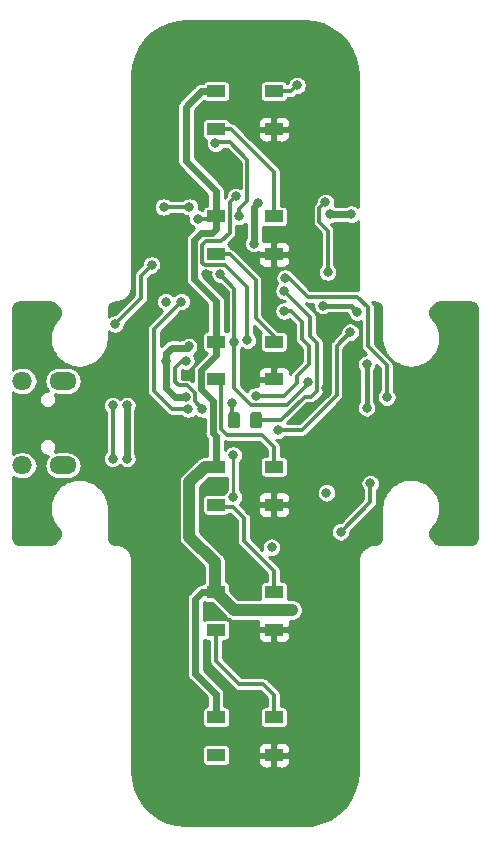
<source format=gbr>
G04 #@! TF.GenerationSoftware,KiCad,Pcbnew,5.1.4+dfsg1-1*
G04 #@! TF.CreationDate,2021-01-09T21:35:19+00:00*
G04 #@! TF.ProjectId,bike-light-board,62696b65-2d6c-4696-9768-742d626f6172,rev?*
G04 #@! TF.SameCoordinates,Original*
G04 #@! TF.FileFunction,Copper,L1,Top*
G04 #@! TF.FilePolarity,Positive*
%FSLAX46Y46*%
G04 Gerber Fmt 4.6, Leading zero omitted, Abs format (unit mm)*
G04 Created by KiCad (PCBNEW 5.1.4+dfsg1-1) date 2021-01-09 21:35:19*
%MOMM*%
%LPD*%
G04 APERTURE LIST*
G04 #@! TA.AperFunction,ComponentPad*
%ADD10O,1.700000X1.500000*%
G04 #@! TD*
G04 #@! TA.AperFunction,ComponentPad*
%ADD11O,2.300000X1.500000*%
G04 #@! TD*
G04 #@! TA.AperFunction,Conductor*
%ADD12C,0.350000*%
G04 #@! TD*
G04 #@! TA.AperFunction,SMDPad,CuDef*
%ADD13C,0.975000*%
G04 #@! TD*
G04 #@! TA.AperFunction,SMDPad,CuDef*
%ADD14R,1.500000X1.000000*%
G04 #@! TD*
G04 #@! TA.AperFunction,ViaPad*
%ADD15C,0.800000*%
G04 #@! TD*
G04 #@! TA.AperFunction,Conductor*
%ADD16C,0.300000*%
G04 #@! TD*
G04 #@! TA.AperFunction,Conductor*
%ADD17C,0.400000*%
G04 #@! TD*
G04 #@! TA.AperFunction,Conductor*
%ADD18C,0.600000*%
G04 #@! TD*
G04 #@! TA.AperFunction,Conductor*
%ADD19C,1.000000*%
G04 #@! TD*
G04 #@! TA.AperFunction,Conductor*
%ADD20C,0.250000*%
G04 #@! TD*
G04 #@! TA.AperFunction,Conductor*
%ADD21C,0.254000*%
G04 #@! TD*
G04 APERTURE END LIST*
D10*
G04 #@! TO.P,J1,6*
G04 #@! TO.N,Net-(J1-Pad6)*
X-18850000Y3575000D03*
D11*
X-15410000Y3575000D03*
D10*
X-18850000Y-3575000D03*
D11*
X-15410000Y-3575000D03*
G04 #@! TD*
D12*
G04 #@! TO.N,SW_EN*
G04 #@! TO.C,Q4*
G36*
X1205142Y948826D02*
G01*
X1228803Y945316D01*
X1252007Y939504D01*
X1274529Y931446D01*
X1296153Y921218D01*
X1316670Y908921D01*
X1335883Y894671D01*
X1353607Y878607D01*
X1369671Y860883D01*
X1383921Y841670D01*
X1396218Y821153D01*
X1406446Y799529D01*
X1414504Y777007D01*
X1420316Y753803D01*
X1423826Y730142D01*
X1425000Y706250D01*
X1425000Y-206250D01*
X1423826Y-230142D01*
X1420316Y-253803D01*
X1414504Y-277007D01*
X1406446Y-299529D01*
X1396218Y-321153D01*
X1383921Y-341670D01*
X1369671Y-360883D01*
X1353607Y-378607D01*
X1335883Y-394671D01*
X1316670Y-408921D01*
X1296153Y-421218D01*
X1274529Y-431446D01*
X1252007Y-439504D01*
X1228803Y-445316D01*
X1205142Y-448826D01*
X1181250Y-450000D01*
X693750Y-450000D01*
X669858Y-448826D01*
X646197Y-445316D01*
X622993Y-439504D01*
X600471Y-431446D01*
X578847Y-421218D01*
X558330Y-408921D01*
X539117Y-394671D01*
X521393Y-378607D01*
X505329Y-360883D01*
X491079Y-341670D01*
X478782Y-321153D01*
X468554Y-299529D01*
X460496Y-277007D01*
X454684Y-253803D01*
X451174Y-230142D01*
X450000Y-206250D01*
X450000Y706250D01*
X451174Y730142D01*
X454684Y753803D01*
X460496Y777007D01*
X468554Y799529D01*
X478782Y821153D01*
X491079Y841670D01*
X505329Y860883D01*
X521393Y878607D01*
X539117Y894671D01*
X558330Y908921D01*
X578847Y921218D01*
X600471Y931446D01*
X622993Y939504D01*
X646197Y945316D01*
X669858Y948826D01*
X693750Y950000D01*
X1181250Y950000D01*
X1205142Y948826D01*
X1205142Y948826D01*
G37*
D13*
G04 #@! TD*
G04 #@! TO.P,Q4,2*
G04 #@! TO.N,SW_EN*
X937500Y250000D03*
D12*
G04 #@! TO.N,LIGHT_SENS*
G04 #@! TO.C,Q4*
G36*
X-669858Y948826D02*
G01*
X-646197Y945316D01*
X-622993Y939504D01*
X-600471Y931446D01*
X-578847Y921218D01*
X-558330Y908921D01*
X-539117Y894671D01*
X-521393Y878607D01*
X-505329Y860883D01*
X-491079Y841670D01*
X-478782Y821153D01*
X-468554Y799529D01*
X-460496Y777007D01*
X-454684Y753803D01*
X-451174Y730142D01*
X-450000Y706250D01*
X-450000Y-206250D01*
X-451174Y-230142D01*
X-454684Y-253803D01*
X-460496Y-277007D01*
X-468554Y-299529D01*
X-478782Y-321153D01*
X-491079Y-341670D01*
X-505329Y-360883D01*
X-521393Y-378607D01*
X-539117Y-394671D01*
X-558330Y-408921D01*
X-578847Y-421218D01*
X-600471Y-431446D01*
X-622993Y-439504D01*
X-646197Y-445316D01*
X-669858Y-448826D01*
X-693750Y-450000D01*
X-1181250Y-450000D01*
X-1205142Y-448826D01*
X-1228803Y-445316D01*
X-1252007Y-439504D01*
X-1274529Y-431446D01*
X-1296153Y-421218D01*
X-1316670Y-408921D01*
X-1335883Y-394671D01*
X-1353607Y-378607D01*
X-1369671Y-360883D01*
X-1383921Y-341670D01*
X-1396218Y-321153D01*
X-1406446Y-299529D01*
X-1414504Y-277007D01*
X-1420316Y-253803D01*
X-1423826Y-230142D01*
X-1425000Y-206250D01*
X-1425000Y706250D01*
X-1423826Y730142D01*
X-1420316Y753803D01*
X-1414504Y777007D01*
X-1406446Y799529D01*
X-1396218Y821153D01*
X-1383921Y841670D01*
X-1369671Y860883D01*
X-1353607Y878607D01*
X-1335883Y894671D01*
X-1316670Y908921D01*
X-1296153Y921218D01*
X-1274529Y931446D01*
X-1252007Y939504D01*
X-1228803Y945316D01*
X-1205142Y948826D01*
X-1181250Y950000D01*
X-693750Y950000D01*
X-669858Y948826D01*
X-669858Y948826D01*
G37*
D13*
G04 #@! TD*
G04 #@! TO.P,Q4,1*
G04 #@! TO.N,LIGHT_SENS*
X-937500Y250000D03*
D14*
G04 #@! TO.P,D8,1*
G04 #@! TO.N,+VSW*
X-2450000Y-24900000D03*
G04 #@! TO.P,D8,2*
G04 #@! TO.N,N/C*
X-2450000Y-28100000D03*
G04 #@! TO.P,D8,4*
G04 #@! TO.N,Net-(D7-Pad2)*
X2450000Y-24900000D03*
G04 #@! TO.P,D8,3*
G04 #@! TO.N,GND*
X2450000Y-28100000D03*
G04 #@! TD*
G04 #@! TO.P,D7,1*
G04 #@! TO.N,+VSW*
X-2450000Y-14300000D03*
G04 #@! TO.P,D7,2*
G04 #@! TO.N,Net-(D7-Pad2)*
X-2450000Y-17500000D03*
G04 #@! TO.P,D7,4*
G04 #@! TO.N,Net-(D6-Pad2)*
X2450000Y-14300000D03*
G04 #@! TO.P,D7,3*
G04 #@! TO.N,GND*
X2450000Y-17500000D03*
G04 #@! TD*
G04 #@! TO.P,D6,1*
G04 #@! TO.N,+VSW*
X-2450000Y-3700000D03*
G04 #@! TO.P,D6,2*
G04 #@! TO.N,Net-(D6-Pad2)*
X-2450000Y-6900000D03*
G04 #@! TO.P,D6,4*
G04 #@! TO.N,Net-(D5-Pad2)*
X2450000Y-3700000D03*
G04 #@! TO.P,D6,3*
G04 #@! TO.N,GND*
X2450000Y-6900000D03*
G04 #@! TD*
G04 #@! TO.P,D5,1*
G04 #@! TO.N,+VSW*
X-2450000Y6900000D03*
G04 #@! TO.P,D5,2*
G04 #@! TO.N,Net-(D5-Pad2)*
X-2450000Y3700000D03*
G04 #@! TO.P,D5,4*
G04 #@! TO.N,Net-(D4-Pad2)*
X2450000Y6900000D03*
G04 #@! TO.P,D5,3*
G04 #@! TO.N,GND*
X2450000Y3700000D03*
G04 #@! TD*
G04 #@! TO.P,D4,1*
G04 #@! TO.N,+VSW*
X-2450000Y17500000D03*
G04 #@! TO.P,D4,2*
G04 #@! TO.N,Net-(D4-Pad2)*
X-2450000Y14300000D03*
G04 #@! TO.P,D4,4*
G04 #@! TO.N,Net-(D3-Pad2)*
X2450000Y17500000D03*
G04 #@! TO.P,D4,3*
G04 #@! TO.N,GND*
X2450000Y14300000D03*
G04 #@! TD*
G04 #@! TO.P,D3,1*
G04 #@! TO.N,+VSW*
X-2450000Y28100000D03*
G04 #@! TO.P,D3,2*
G04 #@! TO.N,Net-(D3-Pad2)*
X-2450000Y24900000D03*
G04 #@! TO.P,D3,4*
G04 #@! TO.N,Net-(D3-Pad4)*
X2450000Y28100000D03*
G04 #@! TO.P,D3,3*
G04 #@! TO.N,GND*
X2450000Y24900000D03*
G04 #@! TD*
D15*
G04 #@! TO.N,GND*
X-3300000Y12600000D03*
X5700000Y-26800000D03*
X300000Y-26900000D03*
X3400000Y-12800000D03*
X3300000Y-11300000D03*
X300000Y-17300000D03*
X6700000Y-2100000D03*
X9300000Y6000000D03*
X6100000Y13700000D03*
X-5200000Y16300000D03*
X7000000Y20600000D03*
X5900000Y27400000D03*
X-800000Y15200000D03*
X-8000000Y1750000D03*
X6700000Y8200000D03*
X900000Y6200000D03*
X-5000000Y4100000D03*
X4000000Y20600000D03*
X6900000Y3000000D03*
X9400000Y-1000000D03*
X9400000Y-3200000D03*
X-8000000Y-7700000D03*
X-8600000Y-6000000D03*
X-3300000Y-5600000D03*
X-1200000Y-8400000D03*
X5600000Y-24500000D03*
X-5500000Y7300000D03*
X200000Y-11600000D03*
X-12900000Y1400000D03*
X8100000Y-8000000D03*
X6600000Y11700000D03*
X17900000Y4900000D03*
X-7100000Y12700000D03*
X-14000000Y1400004D03*
G04 #@! TO.N,+BATT*
X-500000Y17500000D03*
X-11200000Y-3000000D03*
X-11200000Y1500000D03*
X-11000000Y8400000D03*
X-4700000Y18300000D03*
X-2500000Y23700000D03*
X-6900000Y18300000D03*
X-7900000Y13400000D03*
G04 #@! TO.N,+3V3*
X6600006Y9950000D03*
X-4750000Y6500000D03*
X-6700000Y5300000D03*
X750004Y15200000D03*
X10300000Y5000000D03*
X10300000Y1300000D03*
X1100000Y18600000D03*
X-5000000Y2200000D03*
X9500000Y9400000D03*
X7200000Y17700000D03*
X9000000Y17700000D03*
G04 #@! TO.N,PROG_nRESET*
X7000000Y12800000D03*
X6800000Y18700000D03*
G04 #@! TO.N,+VSW*
X6900000Y-5900000D03*
X4000000Y-15800000D03*
X-4000000Y17300000D03*
G04 #@! TO.N,PROG_CLK*
X8900000Y7700000D03*
X2800000Y-600000D03*
X-3600000Y1200000D03*
X-5000000Y5250000D03*
G04 #@! TO.N,PROG_MOSI*
X200000Y7000000D03*
X-800000Y19200000D03*
G04 #@! TO.N,/SW_FET_EN*
X10600000Y-5100000D03*
X8100000Y-9200000D03*
X12000000Y2200000D03*
X3400000Y12300000D03*
G04 #@! TO.N,LIGHT_SENS*
X-4800000Y1200000D03*
X-1100000Y1700000D03*
X-5400000Y10300000D03*
G04 #@! TO.N,SW_EN*
X3300000Y11200000D03*
G04 #@! TO.N,ACCEL_INT*
X3300000Y9500000D03*
X900000Y2300000D03*
G04 #@! TO.N,BUTTON*
X-900000Y6900000D03*
X5300000Y3500000D03*
X-2100000Y12600000D03*
G04 #@! TO.N,/VBUS_FET_EN*
X2250000Y-10500000D03*
G04 #@! TO.N,CHRG_STAT*
X-1000000Y-6249958D03*
X-1000000Y-2700000D03*
X-6700000Y10300000D03*
G04 #@! TO.N,Net-(D1-Pad5)*
X-10000000Y-3000000D03*
X-10000000Y1500000D03*
G04 #@! TO.N,Net-(D3-Pad4)*
X4400000Y28600000D03*
G04 #@! TD*
D16*
G04 #@! TO.N,GND*
X-1800000Y20500000D02*
X-1300000Y20500000D01*
X-2015000Y20285000D02*
X-1800000Y20500000D01*
X-5000000Y4100000D02*
X-5000000Y4119252D01*
X-5000000Y4119252D02*
X-3900000Y5219252D01*
X-3900000Y5219252D02*
X-3900000Y7100000D01*
X-4100000Y7300000D02*
X-5500000Y7300000D01*
X-3900000Y7100000D02*
X-4100000Y7300000D01*
G04 #@! TO.N,+BATT*
X-11200000Y1500000D02*
X-11200000Y-3000000D01*
X-11000000Y8400000D02*
X-8800000Y10600000D01*
X-4900000Y18300000D02*
X-4700000Y18300000D01*
X-500000Y17500000D02*
X-500000Y18100000D01*
X-500000Y18100000D02*
X200000Y18800000D01*
X200000Y18800000D02*
X200000Y22300000D01*
X200000Y22300000D02*
X-1300000Y23800000D01*
X-2400000Y23800000D02*
X-2500000Y23700000D01*
X-1300000Y23800000D02*
X-2400000Y23800000D01*
X-6800000Y18300000D02*
X-6900000Y18300000D01*
X-6800000Y18300000D02*
X-4900000Y18300000D01*
X-8800000Y12500000D02*
X-7900000Y13400000D01*
X-8800000Y10600000D02*
X-8800000Y12500000D01*
D17*
G04 #@! TO.N,+3V3*
X10300000Y5000000D02*
X10300000Y1300000D01*
D18*
X750004Y15200000D02*
X750004Y15250004D01*
X750004Y15250004D02*
X800000Y15300000D01*
X800000Y18300000D02*
X1100000Y18600000D01*
X800000Y15300000D02*
X800000Y18300000D01*
X-5000000Y2200000D02*
X-5900000Y2200000D01*
X-6700000Y3000000D02*
X-6700000Y5300000D01*
X-5900000Y2200000D02*
X-6700000Y3000000D01*
X-4850000Y6400000D02*
X-4750000Y6500000D01*
X-6700000Y5300000D02*
X-6700000Y5900000D01*
X-6700000Y5900000D02*
X-6200000Y6400000D01*
X-6200000Y6400000D02*
X-4850000Y6400000D01*
D17*
X8950000Y9950000D02*
X6600006Y9950000D01*
X9500000Y9400000D02*
X8950000Y9950000D01*
D18*
X7200000Y17700000D02*
X9000000Y17700000D01*
D16*
G04 #@! TO.N,PROG_nRESET*
X6900000Y12900000D02*
X7000000Y12800000D01*
X6800000Y18700000D02*
X6900000Y18600000D01*
X7000000Y12800000D02*
X7000000Y16300000D01*
X7000000Y16300000D02*
X6300000Y17000000D01*
X6300000Y18200000D02*
X6800000Y18700000D01*
X6300000Y17000000D02*
X6300000Y18200000D01*
D18*
G04 #@! TO.N,+VSW*
X-2450000Y17500000D02*
X-2700000Y17500000D01*
D19*
X-950000Y-15800000D02*
X4000000Y-15800000D01*
X-2450000Y-14300000D02*
X-950000Y-15800000D01*
D16*
X-2650000Y17300000D02*
X-2450000Y17500000D01*
X-4000000Y17300000D02*
X-2650000Y17300000D01*
D18*
X-4200000Y-21200000D02*
X-2490000Y-22910000D01*
X-4200000Y-14900000D02*
X-4200000Y-21200000D01*
X-2490000Y-24860000D02*
X-2450000Y-24900000D01*
X-2490000Y-22910000D02*
X-2490000Y-24860000D01*
X-3600000Y-14300000D02*
X-4200000Y-14900000D01*
X-2450000Y-14300000D02*
X-3600000Y-14300000D01*
X-2450000Y19650000D02*
X-2450000Y17500000D01*
X-5000000Y22200000D02*
X-2450000Y19650000D01*
X-5000000Y26800000D02*
X-5000000Y22200000D01*
X-3700000Y28100000D02*
X-5000000Y26800000D01*
X-2450000Y28100000D02*
X-3700000Y28100000D01*
X-2450000Y10350000D02*
X-2450000Y6900000D01*
X-3700000Y16100000D02*
X-4300000Y15500000D01*
X-4300000Y12200000D02*
X-2450000Y10350000D01*
X-4300000Y15500000D02*
X-4300000Y12200000D01*
X-2800000Y16100000D02*
X-3700000Y16100000D01*
X-2450000Y16450000D02*
X-2800000Y16100000D01*
X-2450000Y17500000D02*
X-2450000Y16450000D01*
X-2450000Y-1050000D02*
X-2450000Y-3700000D01*
X-2700000Y-800000D02*
X-2450000Y-1050000D01*
X-3700000Y2900000D02*
X-2700000Y1900000D01*
X-2700000Y1900000D02*
X-2700000Y-800000D01*
X-3700000Y4500000D02*
X-3700000Y2900000D01*
X-2450000Y5750000D02*
X-3700000Y4500000D01*
X-2450000Y6900000D02*
X-2450000Y5750000D01*
D19*
X-3400000Y-3700000D02*
X-2450000Y-3700000D01*
X-2540000Y-14240000D02*
X-2540000Y-11760000D01*
X-2600000Y-14300000D02*
X-2540000Y-14240000D01*
X-4700000Y-9600000D02*
X-4700000Y-5000000D01*
X-2540000Y-11760000D02*
X-4700000Y-9600000D01*
X-4700000Y-5000000D02*
X-3400000Y-3700000D01*
X-2450000Y-14300000D02*
X-2600000Y-14300000D01*
D16*
G04 #@! TO.N,Net-(D3-Pad2)*
X-2450000Y24900000D02*
X-1200000Y24900000D01*
X2450000Y21250000D02*
X2450000Y17500000D01*
X-1200000Y24900000D02*
X2450000Y21250000D01*
G04 #@! TO.N,Net-(D4-Pad2)*
X900000Y8900000D02*
X2450000Y7350000D01*
X900000Y12100000D02*
X900000Y8900000D01*
X-1300000Y14300000D02*
X900000Y12100000D01*
X2450000Y7350000D02*
X2450000Y6900000D01*
X-2450000Y14300000D02*
X-1300000Y14300000D01*
G04 #@! TO.N,Net-(D5-Pad2)*
X2450000Y-2050000D02*
X2450000Y-3700000D01*
X1400000Y-1000000D02*
X2450000Y-2050000D01*
X-1500000Y-1000000D02*
X1400000Y-1000000D01*
X-2450000Y3700000D02*
X-2000000Y3250000D01*
X-2000000Y3250000D02*
X-2000000Y-500000D01*
X-2000000Y-500000D02*
X-1500000Y-1000000D01*
G04 #@! TO.N,Net-(D6-Pad2)*
X-2250000Y-7100000D02*
X-2450000Y-6900000D01*
X-1000000Y-7100000D02*
X-2250000Y-7100000D01*
X-100000Y-8000000D02*
X-1000000Y-7100000D01*
X-100000Y-10000000D02*
X-100000Y-8000000D01*
X2450000Y-12550000D02*
X-100000Y-10000000D01*
X2450000Y-14300000D02*
X2450000Y-12550000D01*
G04 #@! TO.N,PROG_CLK*
X7750000Y6550000D02*
X8900000Y7700000D01*
X7750000Y2350000D02*
X7750000Y6550000D01*
X2800000Y-600000D02*
X4800000Y-600000D01*
X4800000Y-600000D02*
X7750000Y2350000D01*
X-5000000Y5250000D02*
X-5350000Y5250000D01*
X-5350000Y5250000D02*
X-5900000Y4700000D01*
X-5900000Y4700000D02*
X-5900000Y3500000D01*
X-5900000Y3500000D02*
X-5600000Y3200000D01*
X-5600000Y3200000D02*
X-4900000Y3200000D01*
X-4900000Y3200000D02*
X-4249999Y2549999D01*
X-4249999Y1849999D02*
X-3600000Y1200000D01*
X-4249999Y2549999D02*
X-4249999Y1849999D01*
G04 #@! TO.N,PROG_MOSI*
X-1300000Y18700000D02*
X-800000Y19200000D01*
X-1300000Y16100000D02*
X-1300000Y18700000D01*
X-2000000Y15400000D02*
X-1300000Y16100000D01*
X-3300000Y15400000D02*
X-2000000Y15400000D01*
X-1700000Y13400000D02*
X-3400000Y13400000D01*
X-3600000Y13600000D02*
X-3600000Y15100000D01*
X-3400000Y13400000D02*
X-3600000Y13600000D01*
X-3600000Y15100000D02*
X-3300000Y15400000D01*
X200000Y11500000D02*
X-1700000Y13400000D01*
X200000Y7000000D02*
X200000Y11500000D01*
G04 #@! TO.N,/SW_FET_EN*
X10600000Y-6700000D02*
X10600000Y-5100000D01*
X8100000Y-9200000D02*
X10600000Y-6700000D01*
X12000000Y4900000D02*
X12000000Y2200000D01*
X10400000Y6500000D02*
X12000000Y4900000D01*
X10400000Y9800000D02*
X10400000Y6500000D01*
X9500000Y10700000D02*
X10400000Y9800000D01*
X5300000Y10700000D02*
X9500000Y10700000D01*
X3700000Y12300000D02*
X5300000Y10700000D01*
X3400000Y12300000D02*
X3700000Y12300000D01*
G04 #@! TO.N,LIGHT_SENS*
X-1100000Y412500D02*
X-937500Y250000D01*
X-1100000Y1700000D02*
X-1100000Y412500D01*
X-6200000Y1200000D02*
X-4800000Y1200000D01*
X-7700000Y2700000D02*
X-6200000Y1200000D01*
X-7700000Y8000000D02*
X-7700000Y2700000D01*
X-5400000Y10300000D02*
X-7700000Y8000000D01*
G04 #@! TO.N,SW_EN*
X3050000Y250000D02*
X937500Y250000D01*
X5050000Y2250000D02*
X3050000Y250000D01*
X5600000Y2250000D02*
X5050000Y2250000D01*
X6100000Y2750000D02*
X5600000Y2250000D01*
X6100000Y6800000D02*
X6100000Y2750000D01*
X5500000Y7400000D02*
X6100000Y6800000D01*
X5500000Y9000000D02*
X5500000Y7400000D01*
X3300000Y11200000D02*
X5500000Y9000000D01*
G04 #@! TO.N,ACCEL_INT*
X4800000Y8600000D02*
X3900000Y9500000D01*
X4800000Y7100000D02*
X4800000Y8600000D01*
X900000Y2300000D02*
X3300000Y2300000D01*
X4400000Y3400000D02*
X4400000Y4000000D01*
X3300000Y2300000D02*
X4400000Y3400000D01*
X3900000Y9500000D02*
X3300000Y9500000D01*
X5400000Y6500000D02*
X4800000Y7100000D01*
X5400000Y5000000D02*
X5400000Y6500000D01*
X4400000Y4000000D02*
X5400000Y5000000D01*
G04 #@! TO.N,BUTTON*
X-900000Y6700000D02*
X-700000Y6900000D01*
X3549999Y1549999D02*
X550001Y1549999D01*
X550001Y1549999D02*
X-900000Y3000000D01*
X-900000Y3000000D02*
X-900000Y6700000D01*
X5300000Y3300000D02*
X3549999Y1549999D01*
X5300000Y3500000D02*
X5300000Y3300000D01*
X-900000Y7500000D02*
X-900000Y6900000D01*
X-900000Y11400000D02*
X-900000Y7500000D01*
X-2100000Y12600000D02*
X-900000Y11400000D01*
D20*
G04 #@! TO.N,CHRG_STAT*
X-1000000Y-2700000D02*
X-1000000Y-6249958D01*
D18*
G04 #@! TO.N,Net-(D1-Pad5)*
X-10000000Y1500000D02*
X-10000000Y-3000000D01*
D16*
G04 #@! TO.N,Net-(D3-Pad4)*
X3900000Y28100000D02*
X2450000Y28100000D01*
X4400000Y28600000D02*
X3900000Y28100000D01*
G04 #@! TO.N,Net-(D7-Pad2)*
X2450000Y-23050000D02*
X2450000Y-24900000D01*
X1500000Y-22100000D02*
X2450000Y-23050000D01*
X-500000Y-22100000D02*
X1500000Y-22100000D01*
X-2450000Y-20150000D02*
X-500000Y-22100000D01*
X-2450000Y-17500000D02*
X-2450000Y-20150000D01*
G04 #@! TD*
D21*
G04 #@! TO.N,GND*
G36*
X5805064Y33974354D02*
G01*
X6584678Y33761076D01*
X7314201Y33413112D01*
X7970584Y32941453D01*
X8533065Y32361018D01*
X8983868Y31690150D01*
X9308749Y30950051D01*
X9498269Y30160645D01*
X9548001Y29483414D01*
X9548000Y18321553D01*
X9527181Y18342372D01*
X9391731Y18432877D01*
X9241227Y18495218D01*
X9081452Y18527000D01*
X8918548Y18527000D01*
X8758773Y18495218D01*
X8608269Y18432877D01*
X8599473Y18427000D01*
X7600527Y18427000D01*
X7591731Y18432877D01*
X7585552Y18435437D01*
X7595218Y18458773D01*
X7627000Y18618548D01*
X7627000Y18781452D01*
X7595218Y18941227D01*
X7532877Y19091731D01*
X7442372Y19227181D01*
X7327181Y19342372D01*
X7191731Y19432877D01*
X7041227Y19495218D01*
X6881452Y19527000D01*
X6718548Y19527000D01*
X6558773Y19495218D01*
X6408269Y19432877D01*
X6272819Y19342372D01*
X6157628Y19227181D01*
X6067123Y19091731D01*
X6004782Y18941227D01*
X5973000Y18781452D01*
X5973000Y18689001D01*
X5912034Y18628035D01*
X5890027Y18609974D01*
X5871966Y18587967D01*
X5871963Y18587964D01*
X5863888Y18578124D01*
X5817922Y18522115D01*
X5775377Y18442517D01*
X5764344Y18421876D01*
X5731349Y18313111D01*
X5720210Y18200000D01*
X5723001Y18171659D01*
X5723000Y17028332D01*
X5720210Y17000000D01*
X5723000Y16971669D01*
X5723000Y16971665D01*
X5723504Y16966553D01*
X5731349Y16886889D01*
X5746846Y16835804D01*
X5764343Y16778125D01*
X5817921Y16677886D01*
X5890026Y16590026D01*
X5912038Y16571961D01*
X6423001Y16060998D01*
X6423000Y13392553D01*
X6357628Y13327181D01*
X6267123Y13191731D01*
X6204782Y13041227D01*
X6173000Y12881452D01*
X6173000Y12718548D01*
X6204782Y12558773D01*
X6267123Y12408269D01*
X6357628Y12272819D01*
X6472819Y12157628D01*
X6608269Y12067123D01*
X6758773Y12004782D01*
X6918548Y11973000D01*
X7081452Y11973000D01*
X7241227Y12004782D01*
X7391731Y12067123D01*
X7527181Y12157628D01*
X7642372Y12272819D01*
X7732877Y12408269D01*
X7795218Y12558773D01*
X7827000Y12718548D01*
X7827000Y12881452D01*
X7795218Y13041227D01*
X7732877Y13191731D01*
X7642372Y13327181D01*
X7577000Y13392553D01*
X7577000Y16271672D01*
X7579790Y16300001D01*
X7577000Y16328330D01*
X7577000Y16328336D01*
X7568650Y16413112D01*
X7535657Y16521876D01*
X7482079Y16622115D01*
X7409974Y16709974D01*
X7387962Y16728039D01*
X7243001Y16873000D01*
X7281452Y16873000D01*
X7441227Y16904782D01*
X7591731Y16967123D01*
X7600527Y16973000D01*
X8599473Y16973000D01*
X8608269Y16967123D01*
X8758773Y16904782D01*
X8918548Y16873000D01*
X9081452Y16873000D01*
X9241227Y16904782D01*
X9391731Y16967123D01*
X9527181Y17057628D01*
X9548000Y17078447D01*
X9548000Y11648304D01*
X9549927Y11628737D01*
X9549884Y11622560D01*
X9550500Y11616279D01*
X9570901Y11422182D01*
X9579141Y11382038D01*
X9586815Y11341812D01*
X9588639Y11335770D01*
X9609300Y11269026D01*
X9558045Y11274074D01*
X9528336Y11277000D01*
X9528331Y11277000D01*
X9500000Y11279790D01*
X9471669Y11277000D01*
X5539001Y11277000D01*
X4138963Y12677038D01*
X4132877Y12691731D01*
X4042372Y12827181D01*
X3927181Y12942372D01*
X3791731Y13032877D01*
X3641227Y13095218D01*
X3481452Y13127000D01*
X3318548Y13127000D01*
X3158773Y13095218D01*
X3008269Y13032877D01*
X2872819Y12942372D01*
X2757628Y12827181D01*
X2667123Y12691731D01*
X2604782Y12541227D01*
X2573000Y12381452D01*
X2573000Y12218548D01*
X2604782Y12058773D01*
X2667123Y11908269D01*
X2735854Y11805407D01*
X2657628Y11727181D01*
X2567123Y11591731D01*
X2504782Y11441227D01*
X2473000Y11281452D01*
X2473000Y11118548D01*
X2504782Y10958773D01*
X2567123Y10808269D01*
X2657628Y10672819D01*
X2772819Y10557628D01*
X2908269Y10467123D01*
X3058773Y10404782D01*
X3218548Y10373000D01*
X3310999Y10373000D01*
X3356999Y10327000D01*
X3218548Y10327000D01*
X3058773Y10295218D01*
X2908269Y10232877D01*
X2772819Y10142372D01*
X2657628Y10027181D01*
X2567123Y9891731D01*
X2504782Y9741227D01*
X2473000Y9581452D01*
X2473000Y9418548D01*
X2504782Y9258773D01*
X2567123Y9108269D01*
X2657628Y8972819D01*
X2772819Y8857628D01*
X2908269Y8767123D01*
X3058773Y8704782D01*
X3218548Y8673000D01*
X3381452Y8673000D01*
X3541227Y8704782D01*
X3691731Y8767123D01*
X3766750Y8817249D01*
X4223001Y8360997D01*
X4223000Y7128331D01*
X4220210Y7100000D01*
X4231349Y6986889D01*
X4245589Y6939949D01*
X4264343Y6878125D01*
X4317921Y6777886D01*
X4390026Y6690026D01*
X4412038Y6671961D01*
X4823001Y6260997D01*
X4823000Y5239001D01*
X4012034Y4428035D01*
X3990027Y4409974D01*
X3971966Y4387967D01*
X3971963Y4387964D01*
X3952579Y4364344D01*
X3917922Y4322115D01*
X3864343Y4221876D01*
X3849517Y4173000D01*
X3837098Y4132062D01*
X3838072Y4200000D01*
X3825812Y4324482D01*
X3789502Y4444180D01*
X3730537Y4554494D01*
X3651185Y4651185D01*
X3554494Y4730537D01*
X3444180Y4789502D01*
X3324482Y4825812D01*
X3200000Y4838072D01*
X2735750Y4835000D01*
X2577000Y4676250D01*
X2577000Y3827000D01*
X2597000Y3827000D01*
X2597000Y3573000D01*
X2577000Y3573000D01*
X2577000Y3553000D01*
X2323000Y3553000D01*
X2323000Y3573000D01*
X1223750Y3573000D01*
X1065000Y3414250D01*
X1061928Y3200000D01*
X1070869Y3109213D01*
X981452Y3127000D01*
X818548Y3127000D01*
X658773Y3095218D01*
X508269Y3032877D01*
X372819Y2942372D01*
X257628Y2827181D01*
X190013Y2725988D01*
X-323000Y3239001D01*
X-323000Y4200000D01*
X1061928Y4200000D01*
X1065000Y3985750D01*
X1223750Y3827000D01*
X2323000Y3827000D01*
X2323000Y4676250D01*
X2164250Y4835000D01*
X1700000Y4838072D01*
X1575518Y4825812D01*
X1455820Y4789502D01*
X1345506Y4730537D01*
X1248815Y4651185D01*
X1169463Y4554494D01*
X1110498Y4444180D01*
X1074188Y4324482D01*
X1061928Y4200000D01*
X-323000Y4200000D01*
X-323000Y6307447D01*
X-294593Y6335854D01*
X-191731Y6267123D01*
X-41227Y6204782D01*
X118548Y6173000D01*
X281452Y6173000D01*
X441227Y6204782D01*
X591731Y6267123D01*
X727181Y6357628D01*
X842372Y6472819D01*
X932877Y6608269D01*
X995218Y6758773D01*
X1027000Y6918548D01*
X1027000Y7081452D01*
X995218Y7241227D01*
X932877Y7391731D01*
X842372Y7527181D01*
X777000Y7592553D01*
X777000Y8206999D01*
X1344317Y7639682D01*
X1343245Y7638376D01*
X1303595Y7564196D01*
X1279178Y7483707D01*
X1270934Y7400000D01*
X1270934Y6400000D01*
X1279178Y6316293D01*
X1303595Y6235804D01*
X1343245Y6161624D01*
X1396605Y6096605D01*
X1461624Y6043245D01*
X1535804Y6003595D01*
X1616293Y5979178D01*
X1700000Y5970934D01*
X3200000Y5970934D01*
X3283707Y5979178D01*
X3364196Y6003595D01*
X3438376Y6043245D01*
X3503395Y6096605D01*
X3556755Y6161624D01*
X3596405Y6235804D01*
X3620822Y6316293D01*
X3629066Y6400000D01*
X3629066Y7400000D01*
X3620822Y7483707D01*
X3596405Y7564196D01*
X3556755Y7638376D01*
X3503395Y7703395D01*
X3438376Y7756755D01*
X3364196Y7796405D01*
X3283707Y7820822D01*
X3200000Y7829066D01*
X2786936Y7829066D01*
X1477000Y9139001D01*
X1477000Y12071669D01*
X1479790Y12100000D01*
X1468651Y12213112D01*
X1442293Y12300000D01*
X1435657Y12321876D01*
X1382079Y12422115D01*
X1309974Y12509974D01*
X1287963Y12528038D01*
X16001Y13800000D01*
X1061928Y13800000D01*
X1074188Y13675518D01*
X1110498Y13555820D01*
X1169463Y13445506D01*
X1248815Y13348815D01*
X1345506Y13269463D01*
X1455820Y13210498D01*
X1575518Y13174188D01*
X1700000Y13161928D01*
X2164250Y13165000D01*
X2323000Y13323750D01*
X2323000Y14173000D01*
X2577000Y14173000D01*
X2577000Y13323750D01*
X2735750Y13165000D01*
X3200000Y13161928D01*
X3324482Y13174188D01*
X3444180Y13210498D01*
X3554494Y13269463D01*
X3651185Y13348815D01*
X3730537Y13445506D01*
X3789502Y13555820D01*
X3825812Y13675518D01*
X3838072Y13800000D01*
X3835000Y14014250D01*
X3676250Y14173000D01*
X2577000Y14173000D01*
X2323000Y14173000D01*
X1223750Y14173000D01*
X1065000Y14014250D01*
X1061928Y13800000D01*
X16001Y13800000D01*
X-871961Y14687962D01*
X-890026Y14709974D01*
X-977885Y14782079D01*
X-1078124Y14835657D01*
X-1142230Y14855103D01*
X-1186889Y14868651D01*
X-1241955Y14874074D01*
X-1271664Y14877000D01*
X-1271669Y14877000D01*
X-1278585Y14877681D01*
X-1279178Y14883707D01*
X-1303595Y14964196D01*
X-1343245Y15038376D01*
X-1396605Y15103395D01*
X-1442741Y15141258D01*
X-912037Y15671962D01*
X-890026Y15690026D01*
X-817921Y15777885D01*
X-764343Y15878124D01*
X-731350Y15986888D01*
X-723000Y16071664D01*
X-723000Y16071670D01*
X-720210Y16099999D01*
X-723000Y16128328D01*
X-723000Y16701156D01*
X-581452Y16673000D01*
X-418548Y16673000D01*
X-258773Y16704782D01*
X-108269Y16767123D01*
X27181Y16857628D01*
X73001Y16903448D01*
X73000Y15675351D01*
X17127Y15591731D01*
X-45214Y15441227D01*
X-76996Y15281452D01*
X-76996Y15118548D01*
X-45214Y14958773D01*
X17127Y14808269D01*
X107632Y14672819D01*
X222823Y14557628D01*
X358273Y14467123D01*
X508777Y14404782D01*
X668552Y14373000D01*
X831456Y14373000D01*
X991231Y14404782D01*
X1141735Y14467123D01*
X1166847Y14483903D01*
X1223750Y14427000D01*
X2323000Y14427000D01*
X2323000Y15276250D01*
X2577000Y15276250D01*
X2577000Y14427000D01*
X3676250Y14427000D01*
X3835000Y14585750D01*
X3838072Y14800000D01*
X3825812Y14924482D01*
X3789502Y15044180D01*
X3730537Y15154494D01*
X3651185Y15251185D01*
X3554494Y15330537D01*
X3444180Y15389502D01*
X3324482Y15425812D01*
X3200000Y15438072D01*
X2735750Y15435000D01*
X2577000Y15276250D01*
X2323000Y15276250D01*
X2164250Y15435000D01*
X1700000Y15438072D01*
X1575518Y15425812D01*
X1549838Y15418022D01*
X1545222Y15441227D01*
X1527000Y15485219D01*
X1527000Y16608301D01*
X1535804Y16603595D01*
X1616293Y16579178D01*
X1700000Y16570934D01*
X3200000Y16570934D01*
X3283707Y16579178D01*
X3364196Y16603595D01*
X3438376Y16643245D01*
X3503395Y16696605D01*
X3556755Y16761624D01*
X3596405Y16835804D01*
X3620822Y16916293D01*
X3629066Y17000000D01*
X3629066Y18000000D01*
X3620822Y18083707D01*
X3596405Y18164196D01*
X3556755Y18238376D01*
X3503395Y18303395D01*
X3438376Y18356755D01*
X3364196Y18396405D01*
X3283707Y18420822D01*
X3200000Y18429066D01*
X3027000Y18429066D01*
X3027000Y21221661D01*
X3029791Y21250000D01*
X3018651Y21363112D01*
X2985657Y21471877D01*
X2971816Y21497772D01*
X2932079Y21572115D01*
X2859974Y21659974D01*
X2837963Y21678038D01*
X116001Y24400000D01*
X1061928Y24400000D01*
X1074188Y24275518D01*
X1110498Y24155820D01*
X1169463Y24045506D01*
X1248815Y23948815D01*
X1345506Y23869463D01*
X1455820Y23810498D01*
X1575518Y23774188D01*
X1700000Y23761928D01*
X2164250Y23765000D01*
X2323000Y23923750D01*
X2323000Y24773000D01*
X2577000Y24773000D01*
X2577000Y23923750D01*
X2735750Y23765000D01*
X3200000Y23761928D01*
X3324482Y23774188D01*
X3444180Y23810498D01*
X3554494Y23869463D01*
X3651185Y23948815D01*
X3730537Y24045506D01*
X3789502Y24155820D01*
X3825812Y24275518D01*
X3838072Y24400000D01*
X3835000Y24614250D01*
X3676250Y24773000D01*
X2577000Y24773000D01*
X2323000Y24773000D01*
X1223750Y24773000D01*
X1065000Y24614250D01*
X1061928Y24400000D01*
X116001Y24400000D01*
X-771961Y25287962D01*
X-790026Y25309974D01*
X-877885Y25382079D01*
X-911413Y25400000D01*
X1061928Y25400000D01*
X1065000Y25185750D01*
X1223750Y25027000D01*
X2323000Y25027000D01*
X2323000Y25876250D01*
X2577000Y25876250D01*
X2577000Y25027000D01*
X3676250Y25027000D01*
X3835000Y25185750D01*
X3838072Y25400000D01*
X3825812Y25524482D01*
X3789502Y25644180D01*
X3730537Y25754494D01*
X3651185Y25851185D01*
X3554494Y25930537D01*
X3444180Y25989502D01*
X3324482Y26025812D01*
X3200000Y26038072D01*
X2735750Y26035000D01*
X2577000Y25876250D01*
X2323000Y25876250D01*
X2164250Y26035000D01*
X1700000Y26038072D01*
X1575518Y26025812D01*
X1455820Y25989502D01*
X1345506Y25930537D01*
X1248815Y25851185D01*
X1169463Y25754494D01*
X1110498Y25644180D01*
X1074188Y25524482D01*
X1061928Y25400000D01*
X-911413Y25400000D01*
X-978124Y25435657D01*
X-1042230Y25455103D01*
X-1086889Y25468651D01*
X-1141955Y25474074D01*
X-1171664Y25477000D01*
X-1171669Y25477000D01*
X-1200000Y25479790D01*
X-1228331Y25477000D01*
X-1278517Y25477000D01*
X-1279178Y25483707D01*
X-1303595Y25564196D01*
X-1343245Y25638376D01*
X-1396605Y25703395D01*
X-1461624Y25756755D01*
X-1535804Y25796405D01*
X-1616293Y25820822D01*
X-1700000Y25829066D01*
X-3200000Y25829066D01*
X-3283707Y25820822D01*
X-3364196Y25796405D01*
X-3438376Y25756755D01*
X-3503395Y25703395D01*
X-3556755Y25638376D01*
X-3596405Y25564196D01*
X-3620822Y25483707D01*
X-3629066Y25400000D01*
X-3629066Y24400000D01*
X-3620822Y24316293D01*
X-3596405Y24235804D01*
X-3556755Y24161624D01*
X-3503395Y24096605D01*
X-3438376Y24043245D01*
X-3364196Y24003595D01*
X-3283707Y23979178D01*
X-3279663Y23978780D01*
X-3295218Y23941227D01*
X-3327000Y23781452D01*
X-3327000Y23618548D01*
X-3295218Y23458773D01*
X-3232877Y23308269D01*
X-3142372Y23172819D01*
X-3027181Y23057628D01*
X-2891731Y22967123D01*
X-2741227Y22904782D01*
X-2581452Y22873000D01*
X-2418548Y22873000D01*
X-2258773Y22904782D01*
X-2108269Y22967123D01*
X-1972819Y23057628D01*
X-1857628Y23172819D01*
X-1824098Y23223000D01*
X-1539001Y23223000D01*
X-376999Y22060998D01*
X-377000Y19911983D01*
X-408269Y19932877D01*
X-558773Y19995218D01*
X-718548Y20027000D01*
X-881452Y20027000D01*
X-1041227Y19995218D01*
X-1191731Y19932877D01*
X-1327181Y19842372D01*
X-1442372Y19727181D01*
X-1532877Y19591731D01*
X-1595218Y19441227D01*
X-1627000Y19281452D01*
X-1627000Y19189001D01*
X-1687966Y19128035D01*
X-1709973Y19109974D01*
X-1723000Y19094101D01*
X-1723000Y19614292D01*
X-1719483Y19650000D01*
X-1733520Y19792518D01*
X-1775090Y19929557D01*
X-1827175Y20027000D01*
X-1842597Y20055853D01*
X-1933447Y20166554D01*
X-1961184Y20189317D01*
X-4273000Y22501132D01*
X-4273000Y26498868D01*
X-3487943Y27283924D01*
X-3438376Y27243245D01*
X-3364196Y27203595D01*
X-3283707Y27179178D01*
X-3200000Y27170934D01*
X-1700000Y27170934D01*
X-1616293Y27179178D01*
X-1535804Y27203595D01*
X-1461624Y27243245D01*
X-1396605Y27296605D01*
X-1343245Y27361624D01*
X-1303595Y27435804D01*
X-1279178Y27516293D01*
X-1270934Y27600000D01*
X-1270934Y28600000D01*
X1270934Y28600000D01*
X1270934Y27600000D01*
X1279178Y27516293D01*
X1303595Y27435804D01*
X1343245Y27361624D01*
X1396605Y27296605D01*
X1461624Y27243245D01*
X1535804Y27203595D01*
X1616293Y27179178D01*
X1700000Y27170934D01*
X3200000Y27170934D01*
X3283707Y27179178D01*
X3364196Y27203595D01*
X3438376Y27243245D01*
X3503395Y27296605D01*
X3556755Y27361624D01*
X3596405Y27435804D01*
X3620822Y27516293D01*
X3621483Y27523000D01*
X3871669Y27523000D01*
X3900000Y27520210D01*
X3928331Y27523000D01*
X3928336Y27523000D01*
X3958045Y27525926D01*
X4013111Y27531349D01*
X4057770Y27544897D01*
X4121876Y27564343D01*
X4222115Y27617921D01*
X4309974Y27690026D01*
X4328039Y27712038D01*
X4389001Y27773000D01*
X4481452Y27773000D01*
X4641227Y27804782D01*
X4791731Y27867123D01*
X4927181Y27957628D01*
X5042372Y28072819D01*
X5132877Y28208269D01*
X5195218Y28358773D01*
X5227000Y28518548D01*
X5227000Y28681452D01*
X5195218Y28841227D01*
X5132877Y28991731D01*
X5042372Y29127181D01*
X4927181Y29242372D01*
X4791731Y29332877D01*
X4641227Y29395218D01*
X4481452Y29427000D01*
X4318548Y29427000D01*
X4158773Y29395218D01*
X4008269Y29332877D01*
X3872819Y29242372D01*
X3757628Y29127181D01*
X3667123Y28991731D01*
X3604782Y28841227D01*
X3591343Y28773666D01*
X3556755Y28838376D01*
X3503395Y28903395D01*
X3438376Y28956755D01*
X3364196Y28996405D01*
X3283707Y29020822D01*
X3200000Y29029066D01*
X1700000Y29029066D01*
X1616293Y29020822D01*
X1535804Y28996405D01*
X1461624Y28956755D01*
X1396605Y28903395D01*
X1343245Y28838376D01*
X1303595Y28764196D01*
X1279178Y28683707D01*
X1270934Y28600000D01*
X-1270934Y28600000D01*
X-1279178Y28683707D01*
X-1303595Y28764196D01*
X-1343245Y28838376D01*
X-1396605Y28903395D01*
X-1461624Y28956755D01*
X-1535804Y28996405D01*
X-1616293Y29020822D01*
X-1700000Y29029066D01*
X-3200000Y29029066D01*
X-3283707Y29020822D01*
X-3364196Y28996405D01*
X-3438376Y28956755D01*
X-3503395Y28903395D01*
X-3556755Y28838376D01*
X-3562836Y28827000D01*
X-3664292Y28827000D01*
X-3700000Y28830517D01*
X-3842518Y28816480D01*
X-3979557Y28774910D01*
X-4105853Y28707403D01*
X-4216554Y28616554D01*
X-4239317Y28588817D01*
X-5488811Y27339321D01*
X-5516554Y27316553D01*
X-5607403Y27205852D01*
X-5626067Y27170934D01*
X-5674910Y27079556D01*
X-5716480Y26942517D01*
X-5730517Y26800000D01*
X-5727000Y26764292D01*
X-5726999Y22235718D01*
X-5730517Y22200000D01*
X-5716480Y22057483D01*
X-5674910Y21920444D01*
X-5626454Y21829791D01*
X-5607402Y21794147D01*
X-5516553Y21683446D01*
X-5488811Y21660679D01*
X-3177000Y19348867D01*
X-3176999Y18429066D01*
X-3200000Y18429066D01*
X-3283707Y18420822D01*
X-3364196Y18396405D01*
X-3438376Y18356755D01*
X-3503395Y18303395D01*
X-3556755Y18238376D01*
X-3596405Y18164196D01*
X-3620822Y18083707D01*
X-3625140Y18039865D01*
X-3758773Y18095218D01*
X-3892251Y18121769D01*
X-3873000Y18218548D01*
X-3873000Y18381452D01*
X-3904782Y18541227D01*
X-3967123Y18691731D01*
X-4057628Y18827181D01*
X-4172819Y18942372D01*
X-4308269Y19032877D01*
X-4458773Y19095218D01*
X-4618548Y19127000D01*
X-4781452Y19127000D01*
X-4941227Y19095218D01*
X-5091731Y19032877D01*
X-5227181Y18942372D01*
X-5292553Y18877000D01*
X-6307447Y18877000D01*
X-6372819Y18942372D01*
X-6508269Y19032877D01*
X-6658773Y19095218D01*
X-6818548Y19127000D01*
X-6981452Y19127000D01*
X-7141227Y19095218D01*
X-7291731Y19032877D01*
X-7427181Y18942372D01*
X-7542372Y18827181D01*
X-7632877Y18691731D01*
X-7695218Y18541227D01*
X-7727000Y18381452D01*
X-7727000Y18218548D01*
X-7695218Y18058773D01*
X-7632877Y17908269D01*
X-7542372Y17772819D01*
X-7427181Y17657628D01*
X-7291731Y17567123D01*
X-7141227Y17504782D01*
X-6981452Y17473000D01*
X-6818548Y17473000D01*
X-6658773Y17504782D01*
X-6508269Y17567123D01*
X-6372819Y17657628D01*
X-6307447Y17723000D01*
X-5292553Y17723000D01*
X-5227181Y17657628D01*
X-5091731Y17567123D01*
X-4941227Y17504782D01*
X-4807749Y17478231D01*
X-4827000Y17381452D01*
X-4827000Y17218548D01*
X-4795218Y17058773D01*
X-4732877Y16908269D01*
X-4642372Y16772819D01*
X-4527181Y16657628D01*
X-4391731Y16567123D01*
X-4299297Y16528836D01*
X-4788811Y16039321D01*
X-4816554Y16016553D01*
X-4907403Y15905852D01*
X-4958651Y15809974D01*
X-4974910Y15779556D01*
X-5016480Y15642517D01*
X-5030517Y15500000D01*
X-5027000Y15464292D01*
X-5026999Y12235718D01*
X-5030517Y12200000D01*
X-5016480Y12057483D01*
X-4974910Y11920444D01*
X-4946409Y11867123D01*
X-4907402Y11794147D01*
X-4816553Y11683446D01*
X-4788811Y11660679D01*
X-3177000Y10048867D01*
X-3176999Y7829066D01*
X-3200000Y7829066D01*
X-3283707Y7820822D01*
X-3364196Y7796405D01*
X-3438376Y7756755D01*
X-3503395Y7703395D01*
X-3556755Y7638376D01*
X-3596405Y7564196D01*
X-3620822Y7483707D01*
X-3629066Y7400000D01*
X-3629066Y6400000D01*
X-3620822Y6316293D01*
X-3596405Y6235804D01*
X-3556755Y6161624D01*
X-3503395Y6096605D01*
X-3438376Y6043245D01*
X-3364196Y6003595D01*
X-3283707Y5979178D01*
X-3252071Y5976062D01*
X-4188811Y5039321D01*
X-4200636Y5029617D01*
X-4173000Y5168548D01*
X-4173000Y5331452D01*
X-4204782Y5491227D01*
X-4267123Y5641731D01*
X-4353180Y5770524D01*
X-4222819Y5857628D01*
X-4107628Y5972819D01*
X-4017123Y6108269D01*
X-3954782Y6258773D01*
X-3923000Y6418548D01*
X-3923000Y6581452D01*
X-3954782Y6741227D01*
X-4017123Y6891731D01*
X-4107628Y7027181D01*
X-4222819Y7142372D01*
X-4358269Y7232877D01*
X-4508773Y7295218D01*
X-4668548Y7327000D01*
X-4831452Y7327000D01*
X-4991227Y7295218D01*
X-5141731Y7232877D01*
X-5277181Y7142372D01*
X-5292553Y7127000D01*
X-6164292Y7127000D01*
X-6200000Y7130517D01*
X-6342518Y7116480D01*
X-6453646Y7082770D01*
X-6479557Y7074910D01*
X-6605853Y7007403D01*
X-6716554Y6916554D01*
X-6739317Y6888817D01*
X-7123000Y6505132D01*
X-7123000Y7760999D01*
X-5410998Y9473000D01*
X-5318548Y9473000D01*
X-5158773Y9504782D01*
X-5008269Y9567123D01*
X-4872819Y9657628D01*
X-4757628Y9772819D01*
X-4667123Y9908269D01*
X-4604782Y10058773D01*
X-4573000Y10218548D01*
X-4573000Y10381452D01*
X-4604782Y10541227D01*
X-4667123Y10691731D01*
X-4757628Y10827181D01*
X-4872819Y10942372D01*
X-5008269Y11032877D01*
X-5158773Y11095218D01*
X-5318548Y11127000D01*
X-5481452Y11127000D01*
X-5641227Y11095218D01*
X-5791731Y11032877D01*
X-5927181Y10942372D01*
X-6042372Y10827181D01*
X-6050000Y10815765D01*
X-6057628Y10827181D01*
X-6172819Y10942372D01*
X-6308269Y11032877D01*
X-6458773Y11095218D01*
X-6618548Y11127000D01*
X-6781452Y11127000D01*
X-6941227Y11095218D01*
X-7091731Y11032877D01*
X-7227181Y10942372D01*
X-7342372Y10827181D01*
X-7432877Y10691731D01*
X-7495218Y10541227D01*
X-7527000Y10381452D01*
X-7527000Y10218548D01*
X-7495218Y10058773D01*
X-7432877Y9908269D01*
X-7342372Y9772819D01*
X-7227181Y9657628D01*
X-7091731Y9567123D01*
X-6990719Y9525282D01*
X-8087962Y8428039D01*
X-8109974Y8409974D01*
X-8182079Y8322114D01*
X-8235657Y8221875D01*
X-8245318Y8190026D01*
X-8268651Y8113111D01*
X-8279790Y8000000D01*
X-8277000Y7971669D01*
X-8276999Y2728341D01*
X-8279790Y2700000D01*
X-8268651Y2586889D01*
X-8237271Y2483447D01*
X-8235656Y2478124D01*
X-8182078Y2377885D01*
X-8164286Y2356206D01*
X-8128037Y2312036D01*
X-8128034Y2312033D01*
X-8109973Y2290026D01*
X-8087966Y2271965D01*
X-6628039Y812038D01*
X-6609974Y790026D01*
X-6522115Y717921D01*
X-6421876Y664343D01*
X-6313112Y631350D01*
X-6228336Y623000D01*
X-6228330Y623000D01*
X-6200001Y620210D01*
X-6171672Y623000D01*
X-5392553Y623000D01*
X-5327181Y557628D01*
X-5191731Y467123D01*
X-5041227Y404782D01*
X-4881452Y373000D01*
X-4718548Y373000D01*
X-4558773Y404782D01*
X-4408269Y467123D01*
X-4272819Y557628D01*
X-4200000Y630447D01*
X-4127181Y557628D01*
X-3991731Y467123D01*
X-3841227Y404782D01*
X-3681452Y373000D01*
X-3518548Y373000D01*
X-3426999Y391211D01*
X-3426999Y-764282D01*
X-3430517Y-800000D01*
X-3416480Y-942517D01*
X-3374910Y-1079556D01*
X-3344923Y-1135657D01*
X-3307402Y-1205853D01*
X-3216553Y-1316554D01*
X-3188811Y-1339321D01*
X-3177000Y-1351132D01*
X-3176999Y-2770934D01*
X-3200000Y-2770934D01*
X-3220978Y-2773000D01*
X-3354473Y-2773000D01*
X-3400000Y-2768516D01*
X-3445527Y-2773000D01*
X-3445538Y-2773000D01*
X-3581724Y-2786413D01*
X-3756464Y-2839420D01*
X-3917506Y-2925498D01*
X-4023288Y-3012312D01*
X-4023292Y-3012316D01*
X-4058659Y-3041341D01*
X-4087684Y-3076708D01*
X-5323292Y-4312317D01*
X-5358658Y-4341341D01*
X-5387683Y-4376708D01*
X-5387688Y-4376713D01*
X-5474501Y-4482495D01*
X-5560580Y-4643537D01*
X-5595436Y-4758445D01*
X-5613586Y-4818276D01*
X-5626980Y-4954274D01*
X-5631484Y-5000000D01*
X-5626999Y-5045537D01*
X-5627000Y-9554473D01*
X-5631484Y-9600000D01*
X-5627000Y-9645527D01*
X-5627000Y-9645537D01*
X-5613587Y-9781723D01*
X-5565043Y-9941749D01*
X-5560580Y-9956463D01*
X-5474501Y-10117505D01*
X-5388859Y-10221860D01*
X-5358659Y-10258659D01*
X-5323287Y-10287688D01*
X-3466999Y-12143977D01*
X-3467000Y-13466736D01*
X-3503395Y-13496605D01*
X-3556755Y-13561624D01*
X-3562836Y-13573000D01*
X-3564293Y-13573000D01*
X-3600001Y-13569483D01*
X-3742518Y-13583520D01*
X-3774413Y-13593195D01*
X-3879557Y-13625090D01*
X-4005853Y-13692597D01*
X-4116554Y-13783446D01*
X-4139322Y-13811189D01*
X-4688811Y-14360679D01*
X-4716554Y-14383447D01*
X-4797206Y-14481723D01*
X-4807402Y-14494147D01*
X-4874910Y-14620444D01*
X-4916480Y-14757483D01*
X-4930517Y-14900000D01*
X-4927000Y-14935708D01*
X-4926999Y-21164282D01*
X-4930517Y-21200000D01*
X-4916480Y-21342517D01*
X-4874910Y-21479556D01*
X-4847225Y-21531350D01*
X-4807402Y-21605853D01*
X-4716553Y-21716554D01*
X-4688811Y-21739321D01*
X-3217000Y-23211133D01*
X-3216999Y-23972608D01*
X-3283707Y-23979178D01*
X-3364196Y-24003595D01*
X-3438376Y-24043245D01*
X-3503395Y-24096605D01*
X-3556755Y-24161624D01*
X-3596405Y-24235804D01*
X-3620822Y-24316293D01*
X-3629066Y-24400000D01*
X-3629066Y-25400000D01*
X-3620822Y-25483707D01*
X-3596405Y-25564196D01*
X-3556755Y-25638376D01*
X-3503395Y-25703395D01*
X-3438376Y-25756755D01*
X-3364196Y-25796405D01*
X-3283707Y-25820822D01*
X-3200000Y-25829066D01*
X-1700000Y-25829066D01*
X-1616293Y-25820822D01*
X-1535804Y-25796405D01*
X-1461624Y-25756755D01*
X-1396605Y-25703395D01*
X-1343245Y-25638376D01*
X-1303595Y-25564196D01*
X-1279178Y-25483707D01*
X-1270934Y-25400000D01*
X-1270934Y-24400000D01*
X-1279178Y-24316293D01*
X-1303595Y-24235804D01*
X-1343245Y-24161624D01*
X-1396605Y-24096605D01*
X-1461624Y-24043245D01*
X-1535804Y-24003595D01*
X-1616293Y-23979178D01*
X-1700000Y-23970934D01*
X-1763000Y-23970934D01*
X-1763000Y-22945707D01*
X-1759483Y-22909999D01*
X-1773520Y-22767482D01*
X-1783195Y-22735587D01*
X-1815090Y-22630443D01*
X-1882597Y-22504147D01*
X-1973447Y-22393446D01*
X-2001184Y-22370683D01*
X-3473000Y-20898868D01*
X-3473000Y-18328340D01*
X-3438376Y-18356755D01*
X-3364196Y-18396405D01*
X-3283707Y-18420822D01*
X-3200000Y-18429066D01*
X-3027000Y-18429066D01*
X-3026999Y-20121659D01*
X-3029790Y-20150000D01*
X-3018651Y-20263111D01*
X-2985656Y-20371876D01*
X-2932078Y-20472115D01*
X-2901160Y-20509788D01*
X-2878037Y-20537964D01*
X-2878034Y-20537967D01*
X-2859973Y-20559974D01*
X-2837966Y-20578035D01*
X-928039Y-22487962D01*
X-909974Y-22509974D01*
X-822115Y-22582079D01*
X-721876Y-22635657D01*
X-613112Y-22668650D01*
X-528336Y-22677000D01*
X-528330Y-22677000D01*
X-500001Y-22679790D01*
X-471672Y-22677000D01*
X1260999Y-22677000D01*
X1873000Y-23289001D01*
X1873000Y-23970934D01*
X1700000Y-23970934D01*
X1616293Y-23979178D01*
X1535804Y-24003595D01*
X1461624Y-24043245D01*
X1396605Y-24096605D01*
X1343245Y-24161624D01*
X1303595Y-24235804D01*
X1279178Y-24316293D01*
X1270934Y-24400000D01*
X1270934Y-25400000D01*
X1279178Y-25483707D01*
X1303595Y-25564196D01*
X1343245Y-25638376D01*
X1396605Y-25703395D01*
X1461624Y-25756755D01*
X1535804Y-25796405D01*
X1616293Y-25820822D01*
X1700000Y-25829066D01*
X3200000Y-25829066D01*
X3283707Y-25820822D01*
X3364196Y-25796405D01*
X3438376Y-25756755D01*
X3503395Y-25703395D01*
X3556755Y-25638376D01*
X3596405Y-25564196D01*
X3620822Y-25483707D01*
X3629066Y-25400000D01*
X3629066Y-24400000D01*
X3620822Y-24316293D01*
X3596405Y-24235804D01*
X3556755Y-24161624D01*
X3503395Y-24096605D01*
X3438376Y-24043245D01*
X3364196Y-24003595D01*
X3283707Y-23979178D01*
X3200000Y-23970934D01*
X3027000Y-23970934D01*
X3027000Y-23078331D01*
X3029790Y-23050000D01*
X3018651Y-22936888D01*
X2985657Y-22828125D01*
X2985657Y-22828124D01*
X2932079Y-22727885D01*
X2859974Y-22640026D01*
X2837963Y-22621962D01*
X1928039Y-21712038D01*
X1909974Y-21690026D01*
X1822115Y-21617921D01*
X1721876Y-21564343D01*
X1657770Y-21544897D01*
X1613111Y-21531349D01*
X1558045Y-21525926D01*
X1528336Y-21523000D01*
X1528331Y-21523000D01*
X1500000Y-21520210D01*
X1471669Y-21523000D01*
X-260999Y-21523000D01*
X-1873000Y-19910999D01*
X-1873000Y-18429066D01*
X-1700000Y-18429066D01*
X-1616293Y-18420822D01*
X-1535804Y-18396405D01*
X-1461624Y-18356755D01*
X-1396605Y-18303395D01*
X-1343245Y-18238376D01*
X-1303595Y-18164196D01*
X-1279178Y-18083707D01*
X-1270934Y-18000000D01*
X1061928Y-18000000D01*
X1074188Y-18124482D01*
X1110498Y-18244180D01*
X1169463Y-18354494D01*
X1248815Y-18451185D01*
X1345506Y-18530537D01*
X1455820Y-18589502D01*
X1575518Y-18625812D01*
X1700000Y-18638072D01*
X2164250Y-18635000D01*
X2323000Y-18476250D01*
X2323000Y-17627000D01*
X2577000Y-17627000D01*
X2577000Y-18476250D01*
X2735750Y-18635000D01*
X3200000Y-18638072D01*
X3324482Y-18625812D01*
X3444180Y-18589502D01*
X3554494Y-18530537D01*
X3651185Y-18451185D01*
X3730537Y-18354494D01*
X3789502Y-18244180D01*
X3825812Y-18124482D01*
X3838072Y-18000000D01*
X3835000Y-17785750D01*
X3676250Y-17627000D01*
X2577000Y-17627000D01*
X2323000Y-17627000D01*
X1223750Y-17627000D01*
X1065000Y-17785750D01*
X1061928Y-18000000D01*
X-1270934Y-18000000D01*
X-1270934Y-17000000D01*
X-1279178Y-16916293D01*
X-1303595Y-16835804D01*
X-1343245Y-16761624D01*
X-1396605Y-16696605D01*
X-1461624Y-16643245D01*
X-1535804Y-16603595D01*
X-1616293Y-16579178D01*
X-1700000Y-16570934D01*
X-3200000Y-16570934D01*
X-3283707Y-16579178D01*
X-3364196Y-16603595D01*
X-3438376Y-16643245D01*
X-3473000Y-16671660D01*
X-3473000Y-15201132D01*
X-3432020Y-15160152D01*
X-3364196Y-15196405D01*
X-3283707Y-15220822D01*
X-3200000Y-15229066D01*
X-2831909Y-15229066D01*
X-1637684Y-16423292D01*
X-1608659Y-16458659D01*
X-1573292Y-16487684D01*
X-1573289Y-16487687D01*
X-1467506Y-16574501D01*
X-1381427Y-16620511D01*
X-1306464Y-16660580D01*
X-1131724Y-16713587D01*
X-995538Y-16727000D01*
X-995526Y-16727000D01*
X-950001Y-16731484D01*
X-904476Y-16727000D01*
X1125903Y-16727000D01*
X1110498Y-16755820D01*
X1074188Y-16875518D01*
X1061928Y-17000000D01*
X1065000Y-17214250D01*
X1223750Y-17373000D01*
X2323000Y-17373000D01*
X2323000Y-17353000D01*
X2577000Y-17353000D01*
X2577000Y-17373000D01*
X3676250Y-17373000D01*
X3835000Y-17214250D01*
X3838072Y-17000000D01*
X3825812Y-16875518D01*
X3789502Y-16755820D01*
X3774097Y-16727000D01*
X4045538Y-16727000D01*
X4181724Y-16713587D01*
X4356464Y-16660580D01*
X4517505Y-16574501D01*
X4658659Y-16458659D01*
X4774501Y-16317505D01*
X4860580Y-16156464D01*
X4913587Y-15981724D01*
X4931485Y-15800000D01*
X4913587Y-15618276D01*
X4860580Y-15443536D01*
X4774501Y-15282495D01*
X4658659Y-15141341D01*
X4517505Y-15025499D01*
X4356464Y-14939420D01*
X4181724Y-14886413D01*
X4045538Y-14873000D01*
X3621876Y-14873000D01*
X3629066Y-14800000D01*
X3629066Y-13800000D01*
X3620822Y-13716293D01*
X3596405Y-13635804D01*
X3556755Y-13561624D01*
X3503395Y-13496605D01*
X3438376Y-13443245D01*
X3364196Y-13403595D01*
X3283707Y-13379178D01*
X3200000Y-13370934D01*
X3027000Y-13370934D01*
X3027000Y-12578339D01*
X3029791Y-12550000D01*
X3018651Y-12436888D01*
X2985657Y-12328123D01*
X2958601Y-12277505D01*
X2932079Y-12227885D01*
X2859974Y-12140026D01*
X2837962Y-12121961D01*
X2011826Y-11295825D01*
X2168548Y-11327000D01*
X2331452Y-11327000D01*
X2491227Y-11295218D01*
X2641731Y-11232877D01*
X2777181Y-11142372D01*
X2892372Y-11027181D01*
X2982877Y-10891731D01*
X3045218Y-10741227D01*
X3077000Y-10581452D01*
X3077000Y-10418548D01*
X3045218Y-10258773D01*
X2982877Y-10108269D01*
X2892372Y-9972819D01*
X2777181Y-9857628D01*
X2641731Y-9767123D01*
X2491227Y-9704782D01*
X2331452Y-9673000D01*
X2168548Y-9673000D01*
X2008773Y-9704782D01*
X1858269Y-9767123D01*
X1722819Y-9857628D01*
X1607628Y-9972819D01*
X1517123Y-10108269D01*
X1454782Y-10258773D01*
X1423000Y-10418548D01*
X1423000Y-10581452D01*
X1454175Y-10738174D01*
X477000Y-9760999D01*
X477000Y-9118548D01*
X7273000Y-9118548D01*
X7273000Y-9281452D01*
X7304782Y-9441227D01*
X7367123Y-9591731D01*
X7457628Y-9727181D01*
X7572819Y-9842372D01*
X7708269Y-9932877D01*
X7858773Y-9995218D01*
X8018548Y-10027000D01*
X8181452Y-10027000D01*
X8341227Y-9995218D01*
X8491731Y-9932877D01*
X8627181Y-9842372D01*
X8742372Y-9727181D01*
X8832877Y-9591731D01*
X8895218Y-9441227D01*
X8927000Y-9281452D01*
X8927000Y-9189001D01*
X10987963Y-7128038D01*
X11009974Y-7109974D01*
X11082079Y-7022115D01*
X11135657Y-6921876D01*
X11154547Y-6859603D01*
X11168651Y-6813112D01*
X11176332Y-6735119D01*
X11177000Y-6728336D01*
X11177000Y-6728331D01*
X11179790Y-6700000D01*
X11177000Y-6671669D01*
X11177000Y-5692553D01*
X11242372Y-5627181D01*
X11332877Y-5491731D01*
X11395218Y-5341227D01*
X11427000Y-5181452D01*
X11427000Y-5018548D01*
X11395218Y-4858773D01*
X11332877Y-4708269D01*
X11242372Y-4572819D01*
X11127181Y-4457628D01*
X10991731Y-4367123D01*
X10841227Y-4304782D01*
X10681452Y-4273000D01*
X10518548Y-4273000D01*
X10358773Y-4304782D01*
X10208269Y-4367123D01*
X10072819Y-4457628D01*
X9957628Y-4572819D01*
X9867123Y-4708269D01*
X9804782Y-4858773D01*
X9773000Y-5018548D01*
X9773000Y-5181452D01*
X9804782Y-5341227D01*
X9867123Y-5491731D01*
X9957628Y-5627181D01*
X10023001Y-5692554D01*
X10023000Y-6460999D01*
X8110999Y-8373000D01*
X8018548Y-8373000D01*
X7858773Y-8404782D01*
X7708269Y-8467123D01*
X7572819Y-8557628D01*
X7457628Y-8672819D01*
X7367123Y-8808269D01*
X7304782Y-8958773D01*
X7273000Y-9118548D01*
X477000Y-9118548D01*
X477000Y-8028328D01*
X479790Y-7999999D01*
X477000Y-7971670D01*
X477000Y-7971664D01*
X468650Y-7886888D01*
X435657Y-7778124D01*
X382079Y-7677885D01*
X332284Y-7617210D01*
X328037Y-7612035D01*
X328035Y-7612033D01*
X309974Y-7590026D01*
X287967Y-7571965D01*
X116002Y-7400000D01*
X1061928Y-7400000D01*
X1074188Y-7524482D01*
X1110498Y-7644180D01*
X1169463Y-7754494D01*
X1248815Y-7851185D01*
X1345506Y-7930537D01*
X1455820Y-7989502D01*
X1575518Y-8025812D01*
X1700000Y-8038072D01*
X2164250Y-8035000D01*
X2323000Y-7876250D01*
X2323000Y-7027000D01*
X2577000Y-7027000D01*
X2577000Y-7876250D01*
X2735750Y-8035000D01*
X3200000Y-8038072D01*
X3324482Y-8025812D01*
X3444180Y-7989502D01*
X3554494Y-7930537D01*
X3651185Y-7851185D01*
X3730537Y-7754494D01*
X3789502Y-7644180D01*
X3825812Y-7524482D01*
X3838072Y-7400000D01*
X3835000Y-7185750D01*
X3676250Y-7027000D01*
X2577000Y-7027000D01*
X2323000Y-7027000D01*
X1223750Y-7027000D01*
X1065000Y-7185750D01*
X1061928Y-7400000D01*
X116002Y-7400000D01*
X-432244Y-6851755D01*
X-357628Y-6777139D01*
X-267123Y-6641689D01*
X-204782Y-6491185D01*
X-186644Y-6400000D01*
X1061928Y-6400000D01*
X1065000Y-6614250D01*
X1223750Y-6773000D01*
X2323000Y-6773000D01*
X2323000Y-5923750D01*
X2577000Y-5923750D01*
X2577000Y-6773000D01*
X3676250Y-6773000D01*
X3835000Y-6614250D01*
X3838072Y-6400000D01*
X3825812Y-6275518D01*
X3789502Y-6155820D01*
X3730537Y-6045506D01*
X3651185Y-5948815D01*
X3554494Y-5869463D01*
X3459241Y-5818548D01*
X6073000Y-5818548D01*
X6073000Y-5981452D01*
X6104782Y-6141227D01*
X6167123Y-6291731D01*
X6257628Y-6427181D01*
X6372819Y-6542372D01*
X6508269Y-6632877D01*
X6658773Y-6695218D01*
X6818548Y-6727000D01*
X6981452Y-6727000D01*
X7141227Y-6695218D01*
X7291731Y-6632877D01*
X7427181Y-6542372D01*
X7542372Y-6427181D01*
X7632877Y-6291731D01*
X7695218Y-6141227D01*
X7727000Y-5981452D01*
X7727000Y-5818548D01*
X7695218Y-5658773D01*
X7632877Y-5508269D01*
X7542372Y-5372819D01*
X7427181Y-5257628D01*
X7291731Y-5167123D01*
X7141227Y-5104782D01*
X6981452Y-5073000D01*
X6818548Y-5073000D01*
X6658773Y-5104782D01*
X6508269Y-5167123D01*
X6372819Y-5257628D01*
X6257628Y-5372819D01*
X6167123Y-5508269D01*
X6104782Y-5658773D01*
X6073000Y-5818548D01*
X3459241Y-5818548D01*
X3444180Y-5810498D01*
X3324482Y-5774188D01*
X3200000Y-5761928D01*
X2735750Y-5765000D01*
X2577000Y-5923750D01*
X2323000Y-5923750D01*
X2164250Y-5765000D01*
X1700000Y-5761928D01*
X1575518Y-5774188D01*
X1455820Y-5810498D01*
X1345506Y-5869463D01*
X1248815Y-5948815D01*
X1169463Y-6045506D01*
X1110498Y-6155820D01*
X1074188Y-6275518D01*
X1061928Y-6400000D01*
X-186644Y-6400000D01*
X-173000Y-6331410D01*
X-173000Y-6168506D01*
X-204782Y-6008731D01*
X-267123Y-5858227D01*
X-357628Y-5722777D01*
X-448000Y-5632405D01*
X-448000Y-3317553D01*
X-357628Y-3227181D01*
X-267123Y-3091731D01*
X-204782Y-2941227D01*
X-173000Y-2781452D01*
X-173000Y-2618548D01*
X-204782Y-2458773D01*
X-267123Y-2308269D01*
X-357628Y-2172819D01*
X-472819Y-2057628D01*
X-608269Y-1967123D01*
X-758773Y-1904782D01*
X-918548Y-1873000D01*
X-1081452Y-1873000D01*
X-1241227Y-1904782D01*
X-1391731Y-1967123D01*
X-1527181Y-2057628D01*
X-1642372Y-2172819D01*
X-1723000Y-2293487D01*
X-1723000Y-1535056D01*
X-1721876Y-1535657D01*
X-1677218Y-1549204D01*
X-1613112Y-1568651D01*
X-1555114Y-1574363D01*
X-1528336Y-1577000D01*
X-1528331Y-1577000D01*
X-1500000Y-1579790D01*
X-1471669Y-1577000D01*
X1160999Y-1577000D01*
X1873000Y-2289002D01*
X1873000Y-2770934D01*
X1700000Y-2770934D01*
X1616293Y-2779178D01*
X1535804Y-2803595D01*
X1461624Y-2843245D01*
X1396605Y-2896605D01*
X1343245Y-2961624D01*
X1303595Y-3035804D01*
X1279178Y-3116293D01*
X1270934Y-3200000D01*
X1270934Y-4200000D01*
X1279178Y-4283707D01*
X1303595Y-4364196D01*
X1343245Y-4438376D01*
X1396605Y-4503395D01*
X1461624Y-4556755D01*
X1535804Y-4596405D01*
X1616293Y-4620822D01*
X1700000Y-4629066D01*
X3200000Y-4629066D01*
X3283707Y-4620822D01*
X3364196Y-4596405D01*
X3438376Y-4556755D01*
X3503395Y-4503395D01*
X3556755Y-4438376D01*
X3596405Y-4364196D01*
X3620822Y-4283707D01*
X3629066Y-4200000D01*
X3629066Y-3200000D01*
X3620822Y-3116293D01*
X3596405Y-3035804D01*
X3556755Y-2961624D01*
X3503395Y-2896605D01*
X3438376Y-2843245D01*
X3364196Y-2803595D01*
X3283707Y-2779178D01*
X3200000Y-2770934D01*
X3027000Y-2770934D01*
X3027000Y-2078328D01*
X3029790Y-2049999D01*
X3027000Y-2021670D01*
X3027000Y-2021664D01*
X3018650Y-1936888D01*
X2985657Y-1828124D01*
X2932079Y-1727885D01*
X2859974Y-1640026D01*
X2837968Y-1621966D01*
X2624243Y-1408241D01*
X2718548Y-1427000D01*
X2881452Y-1427000D01*
X3041227Y-1395218D01*
X3191731Y-1332877D01*
X3327181Y-1242372D01*
X3392553Y-1177000D01*
X4771669Y-1177000D01*
X4800000Y-1179790D01*
X4828331Y-1177000D01*
X4828336Y-1177000D01*
X4858045Y-1174074D01*
X4913111Y-1168651D01*
X4957770Y-1155103D01*
X5021876Y-1135657D01*
X5122115Y-1082079D01*
X5209974Y-1009974D01*
X5228039Y-987962D01*
X8137968Y1921967D01*
X8159974Y1940026D01*
X8232079Y2027885D01*
X8285657Y2128124D01*
X8303483Y2186889D01*
X8318651Y2236888D01*
X8324866Y2300000D01*
X8327000Y2321664D01*
X8327000Y2321668D01*
X8329790Y2349999D01*
X8327000Y2378330D01*
X8327000Y6310999D01*
X8889001Y6873000D01*
X8981452Y6873000D01*
X9141227Y6904782D01*
X9291731Y6967123D01*
X9427181Y7057628D01*
X9542372Y7172819D01*
X9632877Y7308269D01*
X9695218Y7458773D01*
X9727000Y7618548D01*
X9727000Y7781452D01*
X9695218Y7941227D01*
X9632877Y8091731D01*
X9542372Y8227181D01*
X9427181Y8342372D01*
X9291731Y8432877D01*
X9141227Y8495218D01*
X8981452Y8527000D01*
X8818548Y8527000D01*
X8658773Y8495218D01*
X8508269Y8432877D01*
X8372819Y8342372D01*
X8257628Y8227181D01*
X8167123Y8091731D01*
X8104782Y7941227D01*
X8073000Y7781452D01*
X8073000Y7689001D01*
X7362034Y6978035D01*
X7340027Y6959974D01*
X7321966Y6937967D01*
X7321963Y6937964D01*
X7298840Y6909788D01*
X7267922Y6872115D01*
X7236385Y6813112D01*
X7214344Y6771876D01*
X7181349Y6663111D01*
X7170210Y6550000D01*
X7173001Y6521659D01*
X7173000Y2589002D01*
X4560999Y-23000D01*
X3593001Y-23000D01*
X5289002Y1673000D01*
X5571669Y1673000D01*
X5600000Y1670210D01*
X5628331Y1673000D01*
X5628336Y1673000D01*
X5658045Y1675926D01*
X5713111Y1681349D01*
X5757770Y1694897D01*
X5821876Y1714343D01*
X5922115Y1767921D01*
X6009974Y1840026D01*
X6028039Y1862038D01*
X6487962Y2321961D01*
X6509974Y2340026D01*
X6582079Y2427885D01*
X6635657Y2528124D01*
X6659236Y2605853D01*
X6668651Y2636888D01*
X6675337Y2704782D01*
X6677000Y2721664D01*
X6677000Y2721669D01*
X6679790Y2750000D01*
X6677000Y2778331D01*
X6677000Y6771672D01*
X6679790Y6800001D01*
X6677000Y6828330D01*
X6677000Y6828336D01*
X6668650Y6913112D01*
X6635657Y7021876D01*
X6582079Y7122115D01*
X6540365Y7172943D01*
X6528037Y7187965D01*
X6528035Y7187967D01*
X6509974Y7209974D01*
X6487968Y7228034D01*
X6077000Y7639001D01*
X6077000Y8971669D01*
X6079790Y9000000D01*
X6076562Y9032785D01*
X6073116Y9067772D01*
X6068651Y9113112D01*
X6048423Y9179791D01*
X6035657Y9221876D01*
X5982079Y9322115D01*
X5909974Y9409974D01*
X5887963Y9428038D01*
X5183678Y10132323D01*
X5186888Y10131349D01*
X5300000Y10120209D01*
X5328339Y10123000D01*
X5791216Y10123000D01*
X5773006Y10031452D01*
X5773006Y9868548D01*
X5804788Y9708773D01*
X5867129Y9558269D01*
X5957634Y9422819D01*
X6072825Y9307628D01*
X6208275Y9217123D01*
X6358779Y9154782D01*
X6518554Y9123000D01*
X6681458Y9123000D01*
X6841233Y9154782D01*
X6991737Y9217123D01*
X7127187Y9307628D01*
X7142559Y9323000D01*
X8673000Y9323000D01*
X8673000Y9318548D01*
X8704782Y9158773D01*
X8767123Y9008269D01*
X8857628Y8872819D01*
X8972819Y8757628D01*
X9108269Y8667123D01*
X9258773Y8604782D01*
X9418548Y8573000D01*
X9581452Y8573000D01*
X9741227Y8604782D01*
X9823000Y8638654D01*
X9823001Y6528341D01*
X9820210Y6500000D01*
X9831349Y6386889D01*
X9860949Y6289316D01*
X9864344Y6278124D01*
X9917922Y6177885D01*
X9941858Y6148719D01*
X9971963Y6112036D01*
X9971966Y6112033D01*
X9990027Y6090026D01*
X10012034Y6071965D01*
X10256999Y5827000D01*
X10218548Y5827000D01*
X10058773Y5795218D01*
X9908269Y5732877D01*
X9772819Y5642372D01*
X9657628Y5527181D01*
X9567123Y5391731D01*
X9504782Y5241227D01*
X9473000Y5081452D01*
X9473000Y4918548D01*
X9504782Y4758773D01*
X9567123Y4608269D01*
X9657628Y4472819D01*
X9673000Y4457447D01*
X9673001Y1842554D01*
X9657628Y1827181D01*
X9567123Y1691731D01*
X9504782Y1541227D01*
X9473000Y1381452D01*
X9473000Y1218548D01*
X9504782Y1058773D01*
X9567123Y908269D01*
X9657628Y772819D01*
X9772819Y657628D01*
X9908269Y567123D01*
X10058773Y504782D01*
X10218548Y473000D01*
X10381452Y473000D01*
X10541227Y504782D01*
X10691731Y567123D01*
X10827181Y657628D01*
X10942372Y772819D01*
X11032877Y908269D01*
X11095218Y1058773D01*
X11127000Y1218548D01*
X11127000Y1381452D01*
X11095218Y1541227D01*
X11032877Y1691731D01*
X10942372Y1827181D01*
X10927000Y1842553D01*
X10927000Y4457447D01*
X10942372Y4472819D01*
X11032877Y4608269D01*
X11095218Y4758773D01*
X11127000Y4918548D01*
X11127000Y4956999D01*
X11423000Y4660999D01*
X11423001Y2792554D01*
X11357628Y2727181D01*
X11267123Y2591731D01*
X11204782Y2441227D01*
X11173000Y2281452D01*
X11173000Y2118548D01*
X11204782Y1958773D01*
X11267123Y1808269D01*
X11357628Y1672819D01*
X11472819Y1557628D01*
X11608269Y1467123D01*
X11758773Y1404782D01*
X11918548Y1373000D01*
X12081452Y1373000D01*
X12241227Y1404782D01*
X12391731Y1467123D01*
X12527181Y1557628D01*
X12642372Y1672819D01*
X12732877Y1808269D01*
X12795218Y1958773D01*
X12827000Y2118548D01*
X12827000Y2281452D01*
X12795218Y2441227D01*
X12732877Y2591731D01*
X12642372Y2727181D01*
X12577000Y2792553D01*
X12577000Y4871661D01*
X12579791Y4900000D01*
X12568651Y5013112D01*
X12544958Y5091215D01*
X12535657Y5121876D01*
X12482079Y5222115D01*
X12409974Y5309974D01*
X12387963Y5328038D01*
X10977000Y6739001D01*
X10977000Y9771672D01*
X10979790Y9800001D01*
X10977000Y9828330D01*
X10977000Y9828336D01*
X10968650Y9913112D01*
X10935657Y10021876D01*
X10882079Y10122115D01*
X10834744Y10179792D01*
X10828037Y10187965D01*
X10828035Y10187967D01*
X10809974Y10209974D01*
X10787968Y10228034D01*
X10777883Y10238119D01*
X10955877Y10220666D01*
X10955891Y10220665D01*
X11106021Y10205945D01*
X11207998Y10175155D01*
X11302060Y10125142D01*
X11384612Y10057814D01*
X11452514Y9975734D01*
X11503181Y9882027D01*
X11534683Y9780263D01*
X11548001Y9653551D01*
X11548000Y7177797D01*
X11548243Y7175334D01*
X11548514Y7150496D01*
X11550837Y7129207D01*
X11551005Y7107794D01*
X11551714Y7101523D01*
X11599260Y6705742D01*
X11608094Y6665728D01*
X11616365Y6625615D01*
X11618278Y6619601D01*
X11741793Y6240594D01*
X11758224Y6203075D01*
X11774135Y6165317D01*
X11777180Y6159789D01*
X11971958Y5811990D01*
X11995384Y5778347D01*
X12018307Y5744427D01*
X12022362Y5739603D01*
X12022367Y5739596D01*
X12022373Y5739591D01*
X12280992Y5436254D01*
X12310497Y5407811D01*
X12339580Y5378981D01*
X12344496Y5375036D01*
X12344502Y5375030D01*
X12344509Y5375026D01*
X12657120Y5127698D01*
X12691587Y5105529D01*
X12725717Y5082896D01*
X12731309Y5079979D01*
X12731313Y5079976D01*
X12731317Y5079974D01*
X13086017Y4898077D01*
X13124093Y4883040D01*
X13162009Y4867451D01*
X13168055Y4865678D01*
X13168065Y4865674D01*
X13168075Y4865672D01*
X13551345Y4756135D01*
X13591640Y4748776D01*
X13631839Y4740853D01*
X13638124Y4740286D01*
X14035381Y4707278D01*
X14076335Y4707886D01*
X14117311Y4707922D01*
X14123587Y4708587D01*
X14519690Y4753369D01*
X14559744Y4761920D01*
X14599934Y4769914D01*
X14605961Y4771786D01*
X14985822Y4892652D01*
X15023463Y4908824D01*
X15061324Y4924468D01*
X15066864Y4927470D01*
X15066873Y4927474D01*
X15066880Y4927479D01*
X15416023Y5119821D01*
X15449778Y5142977D01*
X15483908Y5165696D01*
X15488767Y5169723D01*
X15793907Y5426223D01*
X15822590Y5455564D01*
X15851587Y5484410D01*
X15855567Y5489298D01*
X15855573Y5489304D01*
X15855577Y5489311D01*
X16105080Y5800187D01*
X16127487Y5834493D01*
X16150361Y5868470D01*
X16153316Y5874040D01*
X16153319Y5874044D01*
X16153321Y5874048D01*
X16337690Y6227470D01*
X16353000Y6265459D01*
X16368846Y6303248D01*
X16370665Y6309291D01*
X16482878Y6691797D01*
X16490526Y6732081D01*
X16498721Y6772183D01*
X16499332Y6778464D01*
X16535112Y7175481D01*
X16534790Y7216481D01*
X16535040Y7257412D01*
X16534419Y7263682D01*
X16534419Y7263693D01*
X16534417Y7263703D01*
X16492403Y7660099D01*
X16484135Y7700202D01*
X16476419Y7740457D01*
X16474591Y7746489D01*
X16474590Y7746496D01*
X16474587Y7746502D01*
X16356378Y8127192D01*
X16340468Y8164950D01*
X16325090Y8202914D01*
X16322127Y8208475D01*
X16322123Y8208484D01*
X16322118Y8208491D01*
X16132218Y8558968D01*
X16109273Y8592922D01*
X16086818Y8627171D01*
X16082829Y8632053D01*
X16082825Y8632059D01*
X16082820Y8632064D01*
X15828462Y8938982D01*
X15828457Y8938987D01*
X15732207Y9055127D01*
X15681456Y9148792D01*
X15649866Y9250528D01*
X15638638Y9356459D01*
X15648201Y9462559D01*
X15678189Y9564781D01*
X15727458Y9659226D01*
X15806799Y9758083D01*
X16091089Y10042373D01*
X16190569Y10124087D01*
X16284452Y10174427D01*
X16386323Y10205571D01*
X16513679Y10218508D01*
X19057890Y10218508D01*
X19186021Y10205945D01*
X19287998Y10175155D01*
X19382060Y10125142D01*
X19464612Y10057814D01*
X19532514Y9975734D01*
X19583181Y9882027D01*
X19614683Y9780263D01*
X19628000Y9653560D01*
X19627999Y-9648397D01*
X19615435Y-9776529D01*
X19584647Y-9878505D01*
X19534633Y-9972567D01*
X19467306Y-10055118D01*
X19385226Y-10123021D01*
X19291519Y-10173688D01*
X19189754Y-10205190D01*
X19063061Y-10218506D01*
X16516322Y-10218506D01*
X16388190Y-10205942D01*
X16286214Y-10175154D01*
X16192152Y-10125140D01*
X16092955Y-10044237D01*
X15812599Y-9763881D01*
X15730877Y-9664392D01*
X15680537Y-9570508D01*
X15649391Y-9468633D01*
X15638626Y-9362653D01*
X15648651Y-9256596D01*
X15679085Y-9154508D01*
X15728767Y-9060278D01*
X15809348Y-8960769D01*
X15833450Y-8936349D01*
X15846933Y-8919714D01*
X15862025Y-8904516D01*
X15865980Y-8899597D01*
X16113586Y-8587197D01*
X16135768Y-8552778D01*
X16158450Y-8518639D01*
X16161370Y-8513051D01*
X16161373Y-8513047D01*
X16161375Y-8513043D01*
X16343584Y-8158501D01*
X16358659Y-8120426D01*
X16374276Y-8082536D01*
X16376058Y-8076482D01*
X16485935Y-7693298D01*
X16493329Y-7653012D01*
X16501288Y-7612816D01*
X16501860Y-7606531D01*
X16535216Y-7209303D01*
X16534644Y-7168350D01*
X16534644Y-7127374D01*
X16533984Y-7121097D01*
X16489550Y-6724956D01*
X16481030Y-6684869D01*
X16473075Y-6644696D01*
X16471212Y-6638675D01*
X16471210Y-6638668D01*
X16471207Y-6638662D01*
X16350676Y-6258701D01*
X16334549Y-6221075D01*
X16318927Y-6183173D01*
X16315925Y-6177621D01*
X16123886Y-5828302D01*
X16100736Y-5794492D01*
X16078070Y-5760377D01*
X16074052Y-5755520D01*
X16074048Y-5755514D01*
X16074043Y-5755509D01*
X15817815Y-5450148D01*
X15788546Y-5421486D01*
X15759679Y-5392416D01*
X15754794Y-5388433D01*
X15754788Y-5388427D01*
X15754781Y-5388423D01*
X15444124Y-5138647D01*
X15409860Y-5116225D01*
X15375881Y-5093306D01*
X15370309Y-5090343D01*
X15017045Y-4905661D01*
X14979085Y-4890324D01*
X14941296Y-4874439D01*
X14935254Y-4872615D01*
X14552846Y-4760066D01*
X14512598Y-4752388D01*
X14472474Y-4744152D01*
X14466193Y-4743536D01*
X14069207Y-4707408D01*
X14028242Y-4707694D01*
X13987277Y-4707408D01*
X13980996Y-4708024D01*
X13980994Y-4708024D01*
X13584553Y-4749691D01*
X13544435Y-4757926D01*
X13504181Y-4765605D01*
X13498139Y-4767429D01*
X13117340Y-4885306D01*
X13079575Y-4901181D01*
X13041590Y-4916528D01*
X13036018Y-4919491D01*
X12685367Y-5109087D01*
X12651415Y-5131988D01*
X12617124Y-5154427D01*
X12612233Y-5158416D01*
X12305086Y-5412510D01*
X12276219Y-5441580D01*
X12246950Y-5470242D01*
X12242927Y-5475105D01*
X11990984Y-5784018D01*
X11968315Y-5818137D01*
X11945168Y-5851942D01*
X11942171Y-5857486D01*
X11942166Y-5857494D01*
X11942163Y-5857502D01*
X11755023Y-6209460D01*
X11739415Y-6247327D01*
X11723273Y-6284989D01*
X11721410Y-6291008D01*
X11721406Y-6291018D01*
X11721404Y-6291028D01*
X11606191Y-6672630D01*
X11598236Y-6712803D01*
X11589716Y-6752890D01*
X11589056Y-6759166D01*
X11550157Y-7155890D01*
X11550157Y-7155903D01*
X11548001Y-7177793D01*
X11548000Y-9648397D01*
X11535436Y-9776529D01*
X11504648Y-9878505D01*
X11454634Y-9972567D01*
X11387307Y-10055118D01*
X11305227Y-10123021D01*
X11211520Y-10173688D01*
X11109755Y-10205190D01*
X10964322Y-10220476D01*
X10952052Y-10220390D01*
X10945771Y-10221006D01*
X10751674Y-10241407D01*
X10711534Y-10249647D01*
X10671306Y-10257320D01*
X10665265Y-10259144D01*
X10665263Y-10259145D01*
X10665261Y-10259145D01*
X10665259Y-10259146D01*
X10478827Y-10316855D01*
X10441060Y-10332730D01*
X10403073Y-10348078D01*
X10397508Y-10351037D01*
X10397504Y-10351039D01*
X10397503Y-10351040D01*
X10397501Y-10351041D01*
X10225824Y-10443867D01*
X10191879Y-10466763D01*
X10157583Y-10489206D01*
X10152692Y-10493195D01*
X10002314Y-10617598D01*
X9973429Y-10646685D01*
X9944177Y-10675331D01*
X9940159Y-10680188D01*
X9940154Y-10680193D01*
X9940150Y-10680198D01*
X9816803Y-10831436D01*
X9794132Y-10865559D01*
X9770988Y-10899360D01*
X9767986Y-10904912D01*
X9676361Y-11077233D01*
X9660741Y-11115129D01*
X9644611Y-11152764D01*
X9642749Y-11158779D01*
X9642744Y-11158792D01*
X9642742Y-11158805D01*
X9586336Y-11345629D01*
X9578379Y-11385812D01*
X9569861Y-11425887D01*
X9569201Y-11432164D01*
X9550156Y-11626397D01*
X9550156Y-11626421D01*
X9548001Y-11648301D01*
X9548000Y-29479864D01*
X9474353Y-30305065D01*
X9261075Y-31084677D01*
X8913108Y-31814204D01*
X8441452Y-32470583D01*
X7861017Y-33033064D01*
X7190149Y-33483868D01*
X6450054Y-33808747D01*
X5660647Y-33998268D01*
X4983429Y-34047999D01*
X-4979865Y-34047999D01*
X-5805066Y-33974352D01*
X-6584678Y-33761074D01*
X-7314205Y-33413107D01*
X-7970584Y-32941451D01*
X-8533065Y-32361016D01*
X-8983869Y-31690148D01*
X-9308748Y-30950053D01*
X-9498269Y-30160646D01*
X-9548000Y-29483428D01*
X-9548000Y-27600000D01*
X-3629066Y-27600000D01*
X-3629066Y-28600000D01*
X-3620822Y-28683707D01*
X-3596405Y-28764196D01*
X-3556755Y-28838376D01*
X-3503395Y-28903395D01*
X-3438376Y-28956755D01*
X-3364196Y-28996405D01*
X-3283707Y-29020822D01*
X-3200000Y-29029066D01*
X-1700000Y-29029066D01*
X-1616293Y-29020822D01*
X-1535804Y-28996405D01*
X-1461624Y-28956755D01*
X-1396605Y-28903395D01*
X-1343245Y-28838376D01*
X-1303595Y-28764196D01*
X-1279178Y-28683707D01*
X-1270934Y-28600000D01*
X1061928Y-28600000D01*
X1074188Y-28724482D01*
X1110498Y-28844180D01*
X1169463Y-28954494D01*
X1248815Y-29051185D01*
X1345506Y-29130537D01*
X1455820Y-29189502D01*
X1575518Y-29225812D01*
X1700000Y-29238072D01*
X2164250Y-29235000D01*
X2323000Y-29076250D01*
X2323000Y-28227000D01*
X2577000Y-28227000D01*
X2577000Y-29076250D01*
X2735750Y-29235000D01*
X3200000Y-29238072D01*
X3324482Y-29225812D01*
X3444180Y-29189502D01*
X3554494Y-29130537D01*
X3651185Y-29051185D01*
X3730537Y-28954494D01*
X3789502Y-28844180D01*
X3825812Y-28724482D01*
X3838072Y-28600000D01*
X3835000Y-28385750D01*
X3676250Y-28227000D01*
X2577000Y-28227000D01*
X2323000Y-28227000D01*
X1223750Y-28227000D01*
X1065000Y-28385750D01*
X1061928Y-28600000D01*
X-1270934Y-28600000D01*
X-1270934Y-27600000D01*
X1061928Y-27600000D01*
X1065000Y-27814250D01*
X1223750Y-27973000D01*
X2323000Y-27973000D01*
X2323000Y-27123750D01*
X2577000Y-27123750D01*
X2577000Y-27973000D01*
X3676250Y-27973000D01*
X3835000Y-27814250D01*
X3838072Y-27600000D01*
X3825812Y-27475518D01*
X3789502Y-27355820D01*
X3730537Y-27245506D01*
X3651185Y-27148815D01*
X3554494Y-27069463D01*
X3444180Y-27010498D01*
X3324482Y-26974188D01*
X3200000Y-26961928D01*
X2735750Y-26965000D01*
X2577000Y-27123750D01*
X2323000Y-27123750D01*
X2164250Y-26965000D01*
X1700000Y-26961928D01*
X1575518Y-26974188D01*
X1455820Y-27010498D01*
X1345506Y-27069463D01*
X1248815Y-27148815D01*
X1169463Y-27245506D01*
X1110498Y-27355820D01*
X1074188Y-27475518D01*
X1061928Y-27600000D01*
X-1270934Y-27600000D01*
X-1279178Y-27516293D01*
X-1303595Y-27435804D01*
X-1343245Y-27361624D01*
X-1396605Y-27296605D01*
X-1461624Y-27243245D01*
X-1535804Y-27203595D01*
X-1616293Y-27179178D01*
X-1700000Y-27170934D01*
X-3200000Y-27170934D01*
X-3283707Y-27179178D01*
X-3364196Y-27203595D01*
X-3438376Y-27243245D01*
X-3503395Y-27296605D01*
X-3556755Y-27361624D01*
X-3596405Y-27435804D01*
X-3620822Y-27516293D01*
X-3629066Y-27600000D01*
X-9548000Y-27600000D01*
X-9548000Y-11648301D01*
X-9549927Y-11628734D01*
X-9549884Y-11622558D01*
X-9550500Y-11616277D01*
X-9570901Y-11422180D01*
X-9579141Y-11382036D01*
X-9586815Y-11341810D01*
X-9588639Y-11335768D01*
X-9646351Y-11149330D01*
X-9662243Y-11111524D01*
X-9677573Y-11073581D01*
X-9680531Y-11068017D01*
X-9680535Y-11068008D01*
X-9680540Y-11068001D01*
X-9773360Y-10896332D01*
X-9796268Y-10862368D01*
X-9818702Y-10828087D01*
X-9822691Y-10823196D01*
X-9947095Y-10672819D01*
X-9976161Y-10643954D01*
X-10004826Y-10614683D01*
X-10009683Y-10610665D01*
X-10009689Y-10610659D01*
X-10009696Y-10610655D01*
X-10160931Y-10487310D01*
X-10195028Y-10464656D01*
X-10228855Y-10441494D01*
X-10234399Y-10438497D01*
X-10234407Y-10438492D01*
X-10234415Y-10438489D01*
X-10406729Y-10346867D01*
X-10444631Y-10331245D01*
X-10482259Y-10315118D01*
X-10488278Y-10313255D01*
X-10488288Y-10313251D01*
X-10488298Y-10313249D01*
X-10675124Y-10256843D01*
X-10715307Y-10248886D01*
X-10755382Y-10240368D01*
X-10761659Y-10239708D01*
X-10955892Y-10220663D01*
X-11106022Y-10205942D01*
X-11207998Y-10175154D01*
X-11302060Y-10125140D01*
X-11384611Y-10057813D01*
X-11452514Y-9975733D01*
X-11503181Y-9882026D01*
X-11534683Y-9780261D01*
X-11547999Y-9653568D01*
X-11547999Y-7177793D01*
X-11548242Y-7175330D01*
X-11548513Y-7150493D01*
X-11550836Y-7129204D01*
X-11551004Y-7107791D01*
X-11551713Y-7101520D01*
X-11599259Y-6705739D01*
X-11608092Y-6665733D01*
X-11616364Y-6625611D01*
X-11618277Y-6619597D01*
X-11741792Y-6240591D01*
X-11758223Y-6203072D01*
X-11774134Y-6165314D01*
X-11777179Y-6159786D01*
X-11971957Y-5811987D01*
X-11995383Y-5778344D01*
X-12018306Y-5744424D01*
X-12022361Y-5739600D01*
X-12022366Y-5739593D01*
X-12022372Y-5739588D01*
X-12280991Y-5436251D01*
X-12310479Y-5407825D01*
X-12339579Y-5378978D01*
X-12344495Y-5375033D01*
X-12344501Y-5375027D01*
X-12344508Y-5375023D01*
X-12657119Y-5127696D01*
X-12691550Y-5105549D01*
X-12725716Y-5082893D01*
X-12731311Y-5079974D01*
X-13086015Y-4898074D01*
X-13124105Y-4883031D01*
X-13162008Y-4867448D01*
X-13168054Y-4865675D01*
X-13168064Y-4865671D01*
X-13168074Y-4865669D01*
X-13551344Y-4756132D01*
X-13591639Y-4748773D01*
X-13631838Y-4740850D01*
X-13638123Y-4740283D01*
X-14035380Y-4707275D01*
X-14076334Y-4707883D01*
X-14117310Y-4707919D01*
X-14123586Y-4708584D01*
X-14519689Y-4753366D01*
X-14559737Y-4761915D01*
X-14599933Y-4769911D01*
X-14605961Y-4771783D01*
X-14985821Y-4892649D01*
X-15023462Y-4908821D01*
X-15061323Y-4924465D01*
X-15066863Y-4927467D01*
X-15066872Y-4927471D01*
X-15066879Y-4927476D01*
X-15416022Y-5119818D01*
X-15449777Y-5142974D01*
X-15483907Y-5165693D01*
X-15488766Y-5169720D01*
X-15793906Y-5426220D01*
X-15822553Y-5455524D01*
X-15851586Y-5484406D01*
X-15855566Y-5489295D01*
X-15855572Y-5489301D01*
X-15855576Y-5489308D01*
X-16105079Y-5800184D01*
X-16127486Y-5834490D01*
X-16150360Y-5868467D01*
X-16153315Y-5874037D01*
X-16153318Y-5874041D01*
X-16153318Y-5874042D01*
X-16337690Y-6227468D01*
X-16353007Y-6265476D01*
X-16368845Y-6303245D01*
X-16370664Y-6309288D01*
X-16482877Y-6691794D01*
X-16490525Y-6732078D01*
X-16498720Y-6772180D01*
X-16499331Y-6778461D01*
X-16535111Y-7175478D01*
X-16534789Y-7216449D01*
X-16535039Y-7257409D01*
X-16534418Y-7263679D01*
X-16534418Y-7263691D01*
X-16534416Y-7263702D01*
X-16492402Y-7660095D01*
X-16484135Y-7700191D01*
X-16476418Y-7740454D01*
X-16474590Y-7746486D01*
X-16474589Y-7746493D01*
X-16474586Y-7746499D01*
X-16356377Y-8127189D01*
X-16340467Y-8164947D01*
X-16325089Y-8202911D01*
X-16322126Y-8208472D01*
X-16322122Y-8208481D01*
X-16322117Y-8208488D01*
X-16132217Y-8558965D01*
X-16109294Y-8592887D01*
X-16086818Y-8627167D01*
X-16082828Y-8632050D01*
X-16082824Y-8632056D01*
X-16082819Y-8632061D01*
X-15828462Y-8938979D01*
X-15732207Y-9055124D01*
X-15681456Y-9148791D01*
X-15649866Y-9250526D01*
X-15638638Y-9356457D01*
X-15648200Y-9462553D01*
X-15678188Y-9564778D01*
X-15727458Y-9659224D01*
X-15806795Y-9758077D01*
X-16091084Y-10042367D01*
X-16190571Y-10124087D01*
X-16284449Y-10174423D01*
X-16386324Y-10205570D01*
X-16513679Y-10218506D01*
X-19057890Y-10218506D01*
X-19186022Y-10205942D01*
X-19287998Y-10175154D01*
X-19382060Y-10125140D01*
X-19464611Y-10057813D01*
X-19532514Y-9975733D01*
X-19583181Y-9882026D01*
X-19614683Y-9780261D01*
X-19627999Y-9653568D01*
X-19627999Y-4541198D01*
X-19607070Y-4558374D01*
X-19402597Y-4667667D01*
X-19180732Y-4734969D01*
X-19007812Y-4752000D01*
X-18692188Y-4752000D01*
X-18519268Y-4734969D01*
X-18297403Y-4667667D01*
X-18092930Y-4558374D01*
X-17913709Y-4411291D01*
X-17766626Y-4232070D01*
X-17657333Y-4027597D01*
X-17590031Y-3805732D01*
X-17567306Y-3575000D01*
X-17590031Y-3344268D01*
X-17657333Y-3122403D01*
X-17766626Y-2917930D01*
X-17913709Y-2738709D01*
X-18092930Y-2591626D01*
X-18297403Y-2482333D01*
X-18519268Y-2415031D01*
X-18692188Y-2398000D01*
X-19007812Y-2398000D01*
X-19180732Y-2415031D01*
X-19402597Y-2482333D01*
X-19607070Y-2591626D01*
X-19627999Y-2608802D01*
X-19627999Y-1925934D01*
X-17477000Y-1925934D01*
X-17477000Y-2074066D01*
X-17448101Y-2219350D01*
X-17391414Y-2356206D01*
X-17309117Y-2479372D01*
X-17204372Y-2584117D01*
X-17081206Y-2666414D01*
X-16944350Y-2723101D01*
X-16799066Y-2752000D01*
X-16657199Y-2752000D01*
X-16793374Y-2917930D01*
X-16902667Y-3122403D01*
X-16969969Y-3344268D01*
X-16992694Y-3575000D01*
X-16969969Y-3805732D01*
X-16902667Y-4027597D01*
X-16793374Y-4232070D01*
X-16646291Y-4411291D01*
X-16467070Y-4558374D01*
X-16262597Y-4667667D01*
X-16040732Y-4734969D01*
X-15867812Y-4752000D01*
X-14952188Y-4752000D01*
X-14779268Y-4734969D01*
X-14557403Y-4667667D01*
X-14352930Y-4558374D01*
X-14173709Y-4411291D01*
X-14026626Y-4232070D01*
X-13917333Y-4027597D01*
X-13850031Y-3805732D01*
X-13827306Y-3575000D01*
X-13850031Y-3344268D01*
X-13917333Y-3122403D01*
X-14026626Y-2917930D01*
X-14173709Y-2738709D01*
X-14352930Y-2591626D01*
X-14557403Y-2482333D01*
X-14779268Y-2415031D01*
X-14952188Y-2398000D01*
X-15867812Y-2398000D01*
X-16040732Y-2415031D01*
X-16112423Y-2436778D01*
X-16058586Y-2356206D01*
X-16001899Y-2219350D01*
X-15973000Y-2074066D01*
X-15973000Y-1925934D01*
X-16001899Y-1780650D01*
X-16058586Y-1643794D01*
X-16140883Y-1520628D01*
X-16245628Y-1415883D01*
X-16368794Y-1333586D01*
X-16505650Y-1276899D01*
X-16650934Y-1248000D01*
X-16799066Y-1248000D01*
X-16944350Y-1276899D01*
X-17081206Y-1333586D01*
X-17204372Y-1415883D01*
X-17309117Y-1520628D01*
X-17391414Y-1643794D01*
X-17448101Y-1780650D01*
X-17477000Y-1925934D01*
X-19627999Y-1925934D01*
X-19627999Y2074066D01*
X-17477000Y2074066D01*
X-17477000Y1925934D01*
X-17448101Y1780650D01*
X-17391414Y1643794D01*
X-17309117Y1520628D01*
X-17204372Y1415883D01*
X-17081206Y1333586D01*
X-16944350Y1276899D01*
X-16799066Y1248000D01*
X-16650934Y1248000D01*
X-16505650Y1276899D01*
X-16368794Y1333586D01*
X-16245628Y1415883D01*
X-16140883Y1520628D01*
X-16100242Y1581452D01*
X-12027000Y1581452D01*
X-12027000Y1418548D01*
X-11995218Y1258773D01*
X-11932877Y1108269D01*
X-11842372Y972819D01*
X-11777000Y907447D01*
X-11776999Y-2407446D01*
X-11842372Y-2472819D01*
X-11932877Y-2608269D01*
X-11995218Y-2758773D01*
X-12027000Y-2918548D01*
X-12027000Y-3081452D01*
X-11995218Y-3241227D01*
X-11932877Y-3391731D01*
X-11842372Y-3527181D01*
X-11727181Y-3642372D01*
X-11591731Y-3732877D01*
X-11441227Y-3795218D01*
X-11281452Y-3827000D01*
X-11118548Y-3827000D01*
X-10958773Y-3795218D01*
X-10808269Y-3732877D01*
X-10672819Y-3642372D01*
X-10600000Y-3569553D01*
X-10527181Y-3642372D01*
X-10391731Y-3732877D01*
X-10241227Y-3795218D01*
X-10081452Y-3827000D01*
X-9918548Y-3827000D01*
X-9758773Y-3795218D01*
X-9608269Y-3732877D01*
X-9472819Y-3642372D01*
X-9357628Y-3527181D01*
X-9267123Y-3391731D01*
X-9204782Y-3241227D01*
X-9173000Y-3081452D01*
X-9173000Y-2918548D01*
X-9204782Y-2758773D01*
X-9267123Y-2608269D01*
X-9273000Y-2599473D01*
X-9273000Y1099473D01*
X-9267123Y1108269D01*
X-9204782Y1258773D01*
X-9173000Y1418548D01*
X-9173000Y1581452D01*
X-9204782Y1741227D01*
X-9267123Y1891731D01*
X-9357628Y2027181D01*
X-9472819Y2142372D01*
X-9608269Y2232877D01*
X-9758773Y2295218D01*
X-9918548Y2327000D01*
X-10081452Y2327000D01*
X-10241227Y2295218D01*
X-10391731Y2232877D01*
X-10527181Y2142372D01*
X-10600000Y2069553D01*
X-10672819Y2142372D01*
X-10808269Y2232877D01*
X-10958773Y2295218D01*
X-11118548Y2327000D01*
X-11281452Y2327000D01*
X-11441227Y2295218D01*
X-11591731Y2232877D01*
X-11727181Y2142372D01*
X-11842372Y2027181D01*
X-11932877Y1891731D01*
X-11995218Y1741227D01*
X-12027000Y1581452D01*
X-16100242Y1581452D01*
X-16058586Y1643794D01*
X-16001899Y1780650D01*
X-15973000Y1925934D01*
X-15973000Y2074066D01*
X-16001899Y2219350D01*
X-16058586Y2356206D01*
X-16112423Y2436778D01*
X-16040732Y2415031D01*
X-15867812Y2398000D01*
X-14952188Y2398000D01*
X-14779268Y2415031D01*
X-14557403Y2482333D01*
X-14352930Y2591626D01*
X-14173709Y2738709D01*
X-14026626Y2917930D01*
X-13917333Y3122403D01*
X-13850031Y3344268D01*
X-13827306Y3575000D01*
X-13850031Y3805732D01*
X-13917333Y4027597D01*
X-14026626Y4232070D01*
X-14173709Y4411291D01*
X-14352930Y4558374D01*
X-14557403Y4667667D01*
X-14779268Y4734969D01*
X-14952188Y4752000D01*
X-15867812Y4752000D01*
X-16040732Y4734969D01*
X-16262597Y4667667D01*
X-16467070Y4558374D01*
X-16646291Y4411291D01*
X-16793374Y4232070D01*
X-16902667Y4027597D01*
X-16969969Y3805732D01*
X-16992694Y3575000D01*
X-16969969Y3344268D01*
X-16902667Y3122403D01*
X-16793374Y2917930D01*
X-16657199Y2752000D01*
X-16799066Y2752000D01*
X-16944350Y2723101D01*
X-17081206Y2666414D01*
X-17204372Y2584117D01*
X-17309117Y2479372D01*
X-17391414Y2356206D01*
X-17448101Y2219350D01*
X-17477000Y2074066D01*
X-19627999Y2074066D01*
X-19627999Y2608802D01*
X-19607070Y2591626D01*
X-19402597Y2482333D01*
X-19180732Y2415031D01*
X-19007812Y2398000D01*
X-18692188Y2398000D01*
X-18519268Y2415031D01*
X-18297403Y2482333D01*
X-18092930Y2591626D01*
X-17913709Y2738709D01*
X-17766626Y2917930D01*
X-17657333Y3122403D01*
X-17590031Y3344268D01*
X-17567306Y3575000D01*
X-17590031Y3805732D01*
X-17657333Y4027597D01*
X-17766626Y4232070D01*
X-17913709Y4411291D01*
X-18092930Y4558374D01*
X-18297403Y4667667D01*
X-18519268Y4734969D01*
X-18692188Y4752000D01*
X-19007812Y4752000D01*
X-19180732Y4734969D01*
X-19402597Y4667667D01*
X-19607070Y4558374D01*
X-19627999Y4541198D01*
X-19627999Y9648399D01*
X-19615436Y9776530D01*
X-19584646Y9878507D01*
X-19534633Y9972569D01*
X-19467305Y10055121D01*
X-19385225Y10123023D01*
X-19291518Y10173690D01*
X-19189754Y10205192D01*
X-19063061Y10218508D01*
X-16516322Y10218508D01*
X-16388191Y10205945D01*
X-16286214Y10175155D01*
X-16192152Y10125142D01*
X-16092950Y10044235D01*
X-15812595Y9763879D01*
X-15730877Y9664394D01*
X-15680537Y9570510D01*
X-15649391Y9468635D01*
X-15638626Y9362655D01*
X-15648651Y9256598D01*
X-15679085Y9154510D01*
X-15728766Y9060281D01*
X-15809341Y8960779D01*
X-15833442Y8936362D01*
X-15846931Y8919720D01*
X-15862027Y8904518D01*
X-15865982Y8899599D01*
X-16113587Y8587198D01*
X-16135765Y8552785D01*
X-16158450Y8518641D01*
X-16161374Y8513048D01*
X-16343584Y8158503D01*
X-16358671Y8120400D01*
X-16374276Y8082538D01*
X-16376056Y8076490D01*
X-16376059Y8076483D01*
X-16376060Y8076476D01*
X-16485935Y7693300D01*
X-16493328Y7653020D01*
X-16501288Y7612818D01*
X-16501860Y7606533D01*
X-16535216Y7209305D01*
X-16534644Y7168352D01*
X-16534644Y7127375D01*
X-16533984Y7121098D01*
X-16489549Y6724957D01*
X-16481037Y6684912D01*
X-16473075Y6644699D01*
X-16471208Y6638670D01*
X-16350676Y6258704D01*
X-16334545Y6221067D01*
X-16318926Y6183174D01*
X-16315924Y6177622D01*
X-16123884Y5828303D01*
X-16100740Y5794501D01*
X-16078069Y5760379D01*
X-16074050Y5755521D01*
X-16074046Y5755515D01*
X-16074041Y5755510D01*
X-15817814Y5450151D01*
X-15788545Y5421489D01*
X-15759678Y5392419D01*
X-15754793Y5388436D01*
X-15754787Y5388430D01*
X-15754780Y5388426D01*
X-15444123Y5138650D01*
X-15409859Y5116228D01*
X-15375880Y5093309D01*
X-15370308Y5090346D01*
X-15017044Y4905664D01*
X-14979047Y4890312D01*
X-14941294Y4874442D01*
X-14935253Y4872618D01*
X-14552844Y4760069D01*
X-14512590Y4752390D01*
X-14472472Y4744155D01*
X-14466193Y4743539D01*
X-14466191Y4743539D01*
X-14069206Y4707411D01*
X-14028240Y4707697D01*
X-13987275Y4707411D01*
X-13980994Y4708027D01*
X-13980992Y4708027D01*
X-13584551Y4749695D01*
X-13544413Y4757934D01*
X-13504180Y4765609D01*
X-13498140Y4767432D01*
X-13498134Y4767434D01*
X-13117339Y4885310D01*
X-13079561Y4901191D01*
X-13041590Y4916532D01*
X-13036017Y4919495D01*
X-12685366Y5109091D01*
X-12651402Y5132000D01*
X-12617123Y5154432D01*
X-12612232Y5158420D01*
X-12305086Y5412515D01*
X-12276240Y5441562D01*
X-12246950Y5470245D01*
X-12242927Y5475108D01*
X-11990984Y5784021D01*
X-11968328Y5818120D01*
X-11945167Y5851947D01*
X-11942165Y5857498D01*
X-11755022Y6209465D01*
X-11739411Y6247339D01*
X-11723273Y6284993D01*
X-11721409Y6291016D01*
X-11721406Y6291023D01*
X-11721405Y6291030D01*
X-11606191Y6672634D01*
X-11598238Y6712799D01*
X-11589716Y6752893D01*
X-11589056Y6759170D01*
X-11550324Y7154186D01*
X-11547999Y7177796D01*
X-11547999Y7778446D01*
X-11527181Y7757628D01*
X-11391731Y7667123D01*
X-11241227Y7604782D01*
X-11081452Y7573000D01*
X-10918548Y7573000D01*
X-10758773Y7604782D01*
X-10608269Y7667123D01*
X-10472819Y7757628D01*
X-10357628Y7872819D01*
X-10267123Y8008269D01*
X-10204782Y8158773D01*
X-10173000Y8318548D01*
X-10173000Y8410999D01*
X-8412037Y10171962D01*
X-8390026Y10190026D01*
X-8317921Y10277885D01*
X-8264343Y10378124D01*
X-8246756Y10436101D01*
X-8231349Y10486888D01*
X-8225017Y10551184D01*
X-8223000Y10571664D01*
X-8223000Y10571669D01*
X-8220210Y10600000D01*
X-8223000Y10628331D01*
X-8223000Y12260999D01*
X-7910998Y12573000D01*
X-7818548Y12573000D01*
X-7658773Y12604782D01*
X-7508269Y12667123D01*
X-7372819Y12757628D01*
X-7257628Y12872819D01*
X-7167123Y13008269D01*
X-7104782Y13158773D01*
X-7073000Y13318548D01*
X-7073000Y13481452D01*
X-7104782Y13641227D01*
X-7167123Y13791731D01*
X-7257628Y13927181D01*
X-7372819Y14042372D01*
X-7508269Y14132877D01*
X-7658773Y14195218D01*
X-7818548Y14227000D01*
X-7981452Y14227000D01*
X-8141227Y14195218D01*
X-8291731Y14132877D01*
X-8427181Y14042372D01*
X-8542372Y13927181D01*
X-8632877Y13791731D01*
X-8695218Y13641227D01*
X-8727000Y13481452D01*
X-8727000Y13389002D01*
X-9187967Y12928034D01*
X-9209973Y12909974D01*
X-9228034Y12887967D01*
X-9228037Y12887964D01*
X-9243887Y12868650D01*
X-9282078Y12822115D01*
X-9309044Y12771664D01*
X-9335656Y12721876D01*
X-9368651Y12613111D01*
X-9379790Y12500000D01*
X-9376999Y12471659D01*
X-9377000Y10839001D01*
X-10989001Y9227000D01*
X-11081452Y9227000D01*
X-11241227Y9195218D01*
X-11391731Y9132877D01*
X-11527181Y9042372D01*
X-11547999Y9021554D01*
X-11547999Y9648399D01*
X-11535436Y9776530D01*
X-11504646Y9878507D01*
X-11454633Y9972569D01*
X-11387305Y10055121D01*
X-11305225Y10123023D01*
X-11211518Y10173690D01*
X-11109754Y10205192D01*
X-10964321Y10220478D01*
X-10952051Y10220392D01*
X-10945770Y10221008D01*
X-10751673Y10241409D01*
X-10711529Y10249649D01*
X-10671303Y10257323D01*
X-10665263Y10259146D01*
X-10665257Y10259148D01*
X-10478823Y10316859D01*
X-10441017Y10332751D01*
X-10403074Y10348081D01*
X-10397506Y10351041D01*
X-10397501Y10351043D01*
X-10397497Y10351046D01*
X-10225825Y10443868D01*
X-10191861Y10466776D01*
X-10157580Y10489210D01*
X-10152699Y10493191D01*
X-10152691Y10493197D01*
X-10152684Y10493204D01*
X-10002312Y10617602D01*
X-9973445Y10646672D01*
X-9944176Y10675334D01*
X-9940153Y10680197D01*
X-9816803Y10831439D01*
X-9794137Y10865554D01*
X-9770987Y10899364D01*
X-9767985Y10904915D01*
X-9676360Y11077238D01*
X-9660739Y11115138D01*
X-9644611Y11152767D01*
X-9642748Y11158786D01*
X-9642744Y11158796D01*
X-9642742Y11158806D01*
X-9586335Y11345632D01*
X-9578373Y11385845D01*
X-9569861Y11425890D01*
X-9569201Y11432166D01*
X-9550156Y11626400D01*
X-9550156Y11626413D01*
X-9548000Y11648303D01*
X-9548000Y29479865D01*
X-9474353Y30305065D01*
X-9261075Y31084678D01*
X-8913111Y31814201D01*
X-8441452Y32470584D01*
X-7861017Y33033065D01*
X-7190149Y33483868D01*
X-6450051Y33808749D01*
X-5660645Y33998269D01*
X-4983428Y34048000D01*
X4979876Y34048000D01*
X5805064Y33974354D01*
X5805064Y33974354D01*
G37*
X5805064Y33974354D02*
X6584678Y33761076D01*
X7314201Y33413112D01*
X7970584Y32941453D01*
X8533065Y32361018D01*
X8983868Y31690150D01*
X9308749Y30950051D01*
X9498269Y30160645D01*
X9548001Y29483414D01*
X9548000Y18321553D01*
X9527181Y18342372D01*
X9391731Y18432877D01*
X9241227Y18495218D01*
X9081452Y18527000D01*
X8918548Y18527000D01*
X8758773Y18495218D01*
X8608269Y18432877D01*
X8599473Y18427000D01*
X7600527Y18427000D01*
X7591731Y18432877D01*
X7585552Y18435437D01*
X7595218Y18458773D01*
X7627000Y18618548D01*
X7627000Y18781452D01*
X7595218Y18941227D01*
X7532877Y19091731D01*
X7442372Y19227181D01*
X7327181Y19342372D01*
X7191731Y19432877D01*
X7041227Y19495218D01*
X6881452Y19527000D01*
X6718548Y19527000D01*
X6558773Y19495218D01*
X6408269Y19432877D01*
X6272819Y19342372D01*
X6157628Y19227181D01*
X6067123Y19091731D01*
X6004782Y18941227D01*
X5973000Y18781452D01*
X5973000Y18689001D01*
X5912034Y18628035D01*
X5890027Y18609974D01*
X5871966Y18587967D01*
X5871963Y18587964D01*
X5863888Y18578124D01*
X5817922Y18522115D01*
X5775377Y18442517D01*
X5764344Y18421876D01*
X5731349Y18313111D01*
X5720210Y18200000D01*
X5723001Y18171659D01*
X5723000Y17028332D01*
X5720210Y17000000D01*
X5723000Y16971669D01*
X5723000Y16971665D01*
X5723504Y16966553D01*
X5731349Y16886889D01*
X5746846Y16835804D01*
X5764343Y16778125D01*
X5817921Y16677886D01*
X5890026Y16590026D01*
X5912038Y16571961D01*
X6423001Y16060998D01*
X6423000Y13392553D01*
X6357628Y13327181D01*
X6267123Y13191731D01*
X6204782Y13041227D01*
X6173000Y12881452D01*
X6173000Y12718548D01*
X6204782Y12558773D01*
X6267123Y12408269D01*
X6357628Y12272819D01*
X6472819Y12157628D01*
X6608269Y12067123D01*
X6758773Y12004782D01*
X6918548Y11973000D01*
X7081452Y11973000D01*
X7241227Y12004782D01*
X7391731Y12067123D01*
X7527181Y12157628D01*
X7642372Y12272819D01*
X7732877Y12408269D01*
X7795218Y12558773D01*
X7827000Y12718548D01*
X7827000Y12881452D01*
X7795218Y13041227D01*
X7732877Y13191731D01*
X7642372Y13327181D01*
X7577000Y13392553D01*
X7577000Y16271672D01*
X7579790Y16300001D01*
X7577000Y16328330D01*
X7577000Y16328336D01*
X7568650Y16413112D01*
X7535657Y16521876D01*
X7482079Y16622115D01*
X7409974Y16709974D01*
X7387962Y16728039D01*
X7243001Y16873000D01*
X7281452Y16873000D01*
X7441227Y16904782D01*
X7591731Y16967123D01*
X7600527Y16973000D01*
X8599473Y16973000D01*
X8608269Y16967123D01*
X8758773Y16904782D01*
X8918548Y16873000D01*
X9081452Y16873000D01*
X9241227Y16904782D01*
X9391731Y16967123D01*
X9527181Y17057628D01*
X9548000Y17078447D01*
X9548000Y11648304D01*
X9549927Y11628737D01*
X9549884Y11622560D01*
X9550500Y11616279D01*
X9570901Y11422182D01*
X9579141Y11382038D01*
X9586815Y11341812D01*
X9588639Y11335770D01*
X9609300Y11269026D01*
X9558045Y11274074D01*
X9528336Y11277000D01*
X9528331Y11277000D01*
X9500000Y11279790D01*
X9471669Y11277000D01*
X5539001Y11277000D01*
X4138963Y12677038D01*
X4132877Y12691731D01*
X4042372Y12827181D01*
X3927181Y12942372D01*
X3791731Y13032877D01*
X3641227Y13095218D01*
X3481452Y13127000D01*
X3318548Y13127000D01*
X3158773Y13095218D01*
X3008269Y13032877D01*
X2872819Y12942372D01*
X2757628Y12827181D01*
X2667123Y12691731D01*
X2604782Y12541227D01*
X2573000Y12381452D01*
X2573000Y12218548D01*
X2604782Y12058773D01*
X2667123Y11908269D01*
X2735854Y11805407D01*
X2657628Y11727181D01*
X2567123Y11591731D01*
X2504782Y11441227D01*
X2473000Y11281452D01*
X2473000Y11118548D01*
X2504782Y10958773D01*
X2567123Y10808269D01*
X2657628Y10672819D01*
X2772819Y10557628D01*
X2908269Y10467123D01*
X3058773Y10404782D01*
X3218548Y10373000D01*
X3310999Y10373000D01*
X3356999Y10327000D01*
X3218548Y10327000D01*
X3058773Y10295218D01*
X2908269Y10232877D01*
X2772819Y10142372D01*
X2657628Y10027181D01*
X2567123Y9891731D01*
X2504782Y9741227D01*
X2473000Y9581452D01*
X2473000Y9418548D01*
X2504782Y9258773D01*
X2567123Y9108269D01*
X2657628Y8972819D01*
X2772819Y8857628D01*
X2908269Y8767123D01*
X3058773Y8704782D01*
X3218548Y8673000D01*
X3381452Y8673000D01*
X3541227Y8704782D01*
X3691731Y8767123D01*
X3766750Y8817249D01*
X4223001Y8360997D01*
X4223000Y7128331D01*
X4220210Y7100000D01*
X4231349Y6986889D01*
X4245589Y6939949D01*
X4264343Y6878125D01*
X4317921Y6777886D01*
X4390026Y6690026D01*
X4412038Y6671961D01*
X4823001Y6260997D01*
X4823000Y5239001D01*
X4012034Y4428035D01*
X3990027Y4409974D01*
X3971966Y4387967D01*
X3971963Y4387964D01*
X3952579Y4364344D01*
X3917922Y4322115D01*
X3864343Y4221876D01*
X3849517Y4173000D01*
X3837098Y4132062D01*
X3838072Y4200000D01*
X3825812Y4324482D01*
X3789502Y4444180D01*
X3730537Y4554494D01*
X3651185Y4651185D01*
X3554494Y4730537D01*
X3444180Y4789502D01*
X3324482Y4825812D01*
X3200000Y4838072D01*
X2735750Y4835000D01*
X2577000Y4676250D01*
X2577000Y3827000D01*
X2597000Y3827000D01*
X2597000Y3573000D01*
X2577000Y3573000D01*
X2577000Y3553000D01*
X2323000Y3553000D01*
X2323000Y3573000D01*
X1223750Y3573000D01*
X1065000Y3414250D01*
X1061928Y3200000D01*
X1070869Y3109213D01*
X981452Y3127000D01*
X818548Y3127000D01*
X658773Y3095218D01*
X508269Y3032877D01*
X372819Y2942372D01*
X257628Y2827181D01*
X190013Y2725988D01*
X-323000Y3239001D01*
X-323000Y4200000D01*
X1061928Y4200000D01*
X1065000Y3985750D01*
X1223750Y3827000D01*
X2323000Y3827000D01*
X2323000Y4676250D01*
X2164250Y4835000D01*
X1700000Y4838072D01*
X1575518Y4825812D01*
X1455820Y4789502D01*
X1345506Y4730537D01*
X1248815Y4651185D01*
X1169463Y4554494D01*
X1110498Y4444180D01*
X1074188Y4324482D01*
X1061928Y4200000D01*
X-323000Y4200000D01*
X-323000Y6307447D01*
X-294593Y6335854D01*
X-191731Y6267123D01*
X-41227Y6204782D01*
X118548Y6173000D01*
X281452Y6173000D01*
X441227Y6204782D01*
X591731Y6267123D01*
X727181Y6357628D01*
X842372Y6472819D01*
X932877Y6608269D01*
X995218Y6758773D01*
X1027000Y6918548D01*
X1027000Y7081452D01*
X995218Y7241227D01*
X932877Y7391731D01*
X842372Y7527181D01*
X777000Y7592553D01*
X777000Y8206999D01*
X1344317Y7639682D01*
X1343245Y7638376D01*
X1303595Y7564196D01*
X1279178Y7483707D01*
X1270934Y7400000D01*
X1270934Y6400000D01*
X1279178Y6316293D01*
X1303595Y6235804D01*
X1343245Y6161624D01*
X1396605Y6096605D01*
X1461624Y6043245D01*
X1535804Y6003595D01*
X1616293Y5979178D01*
X1700000Y5970934D01*
X3200000Y5970934D01*
X3283707Y5979178D01*
X3364196Y6003595D01*
X3438376Y6043245D01*
X3503395Y6096605D01*
X3556755Y6161624D01*
X3596405Y6235804D01*
X3620822Y6316293D01*
X3629066Y6400000D01*
X3629066Y7400000D01*
X3620822Y7483707D01*
X3596405Y7564196D01*
X3556755Y7638376D01*
X3503395Y7703395D01*
X3438376Y7756755D01*
X3364196Y7796405D01*
X3283707Y7820822D01*
X3200000Y7829066D01*
X2786936Y7829066D01*
X1477000Y9139001D01*
X1477000Y12071669D01*
X1479790Y12100000D01*
X1468651Y12213112D01*
X1442293Y12300000D01*
X1435657Y12321876D01*
X1382079Y12422115D01*
X1309974Y12509974D01*
X1287963Y12528038D01*
X16001Y13800000D01*
X1061928Y13800000D01*
X1074188Y13675518D01*
X1110498Y13555820D01*
X1169463Y13445506D01*
X1248815Y13348815D01*
X1345506Y13269463D01*
X1455820Y13210498D01*
X1575518Y13174188D01*
X1700000Y13161928D01*
X2164250Y13165000D01*
X2323000Y13323750D01*
X2323000Y14173000D01*
X2577000Y14173000D01*
X2577000Y13323750D01*
X2735750Y13165000D01*
X3200000Y13161928D01*
X3324482Y13174188D01*
X3444180Y13210498D01*
X3554494Y13269463D01*
X3651185Y13348815D01*
X3730537Y13445506D01*
X3789502Y13555820D01*
X3825812Y13675518D01*
X3838072Y13800000D01*
X3835000Y14014250D01*
X3676250Y14173000D01*
X2577000Y14173000D01*
X2323000Y14173000D01*
X1223750Y14173000D01*
X1065000Y14014250D01*
X1061928Y13800000D01*
X16001Y13800000D01*
X-871961Y14687962D01*
X-890026Y14709974D01*
X-977885Y14782079D01*
X-1078124Y14835657D01*
X-1142230Y14855103D01*
X-1186889Y14868651D01*
X-1241955Y14874074D01*
X-1271664Y14877000D01*
X-1271669Y14877000D01*
X-1278585Y14877681D01*
X-1279178Y14883707D01*
X-1303595Y14964196D01*
X-1343245Y15038376D01*
X-1396605Y15103395D01*
X-1442741Y15141258D01*
X-912037Y15671962D01*
X-890026Y15690026D01*
X-817921Y15777885D01*
X-764343Y15878124D01*
X-731350Y15986888D01*
X-723000Y16071664D01*
X-723000Y16071670D01*
X-720210Y16099999D01*
X-723000Y16128328D01*
X-723000Y16701156D01*
X-581452Y16673000D01*
X-418548Y16673000D01*
X-258773Y16704782D01*
X-108269Y16767123D01*
X27181Y16857628D01*
X73001Y16903448D01*
X73000Y15675351D01*
X17127Y15591731D01*
X-45214Y15441227D01*
X-76996Y15281452D01*
X-76996Y15118548D01*
X-45214Y14958773D01*
X17127Y14808269D01*
X107632Y14672819D01*
X222823Y14557628D01*
X358273Y14467123D01*
X508777Y14404782D01*
X668552Y14373000D01*
X831456Y14373000D01*
X991231Y14404782D01*
X1141735Y14467123D01*
X1166847Y14483903D01*
X1223750Y14427000D01*
X2323000Y14427000D01*
X2323000Y15276250D01*
X2577000Y15276250D01*
X2577000Y14427000D01*
X3676250Y14427000D01*
X3835000Y14585750D01*
X3838072Y14800000D01*
X3825812Y14924482D01*
X3789502Y15044180D01*
X3730537Y15154494D01*
X3651185Y15251185D01*
X3554494Y15330537D01*
X3444180Y15389502D01*
X3324482Y15425812D01*
X3200000Y15438072D01*
X2735750Y15435000D01*
X2577000Y15276250D01*
X2323000Y15276250D01*
X2164250Y15435000D01*
X1700000Y15438072D01*
X1575518Y15425812D01*
X1549838Y15418022D01*
X1545222Y15441227D01*
X1527000Y15485219D01*
X1527000Y16608301D01*
X1535804Y16603595D01*
X1616293Y16579178D01*
X1700000Y16570934D01*
X3200000Y16570934D01*
X3283707Y16579178D01*
X3364196Y16603595D01*
X3438376Y16643245D01*
X3503395Y16696605D01*
X3556755Y16761624D01*
X3596405Y16835804D01*
X3620822Y16916293D01*
X3629066Y17000000D01*
X3629066Y18000000D01*
X3620822Y18083707D01*
X3596405Y18164196D01*
X3556755Y18238376D01*
X3503395Y18303395D01*
X3438376Y18356755D01*
X3364196Y18396405D01*
X3283707Y18420822D01*
X3200000Y18429066D01*
X3027000Y18429066D01*
X3027000Y21221661D01*
X3029791Y21250000D01*
X3018651Y21363112D01*
X2985657Y21471877D01*
X2971816Y21497772D01*
X2932079Y21572115D01*
X2859974Y21659974D01*
X2837963Y21678038D01*
X116001Y24400000D01*
X1061928Y24400000D01*
X1074188Y24275518D01*
X1110498Y24155820D01*
X1169463Y24045506D01*
X1248815Y23948815D01*
X1345506Y23869463D01*
X1455820Y23810498D01*
X1575518Y23774188D01*
X1700000Y23761928D01*
X2164250Y23765000D01*
X2323000Y23923750D01*
X2323000Y24773000D01*
X2577000Y24773000D01*
X2577000Y23923750D01*
X2735750Y23765000D01*
X3200000Y23761928D01*
X3324482Y23774188D01*
X3444180Y23810498D01*
X3554494Y23869463D01*
X3651185Y23948815D01*
X3730537Y24045506D01*
X3789502Y24155820D01*
X3825812Y24275518D01*
X3838072Y24400000D01*
X3835000Y24614250D01*
X3676250Y24773000D01*
X2577000Y24773000D01*
X2323000Y24773000D01*
X1223750Y24773000D01*
X1065000Y24614250D01*
X1061928Y24400000D01*
X116001Y24400000D01*
X-771961Y25287962D01*
X-790026Y25309974D01*
X-877885Y25382079D01*
X-911413Y25400000D01*
X1061928Y25400000D01*
X1065000Y25185750D01*
X1223750Y25027000D01*
X2323000Y25027000D01*
X2323000Y25876250D01*
X2577000Y25876250D01*
X2577000Y25027000D01*
X3676250Y25027000D01*
X3835000Y25185750D01*
X3838072Y25400000D01*
X3825812Y25524482D01*
X3789502Y25644180D01*
X3730537Y25754494D01*
X3651185Y25851185D01*
X3554494Y25930537D01*
X3444180Y25989502D01*
X3324482Y26025812D01*
X3200000Y26038072D01*
X2735750Y26035000D01*
X2577000Y25876250D01*
X2323000Y25876250D01*
X2164250Y26035000D01*
X1700000Y26038072D01*
X1575518Y26025812D01*
X1455820Y25989502D01*
X1345506Y25930537D01*
X1248815Y25851185D01*
X1169463Y25754494D01*
X1110498Y25644180D01*
X1074188Y25524482D01*
X1061928Y25400000D01*
X-911413Y25400000D01*
X-978124Y25435657D01*
X-1042230Y25455103D01*
X-1086889Y25468651D01*
X-1141955Y25474074D01*
X-1171664Y25477000D01*
X-1171669Y25477000D01*
X-1200000Y25479790D01*
X-1228331Y25477000D01*
X-1278517Y25477000D01*
X-1279178Y25483707D01*
X-1303595Y25564196D01*
X-1343245Y25638376D01*
X-1396605Y25703395D01*
X-1461624Y25756755D01*
X-1535804Y25796405D01*
X-1616293Y25820822D01*
X-1700000Y25829066D01*
X-3200000Y25829066D01*
X-3283707Y25820822D01*
X-3364196Y25796405D01*
X-3438376Y25756755D01*
X-3503395Y25703395D01*
X-3556755Y25638376D01*
X-3596405Y25564196D01*
X-3620822Y25483707D01*
X-3629066Y25400000D01*
X-3629066Y24400000D01*
X-3620822Y24316293D01*
X-3596405Y24235804D01*
X-3556755Y24161624D01*
X-3503395Y24096605D01*
X-3438376Y24043245D01*
X-3364196Y24003595D01*
X-3283707Y23979178D01*
X-3279663Y23978780D01*
X-3295218Y23941227D01*
X-3327000Y23781452D01*
X-3327000Y23618548D01*
X-3295218Y23458773D01*
X-3232877Y23308269D01*
X-3142372Y23172819D01*
X-3027181Y23057628D01*
X-2891731Y22967123D01*
X-2741227Y22904782D01*
X-2581452Y22873000D01*
X-2418548Y22873000D01*
X-2258773Y22904782D01*
X-2108269Y22967123D01*
X-1972819Y23057628D01*
X-1857628Y23172819D01*
X-1824098Y23223000D01*
X-1539001Y23223000D01*
X-376999Y22060998D01*
X-377000Y19911983D01*
X-408269Y19932877D01*
X-558773Y19995218D01*
X-718548Y20027000D01*
X-881452Y20027000D01*
X-1041227Y19995218D01*
X-1191731Y19932877D01*
X-1327181Y19842372D01*
X-1442372Y19727181D01*
X-1532877Y19591731D01*
X-1595218Y19441227D01*
X-1627000Y19281452D01*
X-1627000Y19189001D01*
X-1687966Y19128035D01*
X-1709973Y19109974D01*
X-1723000Y19094101D01*
X-1723000Y19614292D01*
X-1719483Y19650000D01*
X-1733520Y19792518D01*
X-1775090Y19929557D01*
X-1827175Y20027000D01*
X-1842597Y20055853D01*
X-1933447Y20166554D01*
X-1961184Y20189317D01*
X-4273000Y22501132D01*
X-4273000Y26498868D01*
X-3487943Y27283924D01*
X-3438376Y27243245D01*
X-3364196Y27203595D01*
X-3283707Y27179178D01*
X-3200000Y27170934D01*
X-1700000Y27170934D01*
X-1616293Y27179178D01*
X-1535804Y27203595D01*
X-1461624Y27243245D01*
X-1396605Y27296605D01*
X-1343245Y27361624D01*
X-1303595Y27435804D01*
X-1279178Y27516293D01*
X-1270934Y27600000D01*
X-1270934Y28600000D01*
X1270934Y28600000D01*
X1270934Y27600000D01*
X1279178Y27516293D01*
X1303595Y27435804D01*
X1343245Y27361624D01*
X1396605Y27296605D01*
X1461624Y27243245D01*
X1535804Y27203595D01*
X1616293Y27179178D01*
X1700000Y27170934D01*
X3200000Y27170934D01*
X3283707Y27179178D01*
X3364196Y27203595D01*
X3438376Y27243245D01*
X3503395Y27296605D01*
X3556755Y27361624D01*
X3596405Y27435804D01*
X3620822Y27516293D01*
X3621483Y27523000D01*
X3871669Y27523000D01*
X3900000Y27520210D01*
X3928331Y27523000D01*
X3928336Y27523000D01*
X3958045Y27525926D01*
X4013111Y27531349D01*
X4057770Y27544897D01*
X4121876Y27564343D01*
X4222115Y27617921D01*
X4309974Y27690026D01*
X4328039Y27712038D01*
X4389001Y27773000D01*
X4481452Y27773000D01*
X4641227Y27804782D01*
X4791731Y27867123D01*
X4927181Y27957628D01*
X5042372Y28072819D01*
X5132877Y28208269D01*
X5195218Y28358773D01*
X5227000Y28518548D01*
X5227000Y28681452D01*
X5195218Y28841227D01*
X5132877Y28991731D01*
X5042372Y29127181D01*
X4927181Y29242372D01*
X4791731Y29332877D01*
X4641227Y29395218D01*
X4481452Y29427000D01*
X4318548Y29427000D01*
X4158773Y29395218D01*
X4008269Y29332877D01*
X3872819Y29242372D01*
X3757628Y29127181D01*
X3667123Y28991731D01*
X3604782Y28841227D01*
X3591343Y28773666D01*
X3556755Y28838376D01*
X3503395Y28903395D01*
X3438376Y28956755D01*
X3364196Y28996405D01*
X3283707Y29020822D01*
X3200000Y29029066D01*
X1700000Y29029066D01*
X1616293Y29020822D01*
X1535804Y28996405D01*
X1461624Y28956755D01*
X1396605Y28903395D01*
X1343245Y28838376D01*
X1303595Y28764196D01*
X1279178Y28683707D01*
X1270934Y28600000D01*
X-1270934Y28600000D01*
X-1279178Y28683707D01*
X-1303595Y28764196D01*
X-1343245Y28838376D01*
X-1396605Y28903395D01*
X-1461624Y28956755D01*
X-1535804Y28996405D01*
X-1616293Y29020822D01*
X-1700000Y29029066D01*
X-3200000Y29029066D01*
X-3283707Y29020822D01*
X-3364196Y28996405D01*
X-3438376Y28956755D01*
X-3503395Y28903395D01*
X-3556755Y28838376D01*
X-3562836Y28827000D01*
X-3664292Y28827000D01*
X-3700000Y28830517D01*
X-3842518Y28816480D01*
X-3979557Y28774910D01*
X-4105853Y28707403D01*
X-4216554Y28616554D01*
X-4239317Y28588817D01*
X-5488811Y27339321D01*
X-5516554Y27316553D01*
X-5607403Y27205852D01*
X-5626067Y27170934D01*
X-5674910Y27079556D01*
X-5716480Y26942517D01*
X-5730517Y26800000D01*
X-5727000Y26764292D01*
X-5726999Y22235718D01*
X-5730517Y22200000D01*
X-5716480Y22057483D01*
X-5674910Y21920444D01*
X-5626454Y21829791D01*
X-5607402Y21794147D01*
X-5516553Y21683446D01*
X-5488811Y21660679D01*
X-3177000Y19348867D01*
X-3176999Y18429066D01*
X-3200000Y18429066D01*
X-3283707Y18420822D01*
X-3364196Y18396405D01*
X-3438376Y18356755D01*
X-3503395Y18303395D01*
X-3556755Y18238376D01*
X-3596405Y18164196D01*
X-3620822Y18083707D01*
X-3625140Y18039865D01*
X-3758773Y18095218D01*
X-3892251Y18121769D01*
X-3873000Y18218548D01*
X-3873000Y18381452D01*
X-3904782Y18541227D01*
X-3967123Y18691731D01*
X-4057628Y18827181D01*
X-4172819Y18942372D01*
X-4308269Y19032877D01*
X-4458773Y19095218D01*
X-4618548Y19127000D01*
X-4781452Y19127000D01*
X-4941227Y19095218D01*
X-5091731Y19032877D01*
X-5227181Y18942372D01*
X-5292553Y18877000D01*
X-6307447Y18877000D01*
X-6372819Y18942372D01*
X-6508269Y19032877D01*
X-6658773Y19095218D01*
X-6818548Y19127000D01*
X-6981452Y19127000D01*
X-7141227Y19095218D01*
X-7291731Y19032877D01*
X-7427181Y18942372D01*
X-7542372Y18827181D01*
X-7632877Y18691731D01*
X-7695218Y18541227D01*
X-7727000Y18381452D01*
X-7727000Y18218548D01*
X-7695218Y18058773D01*
X-7632877Y17908269D01*
X-7542372Y17772819D01*
X-7427181Y17657628D01*
X-7291731Y17567123D01*
X-7141227Y17504782D01*
X-6981452Y17473000D01*
X-6818548Y17473000D01*
X-6658773Y17504782D01*
X-6508269Y17567123D01*
X-6372819Y17657628D01*
X-6307447Y17723000D01*
X-5292553Y17723000D01*
X-5227181Y17657628D01*
X-5091731Y17567123D01*
X-4941227Y17504782D01*
X-4807749Y17478231D01*
X-4827000Y17381452D01*
X-4827000Y17218548D01*
X-4795218Y17058773D01*
X-4732877Y16908269D01*
X-4642372Y16772819D01*
X-4527181Y16657628D01*
X-4391731Y16567123D01*
X-4299297Y16528836D01*
X-4788811Y16039321D01*
X-4816554Y16016553D01*
X-4907403Y15905852D01*
X-4958651Y15809974D01*
X-4974910Y15779556D01*
X-5016480Y15642517D01*
X-5030517Y15500000D01*
X-5027000Y15464292D01*
X-5026999Y12235718D01*
X-5030517Y12200000D01*
X-5016480Y12057483D01*
X-4974910Y11920444D01*
X-4946409Y11867123D01*
X-4907402Y11794147D01*
X-4816553Y11683446D01*
X-4788811Y11660679D01*
X-3177000Y10048867D01*
X-3176999Y7829066D01*
X-3200000Y7829066D01*
X-3283707Y7820822D01*
X-3364196Y7796405D01*
X-3438376Y7756755D01*
X-3503395Y7703395D01*
X-3556755Y7638376D01*
X-3596405Y7564196D01*
X-3620822Y7483707D01*
X-3629066Y7400000D01*
X-3629066Y6400000D01*
X-3620822Y6316293D01*
X-3596405Y6235804D01*
X-3556755Y6161624D01*
X-3503395Y6096605D01*
X-3438376Y6043245D01*
X-3364196Y6003595D01*
X-3283707Y5979178D01*
X-3252071Y5976062D01*
X-4188811Y5039321D01*
X-4200636Y5029617D01*
X-4173000Y5168548D01*
X-4173000Y5331452D01*
X-4204782Y5491227D01*
X-4267123Y5641731D01*
X-4353180Y5770524D01*
X-4222819Y5857628D01*
X-4107628Y5972819D01*
X-4017123Y6108269D01*
X-3954782Y6258773D01*
X-3923000Y6418548D01*
X-3923000Y6581452D01*
X-3954782Y6741227D01*
X-4017123Y6891731D01*
X-4107628Y7027181D01*
X-4222819Y7142372D01*
X-4358269Y7232877D01*
X-4508773Y7295218D01*
X-4668548Y7327000D01*
X-4831452Y7327000D01*
X-4991227Y7295218D01*
X-5141731Y7232877D01*
X-5277181Y7142372D01*
X-5292553Y7127000D01*
X-6164292Y7127000D01*
X-6200000Y7130517D01*
X-6342518Y7116480D01*
X-6453646Y7082770D01*
X-6479557Y7074910D01*
X-6605853Y7007403D01*
X-6716554Y6916554D01*
X-6739317Y6888817D01*
X-7123000Y6505132D01*
X-7123000Y7760999D01*
X-5410998Y9473000D01*
X-5318548Y9473000D01*
X-5158773Y9504782D01*
X-5008269Y9567123D01*
X-4872819Y9657628D01*
X-4757628Y9772819D01*
X-4667123Y9908269D01*
X-4604782Y10058773D01*
X-4573000Y10218548D01*
X-4573000Y10381452D01*
X-4604782Y10541227D01*
X-4667123Y10691731D01*
X-4757628Y10827181D01*
X-4872819Y10942372D01*
X-5008269Y11032877D01*
X-5158773Y11095218D01*
X-5318548Y11127000D01*
X-5481452Y11127000D01*
X-5641227Y11095218D01*
X-5791731Y11032877D01*
X-5927181Y10942372D01*
X-6042372Y10827181D01*
X-6050000Y10815765D01*
X-6057628Y10827181D01*
X-6172819Y10942372D01*
X-6308269Y11032877D01*
X-6458773Y11095218D01*
X-6618548Y11127000D01*
X-6781452Y11127000D01*
X-6941227Y11095218D01*
X-7091731Y11032877D01*
X-7227181Y10942372D01*
X-7342372Y10827181D01*
X-7432877Y10691731D01*
X-7495218Y10541227D01*
X-7527000Y10381452D01*
X-7527000Y10218548D01*
X-7495218Y10058773D01*
X-7432877Y9908269D01*
X-7342372Y9772819D01*
X-7227181Y9657628D01*
X-7091731Y9567123D01*
X-6990719Y9525282D01*
X-8087962Y8428039D01*
X-8109974Y8409974D01*
X-8182079Y8322114D01*
X-8235657Y8221875D01*
X-8245318Y8190026D01*
X-8268651Y8113111D01*
X-8279790Y8000000D01*
X-8277000Y7971669D01*
X-8276999Y2728341D01*
X-8279790Y2700000D01*
X-8268651Y2586889D01*
X-8237271Y2483447D01*
X-8235656Y2478124D01*
X-8182078Y2377885D01*
X-8164286Y2356206D01*
X-8128037Y2312036D01*
X-8128034Y2312033D01*
X-8109973Y2290026D01*
X-8087966Y2271965D01*
X-6628039Y812038D01*
X-6609974Y790026D01*
X-6522115Y717921D01*
X-6421876Y664343D01*
X-6313112Y631350D01*
X-6228336Y623000D01*
X-6228330Y623000D01*
X-6200001Y620210D01*
X-6171672Y623000D01*
X-5392553Y623000D01*
X-5327181Y557628D01*
X-5191731Y467123D01*
X-5041227Y404782D01*
X-4881452Y373000D01*
X-4718548Y373000D01*
X-4558773Y404782D01*
X-4408269Y467123D01*
X-4272819Y557628D01*
X-4200000Y630447D01*
X-4127181Y557628D01*
X-3991731Y467123D01*
X-3841227Y404782D01*
X-3681452Y373000D01*
X-3518548Y373000D01*
X-3426999Y391211D01*
X-3426999Y-764282D01*
X-3430517Y-800000D01*
X-3416480Y-942517D01*
X-3374910Y-1079556D01*
X-3344923Y-1135657D01*
X-3307402Y-1205853D01*
X-3216553Y-1316554D01*
X-3188811Y-1339321D01*
X-3177000Y-1351132D01*
X-3176999Y-2770934D01*
X-3200000Y-2770934D01*
X-3220978Y-2773000D01*
X-3354473Y-2773000D01*
X-3400000Y-2768516D01*
X-3445527Y-2773000D01*
X-3445538Y-2773000D01*
X-3581724Y-2786413D01*
X-3756464Y-2839420D01*
X-3917506Y-2925498D01*
X-4023288Y-3012312D01*
X-4023292Y-3012316D01*
X-4058659Y-3041341D01*
X-4087684Y-3076708D01*
X-5323292Y-4312317D01*
X-5358658Y-4341341D01*
X-5387683Y-4376708D01*
X-5387688Y-4376713D01*
X-5474501Y-4482495D01*
X-5560580Y-4643537D01*
X-5595436Y-4758445D01*
X-5613586Y-4818276D01*
X-5626980Y-4954274D01*
X-5631484Y-5000000D01*
X-5626999Y-5045537D01*
X-5627000Y-9554473D01*
X-5631484Y-9600000D01*
X-5627000Y-9645527D01*
X-5627000Y-9645537D01*
X-5613587Y-9781723D01*
X-5565043Y-9941749D01*
X-5560580Y-9956463D01*
X-5474501Y-10117505D01*
X-5388859Y-10221860D01*
X-5358659Y-10258659D01*
X-5323287Y-10287688D01*
X-3466999Y-12143977D01*
X-3467000Y-13466736D01*
X-3503395Y-13496605D01*
X-3556755Y-13561624D01*
X-3562836Y-13573000D01*
X-3564293Y-13573000D01*
X-3600001Y-13569483D01*
X-3742518Y-13583520D01*
X-3774413Y-13593195D01*
X-3879557Y-13625090D01*
X-4005853Y-13692597D01*
X-4116554Y-13783446D01*
X-4139322Y-13811189D01*
X-4688811Y-14360679D01*
X-4716554Y-14383447D01*
X-4797206Y-14481723D01*
X-4807402Y-14494147D01*
X-4874910Y-14620444D01*
X-4916480Y-14757483D01*
X-4930517Y-14900000D01*
X-4927000Y-14935708D01*
X-4926999Y-21164282D01*
X-4930517Y-21200000D01*
X-4916480Y-21342517D01*
X-4874910Y-21479556D01*
X-4847225Y-21531350D01*
X-4807402Y-21605853D01*
X-4716553Y-21716554D01*
X-4688811Y-21739321D01*
X-3217000Y-23211133D01*
X-3216999Y-23972608D01*
X-3283707Y-23979178D01*
X-3364196Y-24003595D01*
X-3438376Y-24043245D01*
X-3503395Y-24096605D01*
X-3556755Y-24161624D01*
X-3596405Y-24235804D01*
X-3620822Y-24316293D01*
X-3629066Y-24400000D01*
X-3629066Y-25400000D01*
X-3620822Y-25483707D01*
X-3596405Y-25564196D01*
X-3556755Y-25638376D01*
X-3503395Y-25703395D01*
X-3438376Y-25756755D01*
X-3364196Y-25796405D01*
X-3283707Y-25820822D01*
X-3200000Y-25829066D01*
X-1700000Y-25829066D01*
X-1616293Y-25820822D01*
X-1535804Y-25796405D01*
X-1461624Y-25756755D01*
X-1396605Y-25703395D01*
X-1343245Y-25638376D01*
X-1303595Y-25564196D01*
X-1279178Y-25483707D01*
X-1270934Y-25400000D01*
X-1270934Y-24400000D01*
X-1279178Y-24316293D01*
X-1303595Y-24235804D01*
X-1343245Y-24161624D01*
X-1396605Y-24096605D01*
X-1461624Y-24043245D01*
X-1535804Y-24003595D01*
X-1616293Y-23979178D01*
X-1700000Y-23970934D01*
X-1763000Y-23970934D01*
X-1763000Y-22945707D01*
X-1759483Y-22909999D01*
X-1773520Y-22767482D01*
X-1783195Y-22735587D01*
X-1815090Y-22630443D01*
X-1882597Y-22504147D01*
X-1973447Y-22393446D01*
X-2001184Y-22370683D01*
X-3473000Y-20898868D01*
X-3473000Y-18328340D01*
X-3438376Y-18356755D01*
X-3364196Y-18396405D01*
X-3283707Y-18420822D01*
X-3200000Y-18429066D01*
X-3027000Y-18429066D01*
X-3026999Y-20121659D01*
X-3029790Y-20150000D01*
X-3018651Y-20263111D01*
X-2985656Y-20371876D01*
X-2932078Y-20472115D01*
X-2901160Y-20509788D01*
X-2878037Y-20537964D01*
X-2878034Y-20537967D01*
X-2859973Y-20559974D01*
X-2837966Y-20578035D01*
X-928039Y-22487962D01*
X-909974Y-22509974D01*
X-822115Y-22582079D01*
X-721876Y-22635657D01*
X-613112Y-22668650D01*
X-528336Y-22677000D01*
X-528330Y-22677000D01*
X-500001Y-22679790D01*
X-471672Y-22677000D01*
X1260999Y-22677000D01*
X1873000Y-23289001D01*
X1873000Y-23970934D01*
X1700000Y-23970934D01*
X1616293Y-23979178D01*
X1535804Y-24003595D01*
X1461624Y-24043245D01*
X1396605Y-24096605D01*
X1343245Y-24161624D01*
X1303595Y-24235804D01*
X1279178Y-24316293D01*
X1270934Y-24400000D01*
X1270934Y-25400000D01*
X1279178Y-25483707D01*
X1303595Y-25564196D01*
X1343245Y-25638376D01*
X1396605Y-25703395D01*
X1461624Y-25756755D01*
X1535804Y-25796405D01*
X1616293Y-25820822D01*
X1700000Y-25829066D01*
X3200000Y-25829066D01*
X3283707Y-25820822D01*
X3364196Y-25796405D01*
X3438376Y-25756755D01*
X3503395Y-25703395D01*
X3556755Y-25638376D01*
X3596405Y-25564196D01*
X3620822Y-25483707D01*
X3629066Y-25400000D01*
X3629066Y-24400000D01*
X3620822Y-24316293D01*
X3596405Y-24235804D01*
X3556755Y-24161624D01*
X3503395Y-24096605D01*
X3438376Y-24043245D01*
X3364196Y-24003595D01*
X3283707Y-23979178D01*
X3200000Y-23970934D01*
X3027000Y-23970934D01*
X3027000Y-23078331D01*
X3029790Y-23050000D01*
X3018651Y-22936888D01*
X2985657Y-22828125D01*
X2985657Y-22828124D01*
X2932079Y-22727885D01*
X2859974Y-22640026D01*
X2837963Y-22621962D01*
X1928039Y-21712038D01*
X1909974Y-21690026D01*
X1822115Y-21617921D01*
X1721876Y-21564343D01*
X1657770Y-21544897D01*
X1613111Y-21531349D01*
X1558045Y-21525926D01*
X1528336Y-21523000D01*
X1528331Y-21523000D01*
X1500000Y-21520210D01*
X1471669Y-21523000D01*
X-260999Y-21523000D01*
X-1873000Y-19910999D01*
X-1873000Y-18429066D01*
X-1700000Y-18429066D01*
X-1616293Y-18420822D01*
X-1535804Y-18396405D01*
X-1461624Y-18356755D01*
X-1396605Y-18303395D01*
X-1343245Y-18238376D01*
X-1303595Y-18164196D01*
X-1279178Y-18083707D01*
X-1270934Y-18000000D01*
X1061928Y-18000000D01*
X1074188Y-18124482D01*
X1110498Y-18244180D01*
X1169463Y-18354494D01*
X1248815Y-18451185D01*
X1345506Y-18530537D01*
X1455820Y-18589502D01*
X1575518Y-18625812D01*
X1700000Y-18638072D01*
X2164250Y-18635000D01*
X2323000Y-18476250D01*
X2323000Y-17627000D01*
X2577000Y-17627000D01*
X2577000Y-18476250D01*
X2735750Y-18635000D01*
X3200000Y-18638072D01*
X3324482Y-18625812D01*
X3444180Y-18589502D01*
X3554494Y-18530537D01*
X3651185Y-18451185D01*
X3730537Y-18354494D01*
X3789502Y-18244180D01*
X3825812Y-18124482D01*
X3838072Y-18000000D01*
X3835000Y-17785750D01*
X3676250Y-17627000D01*
X2577000Y-17627000D01*
X2323000Y-17627000D01*
X1223750Y-17627000D01*
X1065000Y-17785750D01*
X1061928Y-18000000D01*
X-1270934Y-18000000D01*
X-1270934Y-17000000D01*
X-1279178Y-16916293D01*
X-1303595Y-16835804D01*
X-1343245Y-16761624D01*
X-1396605Y-16696605D01*
X-1461624Y-16643245D01*
X-1535804Y-16603595D01*
X-1616293Y-16579178D01*
X-1700000Y-16570934D01*
X-3200000Y-16570934D01*
X-3283707Y-16579178D01*
X-3364196Y-16603595D01*
X-3438376Y-16643245D01*
X-3473000Y-16671660D01*
X-3473000Y-15201132D01*
X-3432020Y-15160152D01*
X-3364196Y-15196405D01*
X-3283707Y-15220822D01*
X-3200000Y-15229066D01*
X-2831909Y-15229066D01*
X-1637684Y-16423292D01*
X-1608659Y-16458659D01*
X-1573292Y-16487684D01*
X-1573289Y-16487687D01*
X-1467506Y-16574501D01*
X-1381427Y-16620511D01*
X-1306464Y-16660580D01*
X-1131724Y-16713587D01*
X-995538Y-16727000D01*
X-995526Y-16727000D01*
X-950001Y-16731484D01*
X-904476Y-16727000D01*
X1125903Y-16727000D01*
X1110498Y-16755820D01*
X1074188Y-16875518D01*
X1061928Y-17000000D01*
X1065000Y-17214250D01*
X1223750Y-17373000D01*
X2323000Y-17373000D01*
X2323000Y-17353000D01*
X2577000Y-17353000D01*
X2577000Y-17373000D01*
X3676250Y-17373000D01*
X3835000Y-17214250D01*
X3838072Y-17000000D01*
X3825812Y-16875518D01*
X3789502Y-16755820D01*
X3774097Y-16727000D01*
X4045538Y-16727000D01*
X4181724Y-16713587D01*
X4356464Y-16660580D01*
X4517505Y-16574501D01*
X4658659Y-16458659D01*
X4774501Y-16317505D01*
X4860580Y-16156464D01*
X4913587Y-15981724D01*
X4931485Y-15800000D01*
X4913587Y-15618276D01*
X4860580Y-15443536D01*
X4774501Y-15282495D01*
X4658659Y-15141341D01*
X4517505Y-15025499D01*
X4356464Y-14939420D01*
X4181724Y-14886413D01*
X4045538Y-14873000D01*
X3621876Y-14873000D01*
X3629066Y-14800000D01*
X3629066Y-13800000D01*
X3620822Y-13716293D01*
X3596405Y-13635804D01*
X3556755Y-13561624D01*
X3503395Y-13496605D01*
X3438376Y-13443245D01*
X3364196Y-13403595D01*
X3283707Y-13379178D01*
X3200000Y-13370934D01*
X3027000Y-13370934D01*
X3027000Y-12578339D01*
X3029791Y-12550000D01*
X3018651Y-12436888D01*
X2985657Y-12328123D01*
X2958601Y-12277505D01*
X2932079Y-12227885D01*
X2859974Y-12140026D01*
X2837962Y-12121961D01*
X2011826Y-11295825D01*
X2168548Y-11327000D01*
X2331452Y-11327000D01*
X2491227Y-11295218D01*
X2641731Y-11232877D01*
X2777181Y-11142372D01*
X2892372Y-11027181D01*
X2982877Y-10891731D01*
X3045218Y-10741227D01*
X3077000Y-10581452D01*
X3077000Y-10418548D01*
X3045218Y-10258773D01*
X2982877Y-10108269D01*
X2892372Y-9972819D01*
X2777181Y-9857628D01*
X2641731Y-9767123D01*
X2491227Y-9704782D01*
X2331452Y-9673000D01*
X2168548Y-9673000D01*
X2008773Y-9704782D01*
X1858269Y-9767123D01*
X1722819Y-9857628D01*
X1607628Y-9972819D01*
X1517123Y-10108269D01*
X1454782Y-10258773D01*
X1423000Y-10418548D01*
X1423000Y-10581452D01*
X1454175Y-10738174D01*
X477000Y-9760999D01*
X477000Y-9118548D01*
X7273000Y-9118548D01*
X7273000Y-9281452D01*
X7304782Y-9441227D01*
X7367123Y-9591731D01*
X7457628Y-9727181D01*
X7572819Y-9842372D01*
X7708269Y-9932877D01*
X7858773Y-9995218D01*
X8018548Y-10027000D01*
X8181452Y-10027000D01*
X8341227Y-9995218D01*
X8491731Y-9932877D01*
X8627181Y-9842372D01*
X8742372Y-9727181D01*
X8832877Y-9591731D01*
X8895218Y-9441227D01*
X8927000Y-9281452D01*
X8927000Y-9189001D01*
X10987963Y-7128038D01*
X11009974Y-7109974D01*
X11082079Y-7022115D01*
X11135657Y-6921876D01*
X11154547Y-6859603D01*
X11168651Y-6813112D01*
X11176332Y-6735119D01*
X11177000Y-6728336D01*
X11177000Y-6728331D01*
X11179790Y-6700000D01*
X11177000Y-6671669D01*
X11177000Y-5692553D01*
X11242372Y-5627181D01*
X11332877Y-5491731D01*
X11395218Y-5341227D01*
X11427000Y-5181452D01*
X11427000Y-5018548D01*
X11395218Y-4858773D01*
X11332877Y-4708269D01*
X11242372Y-4572819D01*
X11127181Y-4457628D01*
X10991731Y-4367123D01*
X10841227Y-4304782D01*
X10681452Y-4273000D01*
X10518548Y-4273000D01*
X10358773Y-4304782D01*
X10208269Y-4367123D01*
X10072819Y-4457628D01*
X9957628Y-4572819D01*
X9867123Y-4708269D01*
X9804782Y-4858773D01*
X9773000Y-5018548D01*
X9773000Y-5181452D01*
X9804782Y-5341227D01*
X9867123Y-5491731D01*
X9957628Y-5627181D01*
X10023001Y-5692554D01*
X10023000Y-6460999D01*
X8110999Y-8373000D01*
X8018548Y-8373000D01*
X7858773Y-8404782D01*
X7708269Y-8467123D01*
X7572819Y-8557628D01*
X7457628Y-8672819D01*
X7367123Y-8808269D01*
X7304782Y-8958773D01*
X7273000Y-9118548D01*
X477000Y-9118548D01*
X477000Y-8028328D01*
X479790Y-7999999D01*
X477000Y-7971670D01*
X477000Y-7971664D01*
X468650Y-7886888D01*
X435657Y-7778124D01*
X382079Y-7677885D01*
X332284Y-7617210D01*
X328037Y-7612035D01*
X328035Y-7612033D01*
X309974Y-7590026D01*
X287967Y-7571965D01*
X116002Y-7400000D01*
X1061928Y-7400000D01*
X1074188Y-7524482D01*
X1110498Y-7644180D01*
X1169463Y-7754494D01*
X1248815Y-7851185D01*
X1345506Y-7930537D01*
X1455820Y-7989502D01*
X1575518Y-8025812D01*
X1700000Y-8038072D01*
X2164250Y-8035000D01*
X2323000Y-7876250D01*
X2323000Y-7027000D01*
X2577000Y-7027000D01*
X2577000Y-7876250D01*
X2735750Y-8035000D01*
X3200000Y-8038072D01*
X3324482Y-8025812D01*
X3444180Y-7989502D01*
X3554494Y-7930537D01*
X3651185Y-7851185D01*
X3730537Y-7754494D01*
X3789502Y-7644180D01*
X3825812Y-7524482D01*
X3838072Y-7400000D01*
X3835000Y-7185750D01*
X3676250Y-7027000D01*
X2577000Y-7027000D01*
X2323000Y-7027000D01*
X1223750Y-7027000D01*
X1065000Y-7185750D01*
X1061928Y-7400000D01*
X116002Y-7400000D01*
X-432244Y-6851755D01*
X-357628Y-6777139D01*
X-267123Y-6641689D01*
X-204782Y-6491185D01*
X-186644Y-6400000D01*
X1061928Y-6400000D01*
X1065000Y-6614250D01*
X1223750Y-6773000D01*
X2323000Y-6773000D01*
X2323000Y-5923750D01*
X2577000Y-5923750D01*
X2577000Y-6773000D01*
X3676250Y-6773000D01*
X3835000Y-6614250D01*
X3838072Y-6400000D01*
X3825812Y-6275518D01*
X3789502Y-6155820D01*
X3730537Y-6045506D01*
X3651185Y-5948815D01*
X3554494Y-5869463D01*
X3459241Y-5818548D01*
X6073000Y-5818548D01*
X6073000Y-5981452D01*
X6104782Y-6141227D01*
X6167123Y-6291731D01*
X6257628Y-6427181D01*
X6372819Y-6542372D01*
X6508269Y-6632877D01*
X6658773Y-6695218D01*
X6818548Y-6727000D01*
X6981452Y-6727000D01*
X7141227Y-6695218D01*
X7291731Y-6632877D01*
X7427181Y-6542372D01*
X7542372Y-6427181D01*
X7632877Y-6291731D01*
X7695218Y-6141227D01*
X7727000Y-5981452D01*
X7727000Y-5818548D01*
X7695218Y-5658773D01*
X7632877Y-5508269D01*
X7542372Y-5372819D01*
X7427181Y-5257628D01*
X7291731Y-5167123D01*
X7141227Y-5104782D01*
X6981452Y-5073000D01*
X6818548Y-5073000D01*
X6658773Y-5104782D01*
X6508269Y-5167123D01*
X6372819Y-5257628D01*
X6257628Y-5372819D01*
X6167123Y-5508269D01*
X6104782Y-5658773D01*
X6073000Y-5818548D01*
X3459241Y-5818548D01*
X3444180Y-5810498D01*
X3324482Y-5774188D01*
X3200000Y-5761928D01*
X2735750Y-5765000D01*
X2577000Y-5923750D01*
X2323000Y-5923750D01*
X2164250Y-5765000D01*
X1700000Y-5761928D01*
X1575518Y-5774188D01*
X1455820Y-5810498D01*
X1345506Y-5869463D01*
X1248815Y-5948815D01*
X1169463Y-6045506D01*
X1110498Y-6155820D01*
X1074188Y-6275518D01*
X1061928Y-6400000D01*
X-186644Y-6400000D01*
X-173000Y-6331410D01*
X-173000Y-6168506D01*
X-204782Y-6008731D01*
X-267123Y-5858227D01*
X-357628Y-5722777D01*
X-448000Y-5632405D01*
X-448000Y-3317553D01*
X-357628Y-3227181D01*
X-267123Y-3091731D01*
X-204782Y-2941227D01*
X-173000Y-2781452D01*
X-173000Y-2618548D01*
X-204782Y-2458773D01*
X-267123Y-2308269D01*
X-357628Y-2172819D01*
X-472819Y-2057628D01*
X-608269Y-1967123D01*
X-758773Y-1904782D01*
X-918548Y-1873000D01*
X-1081452Y-1873000D01*
X-1241227Y-1904782D01*
X-1391731Y-1967123D01*
X-1527181Y-2057628D01*
X-1642372Y-2172819D01*
X-1723000Y-2293487D01*
X-1723000Y-1535056D01*
X-1721876Y-1535657D01*
X-1677218Y-1549204D01*
X-1613112Y-1568651D01*
X-1555114Y-1574363D01*
X-1528336Y-1577000D01*
X-1528331Y-1577000D01*
X-1500000Y-1579790D01*
X-1471669Y-1577000D01*
X1160999Y-1577000D01*
X1873000Y-2289002D01*
X1873000Y-2770934D01*
X1700000Y-2770934D01*
X1616293Y-2779178D01*
X1535804Y-2803595D01*
X1461624Y-2843245D01*
X1396605Y-2896605D01*
X1343245Y-2961624D01*
X1303595Y-3035804D01*
X1279178Y-3116293D01*
X1270934Y-3200000D01*
X1270934Y-4200000D01*
X1279178Y-4283707D01*
X1303595Y-4364196D01*
X1343245Y-4438376D01*
X1396605Y-4503395D01*
X1461624Y-4556755D01*
X1535804Y-4596405D01*
X1616293Y-4620822D01*
X1700000Y-4629066D01*
X3200000Y-4629066D01*
X3283707Y-4620822D01*
X3364196Y-4596405D01*
X3438376Y-4556755D01*
X3503395Y-4503395D01*
X3556755Y-4438376D01*
X3596405Y-4364196D01*
X3620822Y-4283707D01*
X3629066Y-4200000D01*
X3629066Y-3200000D01*
X3620822Y-3116293D01*
X3596405Y-3035804D01*
X3556755Y-2961624D01*
X3503395Y-2896605D01*
X3438376Y-2843245D01*
X3364196Y-2803595D01*
X3283707Y-2779178D01*
X3200000Y-2770934D01*
X3027000Y-2770934D01*
X3027000Y-2078328D01*
X3029790Y-2049999D01*
X3027000Y-2021670D01*
X3027000Y-2021664D01*
X3018650Y-1936888D01*
X2985657Y-1828124D01*
X2932079Y-1727885D01*
X2859974Y-1640026D01*
X2837968Y-1621966D01*
X2624243Y-1408241D01*
X2718548Y-1427000D01*
X2881452Y-1427000D01*
X3041227Y-1395218D01*
X3191731Y-1332877D01*
X3327181Y-1242372D01*
X3392553Y-1177000D01*
X4771669Y-1177000D01*
X4800000Y-1179790D01*
X4828331Y-1177000D01*
X4828336Y-1177000D01*
X4858045Y-1174074D01*
X4913111Y-1168651D01*
X4957770Y-1155103D01*
X5021876Y-1135657D01*
X5122115Y-1082079D01*
X5209974Y-1009974D01*
X5228039Y-987962D01*
X8137968Y1921967D01*
X8159974Y1940026D01*
X8232079Y2027885D01*
X8285657Y2128124D01*
X8303483Y2186889D01*
X8318651Y2236888D01*
X8324866Y2300000D01*
X8327000Y2321664D01*
X8327000Y2321668D01*
X8329790Y2349999D01*
X8327000Y2378330D01*
X8327000Y6310999D01*
X8889001Y6873000D01*
X8981452Y6873000D01*
X9141227Y6904782D01*
X9291731Y6967123D01*
X9427181Y7057628D01*
X9542372Y7172819D01*
X9632877Y7308269D01*
X9695218Y7458773D01*
X9727000Y7618548D01*
X9727000Y7781452D01*
X9695218Y7941227D01*
X9632877Y8091731D01*
X9542372Y8227181D01*
X9427181Y8342372D01*
X9291731Y8432877D01*
X9141227Y8495218D01*
X8981452Y8527000D01*
X8818548Y8527000D01*
X8658773Y8495218D01*
X8508269Y8432877D01*
X8372819Y8342372D01*
X8257628Y8227181D01*
X8167123Y8091731D01*
X8104782Y7941227D01*
X8073000Y7781452D01*
X8073000Y7689001D01*
X7362034Y6978035D01*
X7340027Y6959974D01*
X7321966Y6937967D01*
X7321963Y6937964D01*
X7298840Y6909788D01*
X7267922Y6872115D01*
X7236385Y6813112D01*
X7214344Y6771876D01*
X7181349Y6663111D01*
X7170210Y6550000D01*
X7173001Y6521659D01*
X7173000Y2589002D01*
X4560999Y-23000D01*
X3593001Y-23000D01*
X5289002Y1673000D01*
X5571669Y1673000D01*
X5600000Y1670210D01*
X5628331Y1673000D01*
X5628336Y1673000D01*
X5658045Y1675926D01*
X5713111Y1681349D01*
X5757770Y1694897D01*
X5821876Y1714343D01*
X5922115Y1767921D01*
X6009974Y1840026D01*
X6028039Y1862038D01*
X6487962Y2321961D01*
X6509974Y2340026D01*
X6582079Y2427885D01*
X6635657Y2528124D01*
X6659236Y2605853D01*
X6668651Y2636888D01*
X6675337Y2704782D01*
X6677000Y2721664D01*
X6677000Y2721669D01*
X6679790Y2750000D01*
X6677000Y2778331D01*
X6677000Y6771672D01*
X6679790Y6800001D01*
X6677000Y6828330D01*
X6677000Y6828336D01*
X6668650Y6913112D01*
X6635657Y7021876D01*
X6582079Y7122115D01*
X6540365Y7172943D01*
X6528037Y7187965D01*
X6528035Y7187967D01*
X6509974Y7209974D01*
X6487968Y7228034D01*
X6077000Y7639001D01*
X6077000Y8971669D01*
X6079790Y9000000D01*
X6076562Y9032785D01*
X6073116Y9067772D01*
X6068651Y9113112D01*
X6048423Y9179791D01*
X6035657Y9221876D01*
X5982079Y9322115D01*
X5909974Y9409974D01*
X5887963Y9428038D01*
X5183678Y10132323D01*
X5186888Y10131349D01*
X5300000Y10120209D01*
X5328339Y10123000D01*
X5791216Y10123000D01*
X5773006Y10031452D01*
X5773006Y9868548D01*
X5804788Y9708773D01*
X5867129Y9558269D01*
X5957634Y9422819D01*
X6072825Y9307628D01*
X6208275Y9217123D01*
X6358779Y9154782D01*
X6518554Y9123000D01*
X6681458Y9123000D01*
X6841233Y9154782D01*
X6991737Y9217123D01*
X7127187Y9307628D01*
X7142559Y9323000D01*
X8673000Y9323000D01*
X8673000Y9318548D01*
X8704782Y9158773D01*
X8767123Y9008269D01*
X8857628Y8872819D01*
X8972819Y8757628D01*
X9108269Y8667123D01*
X9258773Y8604782D01*
X9418548Y8573000D01*
X9581452Y8573000D01*
X9741227Y8604782D01*
X9823000Y8638654D01*
X9823001Y6528341D01*
X9820210Y6500000D01*
X9831349Y6386889D01*
X9860949Y6289316D01*
X9864344Y6278124D01*
X9917922Y6177885D01*
X9941858Y6148719D01*
X9971963Y6112036D01*
X9971966Y6112033D01*
X9990027Y6090026D01*
X10012034Y6071965D01*
X10256999Y5827000D01*
X10218548Y5827000D01*
X10058773Y5795218D01*
X9908269Y5732877D01*
X9772819Y5642372D01*
X9657628Y5527181D01*
X9567123Y5391731D01*
X9504782Y5241227D01*
X9473000Y5081452D01*
X9473000Y4918548D01*
X9504782Y4758773D01*
X9567123Y4608269D01*
X9657628Y4472819D01*
X9673000Y4457447D01*
X9673001Y1842554D01*
X9657628Y1827181D01*
X9567123Y1691731D01*
X9504782Y1541227D01*
X9473000Y1381452D01*
X9473000Y1218548D01*
X9504782Y1058773D01*
X9567123Y908269D01*
X9657628Y772819D01*
X9772819Y657628D01*
X9908269Y567123D01*
X10058773Y504782D01*
X10218548Y473000D01*
X10381452Y473000D01*
X10541227Y504782D01*
X10691731Y567123D01*
X10827181Y657628D01*
X10942372Y772819D01*
X11032877Y908269D01*
X11095218Y1058773D01*
X11127000Y1218548D01*
X11127000Y1381452D01*
X11095218Y1541227D01*
X11032877Y1691731D01*
X10942372Y1827181D01*
X10927000Y1842553D01*
X10927000Y4457447D01*
X10942372Y4472819D01*
X11032877Y4608269D01*
X11095218Y4758773D01*
X11127000Y4918548D01*
X11127000Y4956999D01*
X11423000Y4660999D01*
X11423001Y2792554D01*
X11357628Y2727181D01*
X11267123Y2591731D01*
X11204782Y2441227D01*
X11173000Y2281452D01*
X11173000Y2118548D01*
X11204782Y1958773D01*
X11267123Y1808269D01*
X11357628Y1672819D01*
X11472819Y1557628D01*
X11608269Y1467123D01*
X11758773Y1404782D01*
X11918548Y1373000D01*
X12081452Y1373000D01*
X12241227Y1404782D01*
X12391731Y1467123D01*
X12527181Y1557628D01*
X12642372Y1672819D01*
X12732877Y1808269D01*
X12795218Y1958773D01*
X12827000Y2118548D01*
X12827000Y2281452D01*
X12795218Y2441227D01*
X12732877Y2591731D01*
X12642372Y2727181D01*
X12577000Y2792553D01*
X12577000Y4871661D01*
X12579791Y4900000D01*
X12568651Y5013112D01*
X12544958Y5091215D01*
X12535657Y5121876D01*
X12482079Y5222115D01*
X12409974Y5309974D01*
X12387963Y5328038D01*
X10977000Y6739001D01*
X10977000Y9771672D01*
X10979790Y9800001D01*
X10977000Y9828330D01*
X10977000Y9828336D01*
X10968650Y9913112D01*
X10935657Y10021876D01*
X10882079Y10122115D01*
X10834744Y10179792D01*
X10828037Y10187965D01*
X10828035Y10187967D01*
X10809974Y10209974D01*
X10787968Y10228034D01*
X10777883Y10238119D01*
X10955877Y10220666D01*
X10955891Y10220665D01*
X11106021Y10205945D01*
X11207998Y10175155D01*
X11302060Y10125142D01*
X11384612Y10057814D01*
X11452514Y9975734D01*
X11503181Y9882027D01*
X11534683Y9780263D01*
X11548001Y9653551D01*
X11548000Y7177797D01*
X11548243Y7175334D01*
X11548514Y7150496D01*
X11550837Y7129207D01*
X11551005Y7107794D01*
X11551714Y7101523D01*
X11599260Y6705742D01*
X11608094Y6665728D01*
X11616365Y6625615D01*
X11618278Y6619601D01*
X11741793Y6240594D01*
X11758224Y6203075D01*
X11774135Y6165317D01*
X11777180Y6159789D01*
X11971958Y5811990D01*
X11995384Y5778347D01*
X12018307Y5744427D01*
X12022362Y5739603D01*
X12022367Y5739596D01*
X12022373Y5739591D01*
X12280992Y5436254D01*
X12310497Y5407811D01*
X12339580Y5378981D01*
X12344496Y5375036D01*
X12344502Y5375030D01*
X12344509Y5375026D01*
X12657120Y5127698D01*
X12691587Y5105529D01*
X12725717Y5082896D01*
X12731309Y5079979D01*
X12731313Y5079976D01*
X12731317Y5079974D01*
X13086017Y4898077D01*
X13124093Y4883040D01*
X13162009Y4867451D01*
X13168055Y4865678D01*
X13168065Y4865674D01*
X13168075Y4865672D01*
X13551345Y4756135D01*
X13591640Y4748776D01*
X13631839Y4740853D01*
X13638124Y4740286D01*
X14035381Y4707278D01*
X14076335Y4707886D01*
X14117311Y4707922D01*
X14123587Y4708587D01*
X14519690Y4753369D01*
X14559744Y4761920D01*
X14599934Y4769914D01*
X14605961Y4771786D01*
X14985822Y4892652D01*
X15023463Y4908824D01*
X15061324Y4924468D01*
X15066864Y4927470D01*
X15066873Y4927474D01*
X15066880Y4927479D01*
X15416023Y5119821D01*
X15449778Y5142977D01*
X15483908Y5165696D01*
X15488767Y5169723D01*
X15793907Y5426223D01*
X15822590Y5455564D01*
X15851587Y5484410D01*
X15855567Y5489298D01*
X15855573Y5489304D01*
X15855577Y5489311D01*
X16105080Y5800187D01*
X16127487Y5834493D01*
X16150361Y5868470D01*
X16153316Y5874040D01*
X16153319Y5874044D01*
X16153321Y5874048D01*
X16337690Y6227470D01*
X16353000Y6265459D01*
X16368846Y6303248D01*
X16370665Y6309291D01*
X16482878Y6691797D01*
X16490526Y6732081D01*
X16498721Y6772183D01*
X16499332Y6778464D01*
X16535112Y7175481D01*
X16534790Y7216481D01*
X16535040Y7257412D01*
X16534419Y7263682D01*
X16534419Y7263693D01*
X16534417Y7263703D01*
X16492403Y7660099D01*
X16484135Y7700202D01*
X16476419Y7740457D01*
X16474591Y7746489D01*
X16474590Y7746496D01*
X16474587Y7746502D01*
X16356378Y8127192D01*
X16340468Y8164950D01*
X16325090Y8202914D01*
X16322127Y8208475D01*
X16322123Y8208484D01*
X16322118Y8208491D01*
X16132218Y8558968D01*
X16109273Y8592922D01*
X16086818Y8627171D01*
X16082829Y8632053D01*
X16082825Y8632059D01*
X16082820Y8632064D01*
X15828462Y8938982D01*
X15828457Y8938987D01*
X15732207Y9055127D01*
X15681456Y9148792D01*
X15649866Y9250528D01*
X15638638Y9356459D01*
X15648201Y9462559D01*
X15678189Y9564781D01*
X15727458Y9659226D01*
X15806799Y9758083D01*
X16091089Y10042373D01*
X16190569Y10124087D01*
X16284452Y10174427D01*
X16386323Y10205571D01*
X16513679Y10218508D01*
X19057890Y10218508D01*
X19186021Y10205945D01*
X19287998Y10175155D01*
X19382060Y10125142D01*
X19464612Y10057814D01*
X19532514Y9975734D01*
X19583181Y9882027D01*
X19614683Y9780263D01*
X19628000Y9653560D01*
X19627999Y-9648397D01*
X19615435Y-9776529D01*
X19584647Y-9878505D01*
X19534633Y-9972567D01*
X19467306Y-10055118D01*
X19385226Y-10123021D01*
X19291519Y-10173688D01*
X19189754Y-10205190D01*
X19063061Y-10218506D01*
X16516322Y-10218506D01*
X16388190Y-10205942D01*
X16286214Y-10175154D01*
X16192152Y-10125140D01*
X16092955Y-10044237D01*
X15812599Y-9763881D01*
X15730877Y-9664392D01*
X15680537Y-9570508D01*
X15649391Y-9468633D01*
X15638626Y-9362653D01*
X15648651Y-9256596D01*
X15679085Y-9154508D01*
X15728767Y-9060278D01*
X15809348Y-8960769D01*
X15833450Y-8936349D01*
X15846933Y-8919714D01*
X15862025Y-8904516D01*
X15865980Y-8899597D01*
X16113586Y-8587197D01*
X16135768Y-8552778D01*
X16158450Y-8518639D01*
X16161370Y-8513051D01*
X16161373Y-8513047D01*
X16161375Y-8513043D01*
X16343584Y-8158501D01*
X16358659Y-8120426D01*
X16374276Y-8082536D01*
X16376058Y-8076482D01*
X16485935Y-7693298D01*
X16493329Y-7653012D01*
X16501288Y-7612816D01*
X16501860Y-7606531D01*
X16535216Y-7209303D01*
X16534644Y-7168350D01*
X16534644Y-7127374D01*
X16533984Y-7121097D01*
X16489550Y-6724956D01*
X16481030Y-6684869D01*
X16473075Y-6644696D01*
X16471212Y-6638675D01*
X16471210Y-6638668D01*
X16471207Y-6638662D01*
X16350676Y-6258701D01*
X16334549Y-6221075D01*
X16318927Y-6183173D01*
X16315925Y-6177621D01*
X16123886Y-5828302D01*
X16100736Y-5794492D01*
X16078070Y-5760377D01*
X16074052Y-5755520D01*
X16074048Y-5755514D01*
X16074043Y-5755509D01*
X15817815Y-5450148D01*
X15788546Y-5421486D01*
X15759679Y-5392416D01*
X15754794Y-5388433D01*
X15754788Y-5388427D01*
X15754781Y-5388423D01*
X15444124Y-5138647D01*
X15409860Y-5116225D01*
X15375881Y-5093306D01*
X15370309Y-5090343D01*
X15017045Y-4905661D01*
X14979085Y-4890324D01*
X14941296Y-4874439D01*
X14935254Y-4872615D01*
X14552846Y-4760066D01*
X14512598Y-4752388D01*
X14472474Y-4744152D01*
X14466193Y-4743536D01*
X14069207Y-4707408D01*
X14028242Y-4707694D01*
X13987277Y-4707408D01*
X13980996Y-4708024D01*
X13980994Y-4708024D01*
X13584553Y-4749691D01*
X13544435Y-4757926D01*
X13504181Y-4765605D01*
X13498139Y-4767429D01*
X13117340Y-4885306D01*
X13079575Y-4901181D01*
X13041590Y-4916528D01*
X13036018Y-4919491D01*
X12685367Y-5109087D01*
X12651415Y-5131988D01*
X12617124Y-5154427D01*
X12612233Y-5158416D01*
X12305086Y-5412510D01*
X12276219Y-5441580D01*
X12246950Y-5470242D01*
X12242927Y-5475105D01*
X11990984Y-5784018D01*
X11968315Y-5818137D01*
X11945168Y-5851942D01*
X11942171Y-5857486D01*
X11942166Y-5857494D01*
X11942163Y-5857502D01*
X11755023Y-6209460D01*
X11739415Y-6247327D01*
X11723273Y-6284989D01*
X11721410Y-6291008D01*
X11721406Y-6291018D01*
X11721404Y-6291028D01*
X11606191Y-6672630D01*
X11598236Y-6712803D01*
X11589716Y-6752890D01*
X11589056Y-6759166D01*
X11550157Y-7155890D01*
X11550157Y-7155903D01*
X11548001Y-7177793D01*
X11548000Y-9648397D01*
X11535436Y-9776529D01*
X11504648Y-9878505D01*
X11454634Y-9972567D01*
X11387307Y-10055118D01*
X11305227Y-10123021D01*
X11211520Y-10173688D01*
X11109755Y-10205190D01*
X10964322Y-10220476D01*
X10952052Y-10220390D01*
X10945771Y-10221006D01*
X10751674Y-10241407D01*
X10711534Y-10249647D01*
X10671306Y-10257320D01*
X10665265Y-10259144D01*
X10665263Y-10259145D01*
X10665261Y-10259145D01*
X10665259Y-10259146D01*
X10478827Y-10316855D01*
X10441060Y-10332730D01*
X10403073Y-10348078D01*
X10397508Y-10351037D01*
X10397504Y-10351039D01*
X10397503Y-10351040D01*
X10397501Y-10351041D01*
X10225824Y-10443867D01*
X10191879Y-10466763D01*
X10157583Y-10489206D01*
X10152692Y-10493195D01*
X10002314Y-10617598D01*
X9973429Y-10646685D01*
X9944177Y-10675331D01*
X9940159Y-10680188D01*
X9940154Y-10680193D01*
X9940150Y-10680198D01*
X9816803Y-10831436D01*
X9794132Y-10865559D01*
X9770988Y-10899360D01*
X9767986Y-10904912D01*
X9676361Y-11077233D01*
X9660741Y-11115129D01*
X9644611Y-11152764D01*
X9642749Y-11158779D01*
X9642744Y-11158792D01*
X9642742Y-11158805D01*
X9586336Y-11345629D01*
X9578379Y-11385812D01*
X9569861Y-11425887D01*
X9569201Y-11432164D01*
X9550156Y-11626397D01*
X9550156Y-11626421D01*
X9548001Y-11648301D01*
X9548000Y-29479864D01*
X9474353Y-30305065D01*
X9261075Y-31084677D01*
X8913108Y-31814204D01*
X8441452Y-32470583D01*
X7861017Y-33033064D01*
X7190149Y-33483868D01*
X6450054Y-33808747D01*
X5660647Y-33998268D01*
X4983429Y-34047999D01*
X-4979865Y-34047999D01*
X-5805066Y-33974352D01*
X-6584678Y-33761074D01*
X-7314205Y-33413107D01*
X-7970584Y-32941451D01*
X-8533065Y-32361016D01*
X-8983869Y-31690148D01*
X-9308748Y-30950053D01*
X-9498269Y-30160646D01*
X-9548000Y-29483428D01*
X-9548000Y-27600000D01*
X-3629066Y-27600000D01*
X-3629066Y-28600000D01*
X-3620822Y-28683707D01*
X-3596405Y-28764196D01*
X-3556755Y-28838376D01*
X-3503395Y-28903395D01*
X-3438376Y-28956755D01*
X-3364196Y-28996405D01*
X-3283707Y-29020822D01*
X-3200000Y-29029066D01*
X-1700000Y-29029066D01*
X-1616293Y-29020822D01*
X-1535804Y-28996405D01*
X-1461624Y-28956755D01*
X-1396605Y-28903395D01*
X-1343245Y-28838376D01*
X-1303595Y-28764196D01*
X-1279178Y-28683707D01*
X-1270934Y-28600000D01*
X1061928Y-28600000D01*
X1074188Y-28724482D01*
X1110498Y-28844180D01*
X1169463Y-28954494D01*
X1248815Y-29051185D01*
X1345506Y-29130537D01*
X1455820Y-29189502D01*
X1575518Y-29225812D01*
X1700000Y-29238072D01*
X2164250Y-29235000D01*
X2323000Y-29076250D01*
X2323000Y-28227000D01*
X2577000Y-28227000D01*
X2577000Y-29076250D01*
X2735750Y-29235000D01*
X3200000Y-29238072D01*
X3324482Y-29225812D01*
X3444180Y-29189502D01*
X3554494Y-29130537D01*
X3651185Y-29051185D01*
X3730537Y-28954494D01*
X3789502Y-28844180D01*
X3825812Y-28724482D01*
X3838072Y-28600000D01*
X3835000Y-28385750D01*
X3676250Y-28227000D01*
X2577000Y-28227000D01*
X2323000Y-28227000D01*
X1223750Y-28227000D01*
X1065000Y-28385750D01*
X1061928Y-28600000D01*
X-1270934Y-28600000D01*
X-1270934Y-27600000D01*
X1061928Y-27600000D01*
X1065000Y-27814250D01*
X1223750Y-27973000D01*
X2323000Y-27973000D01*
X2323000Y-27123750D01*
X2577000Y-27123750D01*
X2577000Y-27973000D01*
X3676250Y-27973000D01*
X3835000Y-27814250D01*
X3838072Y-27600000D01*
X3825812Y-27475518D01*
X3789502Y-27355820D01*
X3730537Y-27245506D01*
X3651185Y-27148815D01*
X3554494Y-27069463D01*
X3444180Y-27010498D01*
X3324482Y-26974188D01*
X3200000Y-26961928D01*
X2735750Y-26965000D01*
X2577000Y-27123750D01*
X2323000Y-27123750D01*
X2164250Y-26965000D01*
X1700000Y-26961928D01*
X1575518Y-26974188D01*
X1455820Y-27010498D01*
X1345506Y-27069463D01*
X1248815Y-27148815D01*
X1169463Y-27245506D01*
X1110498Y-27355820D01*
X1074188Y-27475518D01*
X1061928Y-27600000D01*
X-1270934Y-27600000D01*
X-1279178Y-27516293D01*
X-1303595Y-27435804D01*
X-1343245Y-27361624D01*
X-1396605Y-27296605D01*
X-1461624Y-27243245D01*
X-1535804Y-27203595D01*
X-1616293Y-27179178D01*
X-1700000Y-27170934D01*
X-3200000Y-27170934D01*
X-3283707Y-27179178D01*
X-3364196Y-27203595D01*
X-3438376Y-27243245D01*
X-3503395Y-27296605D01*
X-3556755Y-27361624D01*
X-3596405Y-27435804D01*
X-3620822Y-27516293D01*
X-3629066Y-27600000D01*
X-9548000Y-27600000D01*
X-9548000Y-11648301D01*
X-9549927Y-11628734D01*
X-9549884Y-11622558D01*
X-9550500Y-11616277D01*
X-9570901Y-11422180D01*
X-9579141Y-11382036D01*
X-9586815Y-11341810D01*
X-9588639Y-11335768D01*
X-9646351Y-11149330D01*
X-9662243Y-11111524D01*
X-9677573Y-11073581D01*
X-9680531Y-11068017D01*
X-9680535Y-11068008D01*
X-9680540Y-11068001D01*
X-9773360Y-10896332D01*
X-9796268Y-10862368D01*
X-9818702Y-10828087D01*
X-9822691Y-10823196D01*
X-9947095Y-10672819D01*
X-9976161Y-10643954D01*
X-10004826Y-10614683D01*
X-10009683Y-10610665D01*
X-10009689Y-10610659D01*
X-10009696Y-10610655D01*
X-10160931Y-10487310D01*
X-10195028Y-10464656D01*
X-10228855Y-10441494D01*
X-10234399Y-10438497D01*
X-10234407Y-10438492D01*
X-10234415Y-10438489D01*
X-10406729Y-10346867D01*
X-10444631Y-10331245D01*
X-10482259Y-10315118D01*
X-10488278Y-10313255D01*
X-10488288Y-10313251D01*
X-10488298Y-10313249D01*
X-10675124Y-10256843D01*
X-10715307Y-10248886D01*
X-10755382Y-10240368D01*
X-10761659Y-10239708D01*
X-10955892Y-10220663D01*
X-11106022Y-10205942D01*
X-11207998Y-10175154D01*
X-11302060Y-10125140D01*
X-11384611Y-10057813D01*
X-11452514Y-9975733D01*
X-11503181Y-9882026D01*
X-11534683Y-9780261D01*
X-11547999Y-9653568D01*
X-11547999Y-7177793D01*
X-11548242Y-7175330D01*
X-11548513Y-7150493D01*
X-11550836Y-7129204D01*
X-11551004Y-7107791D01*
X-11551713Y-7101520D01*
X-11599259Y-6705739D01*
X-11608092Y-6665733D01*
X-11616364Y-6625611D01*
X-11618277Y-6619597D01*
X-11741792Y-6240591D01*
X-11758223Y-6203072D01*
X-11774134Y-6165314D01*
X-11777179Y-6159786D01*
X-11971957Y-5811987D01*
X-11995383Y-5778344D01*
X-12018306Y-5744424D01*
X-12022361Y-5739600D01*
X-12022366Y-5739593D01*
X-12022372Y-5739588D01*
X-12280991Y-5436251D01*
X-12310479Y-5407825D01*
X-12339579Y-5378978D01*
X-12344495Y-5375033D01*
X-12344501Y-5375027D01*
X-12344508Y-5375023D01*
X-12657119Y-5127696D01*
X-12691550Y-5105549D01*
X-12725716Y-5082893D01*
X-12731311Y-5079974D01*
X-13086015Y-4898074D01*
X-13124105Y-4883031D01*
X-13162008Y-4867448D01*
X-13168054Y-4865675D01*
X-13168064Y-4865671D01*
X-13168074Y-4865669D01*
X-13551344Y-4756132D01*
X-13591639Y-4748773D01*
X-13631838Y-4740850D01*
X-13638123Y-4740283D01*
X-14035380Y-4707275D01*
X-14076334Y-4707883D01*
X-14117310Y-4707919D01*
X-14123586Y-4708584D01*
X-14519689Y-4753366D01*
X-14559737Y-4761915D01*
X-14599933Y-4769911D01*
X-14605961Y-4771783D01*
X-14985821Y-4892649D01*
X-15023462Y-4908821D01*
X-15061323Y-4924465D01*
X-15066863Y-4927467D01*
X-15066872Y-4927471D01*
X-15066879Y-4927476D01*
X-15416022Y-5119818D01*
X-15449777Y-5142974D01*
X-15483907Y-5165693D01*
X-15488766Y-5169720D01*
X-15793906Y-5426220D01*
X-15822553Y-5455524D01*
X-15851586Y-5484406D01*
X-15855566Y-5489295D01*
X-15855572Y-5489301D01*
X-15855576Y-5489308D01*
X-16105079Y-5800184D01*
X-16127486Y-5834490D01*
X-16150360Y-5868467D01*
X-16153315Y-5874037D01*
X-16153318Y-5874041D01*
X-16153318Y-5874042D01*
X-16337690Y-6227468D01*
X-16353007Y-6265476D01*
X-16368845Y-6303245D01*
X-16370664Y-6309288D01*
X-16482877Y-6691794D01*
X-16490525Y-6732078D01*
X-16498720Y-6772180D01*
X-16499331Y-6778461D01*
X-16535111Y-7175478D01*
X-16534789Y-7216449D01*
X-16535039Y-7257409D01*
X-16534418Y-7263679D01*
X-16534418Y-7263691D01*
X-16534416Y-7263702D01*
X-16492402Y-7660095D01*
X-16484135Y-7700191D01*
X-16476418Y-7740454D01*
X-16474590Y-7746486D01*
X-16474589Y-7746493D01*
X-16474586Y-7746499D01*
X-16356377Y-8127189D01*
X-16340467Y-8164947D01*
X-16325089Y-8202911D01*
X-16322126Y-8208472D01*
X-16322122Y-8208481D01*
X-16322117Y-8208488D01*
X-16132217Y-8558965D01*
X-16109294Y-8592887D01*
X-16086818Y-8627167D01*
X-16082828Y-8632050D01*
X-16082824Y-8632056D01*
X-16082819Y-8632061D01*
X-15828462Y-8938979D01*
X-15732207Y-9055124D01*
X-15681456Y-9148791D01*
X-15649866Y-9250526D01*
X-15638638Y-9356457D01*
X-15648200Y-9462553D01*
X-15678188Y-9564778D01*
X-15727458Y-9659224D01*
X-15806795Y-9758077D01*
X-16091084Y-10042367D01*
X-16190571Y-10124087D01*
X-16284449Y-10174423D01*
X-16386324Y-10205570D01*
X-16513679Y-10218506D01*
X-19057890Y-10218506D01*
X-19186022Y-10205942D01*
X-19287998Y-10175154D01*
X-19382060Y-10125140D01*
X-19464611Y-10057813D01*
X-19532514Y-9975733D01*
X-19583181Y-9882026D01*
X-19614683Y-9780261D01*
X-19627999Y-9653568D01*
X-19627999Y-4541198D01*
X-19607070Y-4558374D01*
X-19402597Y-4667667D01*
X-19180732Y-4734969D01*
X-19007812Y-4752000D01*
X-18692188Y-4752000D01*
X-18519268Y-4734969D01*
X-18297403Y-4667667D01*
X-18092930Y-4558374D01*
X-17913709Y-4411291D01*
X-17766626Y-4232070D01*
X-17657333Y-4027597D01*
X-17590031Y-3805732D01*
X-17567306Y-3575000D01*
X-17590031Y-3344268D01*
X-17657333Y-3122403D01*
X-17766626Y-2917930D01*
X-17913709Y-2738709D01*
X-18092930Y-2591626D01*
X-18297403Y-2482333D01*
X-18519268Y-2415031D01*
X-18692188Y-2398000D01*
X-19007812Y-2398000D01*
X-19180732Y-2415031D01*
X-19402597Y-2482333D01*
X-19607070Y-2591626D01*
X-19627999Y-2608802D01*
X-19627999Y-1925934D01*
X-17477000Y-1925934D01*
X-17477000Y-2074066D01*
X-17448101Y-2219350D01*
X-17391414Y-2356206D01*
X-17309117Y-2479372D01*
X-17204372Y-2584117D01*
X-17081206Y-2666414D01*
X-16944350Y-2723101D01*
X-16799066Y-2752000D01*
X-16657199Y-2752000D01*
X-16793374Y-2917930D01*
X-16902667Y-3122403D01*
X-16969969Y-3344268D01*
X-16992694Y-3575000D01*
X-16969969Y-3805732D01*
X-16902667Y-4027597D01*
X-16793374Y-4232070D01*
X-16646291Y-4411291D01*
X-16467070Y-4558374D01*
X-16262597Y-4667667D01*
X-16040732Y-4734969D01*
X-15867812Y-4752000D01*
X-14952188Y-4752000D01*
X-14779268Y-4734969D01*
X-14557403Y-4667667D01*
X-14352930Y-4558374D01*
X-14173709Y-4411291D01*
X-14026626Y-4232070D01*
X-13917333Y-4027597D01*
X-13850031Y-3805732D01*
X-13827306Y-3575000D01*
X-13850031Y-3344268D01*
X-13917333Y-3122403D01*
X-14026626Y-2917930D01*
X-14173709Y-2738709D01*
X-14352930Y-2591626D01*
X-14557403Y-2482333D01*
X-14779268Y-2415031D01*
X-14952188Y-2398000D01*
X-15867812Y-2398000D01*
X-16040732Y-2415031D01*
X-16112423Y-2436778D01*
X-16058586Y-2356206D01*
X-16001899Y-2219350D01*
X-15973000Y-2074066D01*
X-15973000Y-1925934D01*
X-16001899Y-1780650D01*
X-16058586Y-1643794D01*
X-16140883Y-1520628D01*
X-16245628Y-1415883D01*
X-16368794Y-1333586D01*
X-16505650Y-1276899D01*
X-16650934Y-1248000D01*
X-16799066Y-1248000D01*
X-16944350Y-1276899D01*
X-17081206Y-1333586D01*
X-17204372Y-1415883D01*
X-17309117Y-1520628D01*
X-17391414Y-1643794D01*
X-17448101Y-1780650D01*
X-17477000Y-1925934D01*
X-19627999Y-1925934D01*
X-19627999Y2074066D01*
X-17477000Y2074066D01*
X-17477000Y1925934D01*
X-17448101Y1780650D01*
X-17391414Y1643794D01*
X-17309117Y1520628D01*
X-17204372Y1415883D01*
X-17081206Y1333586D01*
X-16944350Y1276899D01*
X-16799066Y1248000D01*
X-16650934Y1248000D01*
X-16505650Y1276899D01*
X-16368794Y1333586D01*
X-16245628Y1415883D01*
X-16140883Y1520628D01*
X-16100242Y1581452D01*
X-12027000Y1581452D01*
X-12027000Y1418548D01*
X-11995218Y1258773D01*
X-11932877Y1108269D01*
X-11842372Y972819D01*
X-11777000Y907447D01*
X-11776999Y-2407446D01*
X-11842372Y-2472819D01*
X-11932877Y-2608269D01*
X-11995218Y-2758773D01*
X-12027000Y-2918548D01*
X-12027000Y-3081452D01*
X-11995218Y-3241227D01*
X-11932877Y-3391731D01*
X-11842372Y-3527181D01*
X-11727181Y-3642372D01*
X-11591731Y-3732877D01*
X-11441227Y-3795218D01*
X-11281452Y-3827000D01*
X-11118548Y-3827000D01*
X-10958773Y-3795218D01*
X-10808269Y-3732877D01*
X-10672819Y-3642372D01*
X-10600000Y-3569553D01*
X-10527181Y-3642372D01*
X-10391731Y-3732877D01*
X-10241227Y-3795218D01*
X-10081452Y-3827000D01*
X-9918548Y-3827000D01*
X-9758773Y-3795218D01*
X-9608269Y-3732877D01*
X-9472819Y-3642372D01*
X-9357628Y-3527181D01*
X-9267123Y-3391731D01*
X-9204782Y-3241227D01*
X-9173000Y-3081452D01*
X-9173000Y-2918548D01*
X-9204782Y-2758773D01*
X-9267123Y-2608269D01*
X-9273000Y-2599473D01*
X-9273000Y1099473D01*
X-9267123Y1108269D01*
X-9204782Y1258773D01*
X-9173000Y1418548D01*
X-9173000Y1581452D01*
X-9204782Y1741227D01*
X-9267123Y1891731D01*
X-9357628Y2027181D01*
X-9472819Y2142372D01*
X-9608269Y2232877D01*
X-9758773Y2295218D01*
X-9918548Y2327000D01*
X-10081452Y2327000D01*
X-10241227Y2295218D01*
X-10391731Y2232877D01*
X-10527181Y2142372D01*
X-10600000Y2069553D01*
X-10672819Y2142372D01*
X-10808269Y2232877D01*
X-10958773Y2295218D01*
X-11118548Y2327000D01*
X-11281452Y2327000D01*
X-11441227Y2295218D01*
X-11591731Y2232877D01*
X-11727181Y2142372D01*
X-11842372Y2027181D01*
X-11932877Y1891731D01*
X-11995218Y1741227D01*
X-12027000Y1581452D01*
X-16100242Y1581452D01*
X-16058586Y1643794D01*
X-16001899Y1780650D01*
X-15973000Y1925934D01*
X-15973000Y2074066D01*
X-16001899Y2219350D01*
X-16058586Y2356206D01*
X-16112423Y2436778D01*
X-16040732Y2415031D01*
X-15867812Y2398000D01*
X-14952188Y2398000D01*
X-14779268Y2415031D01*
X-14557403Y2482333D01*
X-14352930Y2591626D01*
X-14173709Y2738709D01*
X-14026626Y2917930D01*
X-13917333Y3122403D01*
X-13850031Y3344268D01*
X-13827306Y3575000D01*
X-13850031Y3805732D01*
X-13917333Y4027597D01*
X-14026626Y4232070D01*
X-14173709Y4411291D01*
X-14352930Y4558374D01*
X-14557403Y4667667D01*
X-14779268Y4734969D01*
X-14952188Y4752000D01*
X-15867812Y4752000D01*
X-16040732Y4734969D01*
X-16262597Y4667667D01*
X-16467070Y4558374D01*
X-16646291Y4411291D01*
X-16793374Y4232070D01*
X-16902667Y4027597D01*
X-16969969Y3805732D01*
X-16992694Y3575000D01*
X-16969969Y3344268D01*
X-16902667Y3122403D01*
X-16793374Y2917930D01*
X-16657199Y2752000D01*
X-16799066Y2752000D01*
X-16944350Y2723101D01*
X-17081206Y2666414D01*
X-17204372Y2584117D01*
X-17309117Y2479372D01*
X-17391414Y2356206D01*
X-17448101Y2219350D01*
X-17477000Y2074066D01*
X-19627999Y2074066D01*
X-19627999Y2608802D01*
X-19607070Y2591626D01*
X-19402597Y2482333D01*
X-19180732Y2415031D01*
X-19007812Y2398000D01*
X-18692188Y2398000D01*
X-18519268Y2415031D01*
X-18297403Y2482333D01*
X-18092930Y2591626D01*
X-17913709Y2738709D01*
X-17766626Y2917930D01*
X-17657333Y3122403D01*
X-17590031Y3344268D01*
X-17567306Y3575000D01*
X-17590031Y3805732D01*
X-17657333Y4027597D01*
X-17766626Y4232070D01*
X-17913709Y4411291D01*
X-18092930Y4558374D01*
X-18297403Y4667667D01*
X-18519268Y4734969D01*
X-18692188Y4752000D01*
X-19007812Y4752000D01*
X-19180732Y4734969D01*
X-19402597Y4667667D01*
X-19607070Y4558374D01*
X-19627999Y4541198D01*
X-19627999Y9648399D01*
X-19615436Y9776530D01*
X-19584646Y9878507D01*
X-19534633Y9972569D01*
X-19467305Y10055121D01*
X-19385225Y10123023D01*
X-19291518Y10173690D01*
X-19189754Y10205192D01*
X-19063061Y10218508D01*
X-16516322Y10218508D01*
X-16388191Y10205945D01*
X-16286214Y10175155D01*
X-16192152Y10125142D01*
X-16092950Y10044235D01*
X-15812595Y9763879D01*
X-15730877Y9664394D01*
X-15680537Y9570510D01*
X-15649391Y9468635D01*
X-15638626Y9362655D01*
X-15648651Y9256598D01*
X-15679085Y9154510D01*
X-15728766Y9060281D01*
X-15809341Y8960779D01*
X-15833442Y8936362D01*
X-15846931Y8919720D01*
X-15862027Y8904518D01*
X-15865982Y8899599D01*
X-16113587Y8587198D01*
X-16135765Y8552785D01*
X-16158450Y8518641D01*
X-16161374Y8513048D01*
X-16343584Y8158503D01*
X-16358671Y8120400D01*
X-16374276Y8082538D01*
X-16376056Y8076490D01*
X-16376059Y8076483D01*
X-16376060Y8076476D01*
X-16485935Y7693300D01*
X-16493328Y7653020D01*
X-16501288Y7612818D01*
X-16501860Y7606533D01*
X-16535216Y7209305D01*
X-16534644Y7168352D01*
X-16534644Y7127375D01*
X-16533984Y7121098D01*
X-16489549Y6724957D01*
X-16481037Y6684912D01*
X-16473075Y6644699D01*
X-16471208Y6638670D01*
X-16350676Y6258704D01*
X-16334545Y6221067D01*
X-16318926Y6183174D01*
X-16315924Y6177622D01*
X-16123884Y5828303D01*
X-16100740Y5794501D01*
X-16078069Y5760379D01*
X-16074050Y5755521D01*
X-16074046Y5755515D01*
X-16074041Y5755510D01*
X-15817814Y5450151D01*
X-15788545Y5421489D01*
X-15759678Y5392419D01*
X-15754793Y5388436D01*
X-15754787Y5388430D01*
X-15754780Y5388426D01*
X-15444123Y5138650D01*
X-15409859Y5116228D01*
X-15375880Y5093309D01*
X-15370308Y5090346D01*
X-15017044Y4905664D01*
X-14979047Y4890312D01*
X-14941294Y4874442D01*
X-14935253Y4872618D01*
X-14552844Y4760069D01*
X-14512590Y4752390D01*
X-14472472Y4744155D01*
X-14466193Y4743539D01*
X-14466191Y4743539D01*
X-14069206Y4707411D01*
X-14028240Y4707697D01*
X-13987275Y4707411D01*
X-13980994Y4708027D01*
X-13980992Y4708027D01*
X-13584551Y4749695D01*
X-13544413Y4757934D01*
X-13504180Y4765609D01*
X-13498140Y4767432D01*
X-13498134Y4767434D01*
X-13117339Y4885310D01*
X-13079561Y4901191D01*
X-13041590Y4916532D01*
X-13036017Y4919495D01*
X-12685366Y5109091D01*
X-12651402Y5132000D01*
X-12617123Y5154432D01*
X-12612232Y5158420D01*
X-12305086Y5412515D01*
X-12276240Y5441562D01*
X-12246950Y5470245D01*
X-12242927Y5475108D01*
X-11990984Y5784021D01*
X-11968328Y5818120D01*
X-11945167Y5851947D01*
X-11942165Y5857498D01*
X-11755022Y6209465D01*
X-11739411Y6247339D01*
X-11723273Y6284993D01*
X-11721409Y6291016D01*
X-11721406Y6291023D01*
X-11721405Y6291030D01*
X-11606191Y6672634D01*
X-11598238Y6712799D01*
X-11589716Y6752893D01*
X-11589056Y6759170D01*
X-11550324Y7154186D01*
X-11547999Y7177796D01*
X-11547999Y7778446D01*
X-11527181Y7757628D01*
X-11391731Y7667123D01*
X-11241227Y7604782D01*
X-11081452Y7573000D01*
X-10918548Y7573000D01*
X-10758773Y7604782D01*
X-10608269Y7667123D01*
X-10472819Y7757628D01*
X-10357628Y7872819D01*
X-10267123Y8008269D01*
X-10204782Y8158773D01*
X-10173000Y8318548D01*
X-10173000Y8410999D01*
X-8412037Y10171962D01*
X-8390026Y10190026D01*
X-8317921Y10277885D01*
X-8264343Y10378124D01*
X-8246756Y10436101D01*
X-8231349Y10486888D01*
X-8225017Y10551184D01*
X-8223000Y10571664D01*
X-8223000Y10571669D01*
X-8220210Y10600000D01*
X-8223000Y10628331D01*
X-8223000Y12260999D01*
X-7910998Y12573000D01*
X-7818548Y12573000D01*
X-7658773Y12604782D01*
X-7508269Y12667123D01*
X-7372819Y12757628D01*
X-7257628Y12872819D01*
X-7167123Y13008269D01*
X-7104782Y13158773D01*
X-7073000Y13318548D01*
X-7073000Y13481452D01*
X-7104782Y13641227D01*
X-7167123Y13791731D01*
X-7257628Y13927181D01*
X-7372819Y14042372D01*
X-7508269Y14132877D01*
X-7658773Y14195218D01*
X-7818548Y14227000D01*
X-7981452Y14227000D01*
X-8141227Y14195218D01*
X-8291731Y14132877D01*
X-8427181Y14042372D01*
X-8542372Y13927181D01*
X-8632877Y13791731D01*
X-8695218Y13641227D01*
X-8727000Y13481452D01*
X-8727000Y13389002D01*
X-9187967Y12928034D01*
X-9209973Y12909974D01*
X-9228034Y12887967D01*
X-9228037Y12887964D01*
X-9243887Y12868650D01*
X-9282078Y12822115D01*
X-9309044Y12771664D01*
X-9335656Y12721876D01*
X-9368651Y12613111D01*
X-9379790Y12500000D01*
X-9376999Y12471659D01*
X-9377000Y10839001D01*
X-10989001Y9227000D01*
X-11081452Y9227000D01*
X-11241227Y9195218D01*
X-11391731Y9132877D01*
X-11527181Y9042372D01*
X-11547999Y9021554D01*
X-11547999Y9648399D01*
X-11535436Y9776530D01*
X-11504646Y9878507D01*
X-11454633Y9972569D01*
X-11387305Y10055121D01*
X-11305225Y10123023D01*
X-11211518Y10173690D01*
X-11109754Y10205192D01*
X-10964321Y10220478D01*
X-10952051Y10220392D01*
X-10945770Y10221008D01*
X-10751673Y10241409D01*
X-10711529Y10249649D01*
X-10671303Y10257323D01*
X-10665263Y10259146D01*
X-10665257Y10259148D01*
X-10478823Y10316859D01*
X-10441017Y10332751D01*
X-10403074Y10348081D01*
X-10397506Y10351041D01*
X-10397501Y10351043D01*
X-10397497Y10351046D01*
X-10225825Y10443868D01*
X-10191861Y10466776D01*
X-10157580Y10489210D01*
X-10152699Y10493191D01*
X-10152691Y10493197D01*
X-10152684Y10493204D01*
X-10002312Y10617602D01*
X-9973445Y10646672D01*
X-9944176Y10675334D01*
X-9940153Y10680197D01*
X-9816803Y10831439D01*
X-9794137Y10865554D01*
X-9770987Y10899364D01*
X-9767985Y10904915D01*
X-9676360Y11077238D01*
X-9660739Y11115138D01*
X-9644611Y11152767D01*
X-9642748Y11158786D01*
X-9642744Y11158796D01*
X-9642742Y11158806D01*
X-9586335Y11345632D01*
X-9578373Y11385845D01*
X-9569861Y11425890D01*
X-9569201Y11432166D01*
X-9550156Y11626400D01*
X-9550156Y11626413D01*
X-9548000Y11648303D01*
X-9548000Y29479865D01*
X-9474353Y30305065D01*
X-9261075Y31084678D01*
X-8913111Y31814201D01*
X-8441452Y32470584D01*
X-7861017Y33033065D01*
X-7190149Y33483868D01*
X-6450051Y33808749D01*
X-5660645Y33998269D01*
X-4983428Y34048000D01*
X4979876Y34048000D01*
X5805064Y33974354D01*
G36*
X-1551999Y-5632404D02*
G01*
X-1642372Y-5722777D01*
X-1732877Y-5858227D01*
X-1779562Y-5970934D01*
X-3200000Y-5970934D01*
X-3283707Y-5979178D01*
X-3364196Y-6003595D01*
X-3438376Y-6043245D01*
X-3503395Y-6096605D01*
X-3556755Y-6161624D01*
X-3596405Y-6235804D01*
X-3620822Y-6316293D01*
X-3629066Y-6400000D01*
X-3629066Y-7400000D01*
X-3620822Y-7483707D01*
X-3596405Y-7564196D01*
X-3556755Y-7638376D01*
X-3503395Y-7703395D01*
X-3438376Y-7756755D01*
X-3364196Y-7796405D01*
X-3283707Y-7820822D01*
X-3200000Y-7829066D01*
X-1700000Y-7829066D01*
X-1616293Y-7820822D01*
X-1535804Y-7796405D01*
X-1461624Y-7756755D01*
X-1396605Y-7703395D01*
X-1374943Y-7677000D01*
X-1239001Y-7677000D01*
X-676999Y-8239003D01*
X-677000Y-9971669D01*
X-679790Y-10000000D01*
X-677000Y-10028331D01*
X-677000Y-10028335D01*
X-675692Y-10041616D01*
X-668651Y-10113111D01*
X-652193Y-10167364D01*
X-635657Y-10221875D01*
X-582079Y-10322114D01*
X-509974Y-10409974D01*
X-487962Y-10428039D01*
X1873001Y-12789002D01*
X1873001Y-13370934D01*
X1700000Y-13370934D01*
X1616293Y-13379178D01*
X1535804Y-13403595D01*
X1461624Y-13443245D01*
X1396605Y-13496605D01*
X1343245Y-13561624D01*
X1303595Y-13635804D01*
X1279178Y-13716293D01*
X1270934Y-13800000D01*
X1270934Y-14800000D01*
X1278124Y-14873000D01*
X-566024Y-14873000D01*
X-1270934Y-14168091D01*
X-1270934Y-13800000D01*
X-1279178Y-13716293D01*
X-1303595Y-13635804D01*
X-1343245Y-13561624D01*
X-1396605Y-13496605D01*
X-1461624Y-13443245D01*
X-1535804Y-13403595D01*
X-1613000Y-13380177D01*
X-1613000Y-11805524D01*
X-1608516Y-11759999D01*
X-1613000Y-11714474D01*
X-1613000Y-11714462D01*
X-1626413Y-11578276D01*
X-1679420Y-11403536D01*
X-1727201Y-11314144D01*
X-1765499Y-11242494D01*
X-1852312Y-11136712D01*
X-1852316Y-11136708D01*
X-1881341Y-11101341D01*
X-1916708Y-11072316D01*
X-3773000Y-9216025D01*
X-3773000Y-5383975D01*
X-3018090Y-4629066D01*
X-1700000Y-4629066D01*
X-1616293Y-4620822D01*
X-1551999Y-4601318D01*
X-1551999Y-5632404D01*
X-1551999Y-5632404D01*
G37*
X-1551999Y-5632404D02*
X-1642372Y-5722777D01*
X-1732877Y-5858227D01*
X-1779562Y-5970934D01*
X-3200000Y-5970934D01*
X-3283707Y-5979178D01*
X-3364196Y-6003595D01*
X-3438376Y-6043245D01*
X-3503395Y-6096605D01*
X-3556755Y-6161624D01*
X-3596405Y-6235804D01*
X-3620822Y-6316293D01*
X-3629066Y-6400000D01*
X-3629066Y-7400000D01*
X-3620822Y-7483707D01*
X-3596405Y-7564196D01*
X-3556755Y-7638376D01*
X-3503395Y-7703395D01*
X-3438376Y-7756755D01*
X-3364196Y-7796405D01*
X-3283707Y-7820822D01*
X-3200000Y-7829066D01*
X-1700000Y-7829066D01*
X-1616293Y-7820822D01*
X-1535804Y-7796405D01*
X-1461624Y-7756755D01*
X-1396605Y-7703395D01*
X-1374943Y-7677000D01*
X-1239001Y-7677000D01*
X-676999Y-8239003D01*
X-677000Y-9971669D01*
X-679790Y-10000000D01*
X-677000Y-10028331D01*
X-677000Y-10028335D01*
X-675692Y-10041616D01*
X-668651Y-10113111D01*
X-652193Y-10167364D01*
X-635657Y-10221875D01*
X-582079Y-10322114D01*
X-509974Y-10409974D01*
X-487962Y-10428039D01*
X1873001Y-12789002D01*
X1873001Y-13370934D01*
X1700000Y-13370934D01*
X1616293Y-13379178D01*
X1535804Y-13403595D01*
X1461624Y-13443245D01*
X1396605Y-13496605D01*
X1343245Y-13561624D01*
X1303595Y-13635804D01*
X1279178Y-13716293D01*
X1270934Y-13800000D01*
X1270934Y-14800000D01*
X1278124Y-14873000D01*
X-566024Y-14873000D01*
X-1270934Y-14168091D01*
X-1270934Y-13800000D01*
X-1279178Y-13716293D01*
X-1303595Y-13635804D01*
X-1343245Y-13561624D01*
X-1396605Y-13496605D01*
X-1461624Y-13443245D01*
X-1535804Y-13403595D01*
X-1613000Y-13380177D01*
X-1613000Y-11805524D01*
X-1608516Y-11759999D01*
X-1613000Y-11714474D01*
X-1613000Y-11714462D01*
X-1626413Y-11578276D01*
X-1679420Y-11403536D01*
X-1727201Y-11314144D01*
X-1765499Y-11242494D01*
X-1852312Y-11136712D01*
X-1852316Y-11136708D01*
X-1881341Y-11101341D01*
X-1916708Y-11072316D01*
X-3773000Y-9216025D01*
X-3773000Y-5383975D01*
X-3018090Y-4629066D01*
X-1700000Y-4629066D01*
X-1616293Y-4620822D01*
X-1551999Y-4601318D01*
X-1551999Y-5632404D01*
G36*
X-4416480Y4642517D02*
G01*
X-4430517Y4500000D01*
X-4427000Y4464292D01*
X-4426999Y3543001D01*
X-4471963Y3587964D01*
X-4490026Y3609974D01*
X-4577885Y3682079D01*
X-4678124Y3735657D01*
X-4742230Y3755103D01*
X-4786889Y3768651D01*
X-4841955Y3774074D01*
X-4871664Y3777000D01*
X-4871669Y3777000D01*
X-4900000Y3779790D01*
X-4928331Y3777000D01*
X-5323000Y3777000D01*
X-5323000Y4460999D01*
X-5303445Y4480554D01*
X-5241227Y4454782D01*
X-5081452Y4423000D01*
X-4918548Y4423000D01*
X-4758773Y4454782D01*
X-4608269Y4517123D01*
X-4472819Y4607628D01*
X-4407140Y4673307D01*
X-4416480Y4642517D01*
X-4416480Y4642517D01*
G37*
X-4416480Y4642517D02*
X-4430517Y4500000D01*
X-4427000Y4464292D01*
X-4426999Y3543001D01*
X-4471963Y3587964D01*
X-4490026Y3609974D01*
X-4577885Y3682079D01*
X-4678124Y3735657D01*
X-4742230Y3755103D01*
X-4786889Y3768651D01*
X-4841955Y3774074D01*
X-4871664Y3777000D01*
X-4871669Y3777000D01*
X-4900000Y3779790D01*
X-4928331Y3777000D01*
X-5323000Y3777000D01*
X-5323000Y4460999D01*
X-5303445Y4480554D01*
X-5241227Y4454782D01*
X-5081452Y4423000D01*
X-4918548Y4423000D01*
X-4758773Y4454782D01*
X-4608269Y4517123D01*
X-4472819Y4607628D01*
X-4407140Y4673307D01*
X-4416480Y4642517D01*
G36*
X-3567494Y12847846D02*
G01*
X-3513112Y12831349D01*
X-3455114Y12825637D01*
X-3428336Y12823000D01*
X-3428331Y12823000D01*
X-3400000Y12820210D01*
X-3371669Y12823000D01*
X-2898844Y12823000D01*
X-2927000Y12681452D01*
X-2927000Y12518548D01*
X-2895218Y12358773D01*
X-2832877Y12208269D01*
X-2742372Y12072819D01*
X-2627181Y11957628D01*
X-2491731Y11867123D01*
X-2341227Y11804782D01*
X-2181452Y11773000D01*
X-2089001Y11773000D01*
X-1477000Y11160999D01*
X-1476999Y7764973D01*
X-1535804Y7796405D01*
X-1616293Y7820822D01*
X-1700000Y7829066D01*
X-1723000Y7829066D01*
X-1723000Y10314293D01*
X-1719483Y10350001D01*
X-1733520Y10492518D01*
X-1775090Y10629557D01*
X-1792650Y10662409D01*
X-1842597Y10755853D01*
X-1933447Y10866554D01*
X-1961184Y10889317D01*
X-3573000Y12501132D01*
X-3573000Y12849517D01*
X-3567494Y12847846D01*
X-3567494Y12847846D01*
G37*
X-3567494Y12847846D02*
X-3513112Y12831349D01*
X-3455114Y12825637D01*
X-3428336Y12823000D01*
X-3428331Y12823000D01*
X-3400000Y12820210D01*
X-3371669Y12823000D01*
X-2898844Y12823000D01*
X-2927000Y12681452D01*
X-2927000Y12518548D01*
X-2895218Y12358773D01*
X-2832877Y12208269D01*
X-2742372Y12072819D01*
X-2627181Y11957628D01*
X-2491731Y11867123D01*
X-2341227Y11804782D01*
X-2181452Y11773000D01*
X-2089001Y11773000D01*
X-1477000Y11160999D01*
X-1476999Y7764973D01*
X-1535804Y7796405D01*
X-1616293Y7820822D01*
X-1700000Y7829066D01*
X-1723000Y7829066D01*
X-1723000Y10314293D01*
X-1719483Y10350001D01*
X-1733520Y10492518D01*
X-1775090Y10629557D01*
X-1792650Y10662409D01*
X-1842597Y10755853D01*
X-1933447Y10866554D01*
X-1961184Y10889317D01*
X-3573000Y12501132D01*
X-3573000Y12849517D01*
X-3567494Y12847846D01*
G04 #@! TD*
M02*

</source>
